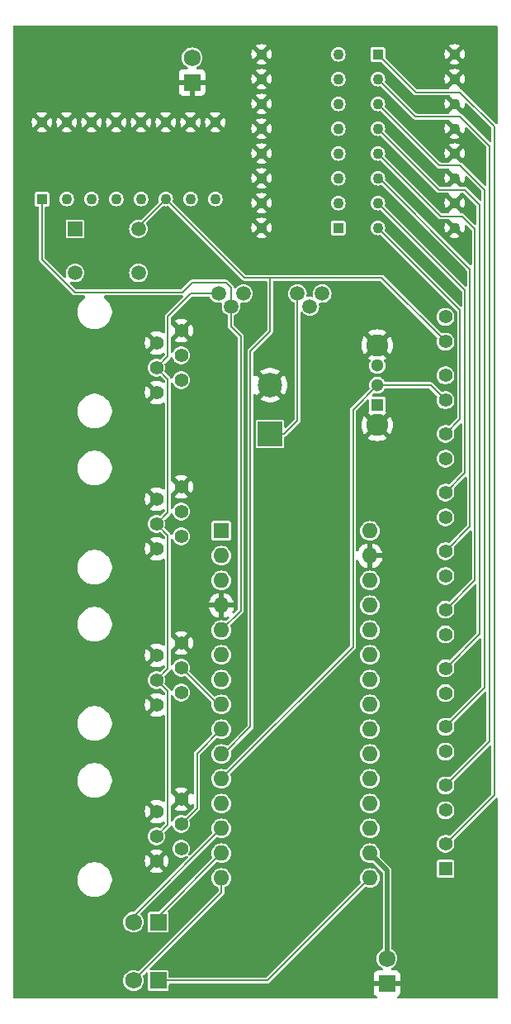
<source format=gbr>
%TF.GenerationSoftware,KiCad,Pcbnew,8.0.6*%
%TF.CreationDate,2025-03-26T20:42:53-04:00*%
%TF.ProjectId,buzzCatcher,62757a7a-4361-4746-9368-65722e6b6963,rev?*%
%TF.SameCoordinates,Original*%
%TF.FileFunction,Copper,L1,Top*%
%TF.FilePolarity,Positive*%
%FSLAX46Y46*%
G04 Gerber Fmt 4.6, Leading zero omitted, Abs format (unit mm)*
G04 Created by KiCad (PCBNEW 8.0.6) date 2025-03-26 20:42:53*
%MOMM*%
%LPD*%
G01*
G04 APERTURE LIST*
%TA.AperFunction,ComponentPad*%
%ADD10C,1.400000*%
%TD*%
%TA.AperFunction,ComponentPad*%
%ADD11C,1.500000*%
%TD*%
%TA.AperFunction,ComponentPad*%
%ADD12R,1.725000X1.725000*%
%TD*%
%TA.AperFunction,ComponentPad*%
%ADD13C,1.725000*%
%TD*%
%TA.AperFunction,ComponentPad*%
%ADD14R,1.600000X1.600000*%
%TD*%
%TA.AperFunction,ComponentPad*%
%ADD15O,1.600000X1.600000*%
%TD*%
%TA.AperFunction,ComponentPad*%
%ADD16R,1.088000X1.088000*%
%TD*%
%TA.AperFunction,ComponentPad*%
%ADD17C,1.088000*%
%TD*%
%TA.AperFunction,ComponentPad*%
%ADD18R,1.300000X1.300000*%
%TD*%
%TA.AperFunction,ComponentPad*%
%ADD19C,1.300000*%
%TD*%
%TA.AperFunction,ComponentPad*%
%ADD20C,2.250000*%
%TD*%
%TA.AperFunction,ComponentPad*%
%ADD21R,2.500000X2.500000*%
%TD*%
%TA.AperFunction,ComponentPad*%
%ADD22C,2.500000*%
%TD*%
%TA.AperFunction,ComponentPad*%
%ADD23R,1.416000X1.416000*%
%TD*%
%TA.AperFunction,ComponentPad*%
%ADD24C,1.416000*%
%TD*%
%TA.AperFunction,ComponentPad*%
%ADD25R,1.500000X1.500000*%
%TD*%
%TA.AperFunction,ViaPad*%
%ADD26C,0.800000*%
%TD*%
%TA.AperFunction,ViaPad*%
%ADD27C,6.000000*%
%TD*%
%TA.AperFunction,Conductor*%
%ADD28C,0.200000*%
%TD*%
%TA.AperFunction,Conductor*%
%ADD29C,0.500000*%
%TD*%
G04 APERTURE END LIST*
D10*
%TO.P,J1,1,1*%
%TO.N,GND*%
X70889999Y-79405000D03*
%TO.P,J1,2,2*%
X68349999Y-80675000D03*
%TO.P,J1,3,3*%
%TO.N,/Trigger 1*%
X70889999Y-81945000D03*
%TO.P,J1,4,4*%
%TO.N,Net-(Q1-SOURCE)*%
X68349999Y-83215000D03*
%TO.P,J1,5,5*%
%TO.N,/Vbus_5V*%
X70889999Y-84485000D03*
%TO.P,J1,6,6*%
%TO.N,GND*%
X68349999Y-85755000D03*
%TD*%
D11*
%TO.P,Q1,1,DRAIN*%
%TO.N,/Vbus_5V*%
X77270000Y-75615999D03*
%TO.P,Q1,2,GATE*%
%TO.N,/Ready*%
X76000000Y-76915999D03*
%TO.P,Q1,3,SOURCE*%
%TO.N,Net-(Q1-SOURCE)*%
X74730000Y-75615999D03*
%TD*%
%TO.P,Q2,1,DRAIN*%
%TO.N,/Vbus_5V*%
X85357667Y-75615999D03*
%TO.P,Q2,2,GATE*%
%TO.N,/Buzzer*%
X84087667Y-76915999D03*
%TO.P,Q2,3,SOURCE*%
%TO.N,Net-(LS1-+)*%
X82817667Y-75615999D03*
%TD*%
D12*
%TO.P,J19,1,1*%
%TO.N,GND*%
X91999998Y-146290004D03*
D13*
%TO.P,J19,2,2*%
%TO.N,/Vbus_3V3*%
X92000000Y-143750000D03*
%TD*%
D14*
%TO.P,A1,1,D1/TX*%
%TO.N,unconnected-(A1-D1{slash}TX-Pad1)*%
X75000000Y-99920000D03*
D15*
%TO.P,A1,2,D0/RX*%
%TO.N,unconnected-(A1-D0{slash}RX-Pad2)*%
X75000000Y-102460000D03*
%TO.P,A1,3,~{RESET}*%
%TO.N,unconnected-(A1-~{RESET}-Pad3)*%
X75000000Y-105000000D03*
%TO.P,A1,4,GND*%
%TO.N,GND*%
X75000000Y-107540000D03*
%TO.P,A1,5,D2*%
%TO.N,/Ready*%
X75000000Y-110080000D03*
%TO.P,A1,6,D3*%
%TO.N,/Trigger 1*%
X75000000Y-112620000D03*
%TO.P,A1,7,D4*%
%TO.N,/Trigger 2*%
X75000000Y-115160000D03*
%TO.P,A1,8,D5*%
%TO.N,/Trigger 3*%
X75000000Y-117700000D03*
%TO.P,A1,9,D6*%
%TO.N,/Trigger 4*%
X75000000Y-120240000D03*
%TO.P,A1,10,D7*%
%TO.N,/Button 1*%
X75000000Y-122780000D03*
%TO.P,A1,11,D8*%
%TO.N,/Switch 1*%
X75000000Y-125320000D03*
%TO.P,A1,12,D9*%
%TO.N,/Buzzer*%
X75000000Y-127860000D03*
%TO.P,A1,13,D10*%
%TO.N,Net-(A1-D10)*%
X75000000Y-130400000D03*
%TO.P,A1,14,D11*%
%TO.N,Net-(A1-D11)*%
X75000000Y-132940000D03*
%TO.P,A1,15,D12*%
%TO.N,Net-(A1-D12)*%
X75000000Y-135480000D03*
%TO.P,A1,16,D13*%
%TO.N,Net-(A1-D13)*%
X90240000Y-135480000D03*
%TO.P,A1,17,3V3*%
%TO.N,/Vbus_3V3*%
X90240000Y-132940000D03*
%TO.P,A1,18,AREF*%
%TO.N,unconnected-(A1-AREF-Pad18)*%
X90240000Y-130400000D03*
%TO.P,A1,19,A0*%
%TO.N,/LED 1*%
X90240000Y-127860000D03*
%TO.P,A1,20,A1*%
%TO.N,/LED 2*%
X90240000Y-125320000D03*
%TO.P,A1,21,A2*%
%TO.N,/LED 3*%
X90240000Y-122780000D03*
%TO.P,A1,22,A3*%
%TO.N,/LED 4*%
X90240000Y-120240000D03*
%TO.P,A1,23,A4*%
%TO.N,/LED 5*%
X90240000Y-117700000D03*
%TO.P,A1,24,A5*%
%TO.N,/LED 6*%
X90240000Y-115160000D03*
%TO.P,A1,25,A6*%
%TO.N,/LED 7*%
X90240000Y-112620000D03*
%TO.P,A1,26,A7*%
%TO.N,/LED 8*%
X90240000Y-110080000D03*
%TO.P,A1,27,+5V*%
%TO.N,/Vbus_5V*%
X90240000Y-107540000D03*
%TO.P,A1,28,~{RESET}*%
%TO.N,unconnected-(A1-~{RESET}-Pad28)*%
X90240000Y-105000000D03*
%TO.P,A1,29,GND*%
%TO.N,GND*%
X90240000Y-102460000D03*
%TO.P,A1,30,VIN*%
%TO.N,unconnected-(A1-VIN-Pad30)*%
X90240000Y-99920000D03*
%TD*%
D16*
%TO.P,R1,1,1*%
%TO.N,Net-(LED9-K_1)*%
X91065002Y-51109999D03*
D17*
%TO.P,R1,2,2*%
%TO.N,Net-(LED9-K_2)*%
X91065000Y-53650000D03*
%TO.P,R1,3,3*%
%TO.N,Net-(LED9-K_3)*%
X91064998Y-56190002D03*
%TO.P,R1,4,4*%
%TO.N,Net-(LED9-K_4)*%
X91065001Y-58730000D03*
%TO.P,R1,5,5*%
%TO.N,Net-(LED9-K_5)*%
X91065000Y-61270001D03*
%TO.P,R1,6,6*%
%TO.N,Net-(LED9-K_6)*%
X91065005Y-63810003D03*
%TO.P,R1,7,7*%
%TO.N,Net-(LED9-K_7)*%
X91065000Y-66350000D03*
%TO.P,R1,8,8*%
%TO.N,Net-(LED9-K_8)*%
X91065000Y-68890000D03*
%TO.P,R1,9,9*%
%TO.N,GND*%
X98934998Y-68890001D03*
%TO.P,R1,10,10*%
X98935000Y-66350000D03*
%TO.P,R1,11,11*%
X98935002Y-63809998D03*
%TO.P,R1,12,12*%
X98934999Y-61270000D03*
%TO.P,R1,13,13*%
X98935000Y-58729999D03*
%TO.P,R1,14,14*%
X98934995Y-56189997D03*
%TO.P,R1,15,15*%
X98935000Y-53650000D03*
%TO.P,R1,16,16*%
X98935000Y-51110000D03*
%TD*%
D16*
%TO.P,RN2,1,1*%
%TO.N,/Ready*%
X56610001Y-65934997D03*
D17*
%TO.P,RN2,2,2*%
%TO.N,/Trigger 1*%
X59150000Y-65935000D03*
%TO.P,RN2,3,3*%
%TO.N,/Trigger 2*%
X61690002Y-65935002D03*
%TO.P,RN2,4,4*%
%TO.N,/Trigger 3*%
X64229999Y-65935000D03*
%TO.P,RN2,5,5*%
%TO.N,/Trigger 4*%
X66770001Y-65935000D03*
%TO.P,RN2,6,6*%
%TO.N,/Button 1*%
X69310002Y-65935001D03*
%TO.P,RN2,7,7*%
%TO.N,/Buzzer*%
X71850000Y-65935000D03*
%TO.P,RN2,8,8*%
%TO.N,/Switch 1*%
X74390000Y-65935000D03*
%TO.P,RN2,9,9*%
%TO.N,GND*%
X74389999Y-58065003D03*
%TO.P,RN2,10,10*%
X71850000Y-58065000D03*
%TO.P,RN2,11,11*%
X69309998Y-58064998D03*
%TO.P,RN2,12,12*%
X66770001Y-58065000D03*
%TO.P,RN2,13,13*%
X64229999Y-58065000D03*
%TO.P,RN2,14,14*%
X61689998Y-58064999D03*
%TO.P,RN2,15,15*%
X59150000Y-58065000D03*
%TO.P,RN2,16,16*%
X56610000Y-58065000D03*
%TD*%
D10*
%TO.P,J2,1,1*%
%TO.N,GND*%
X70889999Y-95405000D03*
%TO.P,J2,2,2*%
X68349999Y-96675000D03*
%TO.P,J2,3,3*%
%TO.N,/Trigger 2*%
X70889999Y-97945000D03*
%TO.P,J2,4,4*%
%TO.N,Net-(Q1-SOURCE)*%
X68349999Y-99215000D03*
%TO.P,J2,5,5*%
%TO.N,/Vbus_5V*%
X70889999Y-100485000D03*
%TO.P,J2,6,6*%
%TO.N,GND*%
X68349999Y-101755000D03*
%TD*%
D12*
%TO.P,J18,1,1*%
%TO.N,Net-(A1-D13)*%
X68540001Y-146000001D03*
D13*
%TO.P,J18,2,2*%
%TO.N,Net-(A1-D12)*%
X66000000Y-146000000D03*
%TD*%
D10*
%TO.P,J3,1,1*%
%TO.N,GND*%
X70889999Y-111405000D03*
%TO.P,J3,2,2*%
X68349999Y-112675000D03*
%TO.P,J3,3,3*%
%TO.N,/Trigger 3*%
X70889999Y-113945000D03*
%TO.P,J3,4,4*%
%TO.N,Net-(Q1-SOURCE)*%
X68349999Y-115215000D03*
%TO.P,J3,5,5*%
%TO.N,/Vbus_5V*%
X70889999Y-116485000D03*
%TO.P,J3,6,6*%
%TO.N,GND*%
X68349999Y-117755000D03*
%TD*%
D18*
%TO.P,S1,1,NO*%
%TO.N,/Vbus_5V*%
X91000000Y-87000000D03*
D19*
%TO.P,S1,2,COM*%
%TO.N,/Switch 1*%
X91000000Y-85000000D03*
%TO.P,S1,3,NC*%
%TO.N,unconnected-(S1-NC-Pad3)*%
X91000000Y-83000000D03*
D20*
%TO.P,S1,4,MH1*%
%TO.N,GND*%
X91000000Y-89100000D03*
%TO.P,S1,5,MH2*%
X91000000Y-80900000D03*
%TD*%
D12*
%TO.P,J20,1,1*%
%TO.N,GND*%
X72000000Y-54000000D03*
D13*
%TO.P,J20,2,2*%
%TO.N,/Vbus_5V*%
X72000002Y-51459996D03*
%TD*%
D21*
%TO.P,LS1,1,+*%
%TO.N,Net-(LS1-+)*%
X80000000Y-90000000D03*
D22*
%TO.P,LS1,2,-*%
%TO.N,GND*%
X80000000Y-85000000D03*
%TD*%
D23*
%TO.P,LED9,1,A_1*%
%TO.N,/LED 1*%
X98000000Y-134540000D03*
D24*
%TO.P,LED9,2,K_1*%
%TO.N,Net-(LED9-K_1)*%
X98000000Y-132000000D03*
%TO.P,LED9,3,A_2*%
%TO.N,/LED 2*%
X98000000Y-128540000D03*
%TO.P,LED9,4,K_2*%
%TO.N,Net-(LED9-K_2)*%
X98000000Y-126000000D03*
%TO.P,LED9,5,A_3*%
%TO.N,/LED 3*%
X98000000Y-122540000D03*
%TO.P,LED9,6,K_3*%
%TO.N,Net-(LED9-K_3)*%
X98000000Y-120000000D03*
%TO.P,LED9,7,A_4*%
%TO.N,/LED 4*%
X98000000Y-116540000D03*
%TO.P,LED9,8,K_4*%
%TO.N,Net-(LED9-K_4)*%
X98000000Y-114000000D03*
%TO.P,LED9,9,A_5*%
%TO.N,/LED 5*%
X98000000Y-110540000D03*
%TO.P,LED9,10,K_5*%
%TO.N,Net-(LED9-K_5)*%
X98000000Y-108000000D03*
%TO.P,LED9,11,A_6*%
%TO.N,/LED 6*%
X98000000Y-104540000D03*
%TO.P,LED9,12,K_6*%
%TO.N,Net-(LED9-K_6)*%
X98000000Y-102000000D03*
%TO.P,LED9,13,A_7*%
%TO.N,/LED 7*%
X98000000Y-98540000D03*
%TO.P,LED9,14,K_7*%
%TO.N,Net-(LED9-K_7)*%
X98000000Y-96000000D03*
%TO.P,LED9,15,A_8*%
%TO.N,/LED 8*%
X98000000Y-92540000D03*
%TO.P,LED9,16,K_8*%
%TO.N,Net-(LED9-K_8)*%
X98000000Y-90000000D03*
%TO.P,LED9,17,A_9*%
%TO.N,/Switch 1*%
X98000000Y-86540000D03*
%TO.P,LED9,18,K_9*%
%TO.N,Net-(LED9-K_9)*%
X98000000Y-84000000D03*
%TO.P,LED9,19,A_10*%
%TO.N,/Button 1*%
X98000000Y-80540000D03*
%TO.P,LED9,20,K_10*%
%TO.N,Net-(LED9-K_10)*%
X98000000Y-78000000D03*
%TD*%
D16*
%TO.P,R2,1,1*%
%TO.N,Net-(LED9-K_9)*%
X87000000Y-68890000D03*
D17*
%TO.P,R2,2,2*%
%TO.N,Net-(LED9-K_10)*%
X87000000Y-66350000D03*
%TO.P,R2,3,3*%
%TO.N,unconnected-(R2-Pad3)*%
X87000001Y-63809998D03*
%TO.P,R2,4,4*%
%TO.N,unconnected-(R2-Pad4)*%
X87000000Y-61269999D03*
%TO.P,R2,5,5*%
%TO.N,unconnected-(R2-Pad5)*%
X87000000Y-58729999D03*
%TO.P,R2,6,6*%
%TO.N,unconnected-(R2-Pad6)*%
X86999999Y-56189999D03*
%TO.P,R2,7,7*%
%TO.N,unconnected-(R2-Pad7)*%
X87000000Y-53650000D03*
%TO.P,R2,8,8*%
%TO.N,unconnected-(R2-Pad8)*%
X87000000Y-51110000D03*
%TO.P,R2,9,9*%
%TO.N,GND*%
X79130000Y-51110000D03*
%TO.P,R2,10,10*%
X79130000Y-53650000D03*
%TO.P,R2,11,11*%
X79129999Y-56190002D03*
%TO.P,R2,12,12*%
X79130000Y-58730001D03*
%TO.P,R2,13,13*%
X79130000Y-61270001D03*
%TO.P,R2,14,14*%
X79130001Y-63810001D03*
%TO.P,R2,15,15*%
X79130000Y-66350000D03*
%TO.P,R2,16,16*%
X79130000Y-68890000D03*
%TD*%
D10*
%TO.P,J4,1,1*%
%TO.N,GND*%
X70890000Y-127405000D03*
%TO.P,J4,2,2*%
X68350000Y-128675000D03*
%TO.P,J4,3,3*%
%TO.N,/Trigger 4*%
X70890000Y-129945000D03*
%TO.P,J4,4,4*%
%TO.N,Net-(Q1-SOURCE)*%
X68350000Y-131215000D03*
%TO.P,J4,5,5*%
%TO.N,/Vbus_5V*%
X70890000Y-132485000D03*
%TO.P,J4,6,6*%
%TO.N,GND*%
X68350000Y-133755000D03*
%TD*%
D25*
%TO.P,IC1,1,NO_1*%
%TO.N,unconnected-(IC1-NO_1-Pad1)*%
X60000000Y-69000000D03*
D11*
%TO.P,IC1,2,NO_2*%
%TO.N,/Button 1*%
X66500000Y-69000000D03*
%TO.P,IC1,3,COM_1*%
%TO.N,unconnected-(IC1-COM_1-Pad3)*%
X60000000Y-73500000D03*
%TO.P,IC1,4,COM_2*%
%TO.N,/Vbus_5V*%
X66500000Y-73500000D03*
%TD*%
D12*
%TO.P,J17,1,1*%
%TO.N,Net-(A1-D11)*%
X68540001Y-140000001D03*
D13*
%TO.P,J17,2,2*%
%TO.N,Net-(A1-D10)*%
X66000000Y-140000000D03*
%TD*%
D26*
%TO.N,GND*%
X98000000Y-146499998D03*
D27*
X59000000Y-52500000D03*
D26*
X59000000Y-56000000D03*
X55500000Y-143000000D03*
X62500000Y-52500000D03*
D27*
X98000000Y-143000000D03*
D26*
X98000000Y-139500000D03*
D27*
X59000000Y-143000000D03*
D26*
X62500000Y-143000000D03*
X59000000Y-49000000D03*
X59000000Y-146499998D03*
X55500000Y-52500000D03*
X101500000Y-143000000D03*
X94500000Y-142750000D03*
X59000000Y-139500000D03*
%TD*%
D28*
%TO.N,GND*%
X101500000Y-143000000D02*
X98000000Y-143000000D01*
%TO.N,/Button 1*%
X91460000Y-74000000D02*
X80000000Y-74000000D01*
X78000000Y-120000000D02*
X78000000Y-81500000D01*
X66500000Y-69000000D02*
X66500000Y-68745003D01*
X75220000Y-122780000D02*
X78000000Y-120000000D01*
X98000000Y-80540000D02*
X91460000Y-74000000D01*
X78000000Y-81500000D02*
X80000000Y-79500000D01*
X80000000Y-79500000D02*
X80000000Y-74000000D01*
X80000000Y-74000000D02*
X77375001Y-74000000D01*
X66500000Y-68745003D02*
X69310002Y-65935001D01*
X77375001Y-74000000D02*
X69310002Y-65935001D01*
%TO.N,Net-(A1-D12)*%
X75000000Y-137000000D02*
X66000000Y-146000000D01*
X75000000Y-135480000D02*
X75000000Y-137000000D01*
%TO.N,/Trigger 4*%
X75000000Y-120240000D02*
X72500000Y-122740000D01*
X72500000Y-122740000D02*
X72500000Y-128335000D01*
X72500000Y-128335000D02*
X70890000Y-129945000D01*
%TO.N,Net-(A1-D11)*%
X75000000Y-132940000D02*
X68540001Y-139399999D01*
%TO.N,/Trigger 3*%
X74644999Y-117700000D02*
X70889999Y-113945000D01*
%TO.N,/Switch 1*%
X96460000Y-85000000D02*
X91000000Y-85000000D01*
X91000000Y-85000000D02*
X88500000Y-87500000D01*
X98000000Y-86540000D02*
X96460000Y-85000000D01*
X88500000Y-87500000D02*
X88500000Y-111820000D01*
X88500000Y-111820000D02*
X75000000Y-125320000D01*
%TO.N,/Ready*%
X77000000Y-80000001D02*
X77000000Y-108080000D01*
X76000000Y-77000000D02*
X76000000Y-75000000D01*
X75999999Y-77000000D02*
X75999999Y-79000000D01*
X72000000Y-74500000D02*
X71000000Y-75500000D01*
X60000000Y-75500000D02*
X56610001Y-72110001D01*
X77000000Y-108080000D02*
X75000000Y-110080000D01*
X71000000Y-75500000D02*
X60000000Y-75500000D01*
X56610001Y-72110001D02*
X56610001Y-65934997D01*
X75500000Y-74500000D02*
X72000000Y-74500000D01*
X75999999Y-79000000D02*
X77000000Y-80000001D01*
X76000000Y-75000000D02*
X75500000Y-74500000D01*
%TO.N,Net-(A1-D10)*%
X75000000Y-130400000D02*
X66000000Y-139400000D01*
D29*
%TO.N,/Vbus_3V3*%
X92000000Y-134700000D02*
X92000000Y-143750000D01*
X90240000Y-132940000D02*
X92000000Y-134700000D01*
D28*
%TO.N,Net-(A1-D13)*%
X79719999Y-146000001D02*
X68540001Y-146000001D01*
X90240000Y-135480000D02*
X79719999Y-146000001D01*
%TO.N,Net-(Q1-SOURCE)*%
X69499999Y-82065000D02*
X69499999Y-78000000D01*
X68349998Y-83215001D02*
X69499999Y-82065000D01*
X68349999Y-99215000D02*
X69499999Y-98065000D01*
X69499999Y-116365000D02*
X68349999Y-115215000D01*
X69499999Y-84365002D02*
X68349998Y-83215001D01*
X69499999Y-78000000D02*
X71884000Y-75615999D01*
X69499999Y-114065000D02*
X69499999Y-100365000D01*
X71884000Y-75615999D02*
X74730000Y-75615999D01*
X69499999Y-100365000D02*
X68349999Y-99215000D01*
X68350000Y-131215000D02*
X69499999Y-130065001D01*
X68349999Y-115215000D02*
X69499999Y-114065000D01*
X69499999Y-130065001D02*
X69499999Y-116365000D01*
X69499999Y-98065000D02*
X69499999Y-84365002D01*
%TO.N,Net-(LED9-K_4)*%
X97335001Y-65000000D02*
X91065001Y-58730000D01*
X100000000Y-65000000D02*
X97335001Y-65000000D01*
X100000000Y-65000000D02*
X101500000Y-66500000D01*
X98000000Y-114000000D02*
X101500000Y-110500000D01*
X101500000Y-110500000D02*
X101500000Y-66500000D01*
%TO.N,Net-(LED9-K_7)*%
X100000000Y-94000000D02*
X100000000Y-75285000D01*
X98000000Y-96000000D02*
X100000000Y-94000000D01*
X100000000Y-75285000D02*
X91065000Y-66350000D01*
%TO.N,Net-(LED9-K_6)*%
X100500000Y-73122499D02*
X91065005Y-63687504D01*
X98000000Y-102000000D02*
X100500000Y-99500000D01*
X100500000Y-99500000D02*
X100500000Y-73122499D01*
%TO.N,Net-(LED9-K_1)*%
X99500000Y-55000000D02*
X94955003Y-55000000D01*
X103000000Y-127000000D02*
X103000000Y-58500000D01*
X94955003Y-55000000D02*
X91065002Y-51109999D01*
X99500000Y-55000000D02*
X103000000Y-58500000D01*
X98000000Y-132000000D02*
X103000000Y-127000000D01*
%TO.N,Net-(LED9-K_3)*%
X99500000Y-62500000D02*
X97374996Y-62500000D01*
X98000000Y-120000000D02*
X102000000Y-116000000D01*
X102000000Y-116000000D02*
X102000000Y-65000000D01*
X99500000Y-62500000D02*
X102000000Y-65000000D01*
X97374996Y-62500000D02*
X91064998Y-56190002D01*
%TO.N,Net-(LED9-K_8)*%
X98000000Y-90000000D02*
X99500000Y-88500000D01*
X99500000Y-88500000D02*
X99500000Y-77325000D01*
X99500000Y-77325000D02*
X91065000Y-68890000D01*
%TO.N,Net-(LED9-K_2)*%
X99500000Y-57500000D02*
X102500000Y-60500000D01*
X102500000Y-121500000D02*
X102500000Y-60500000D01*
X94915000Y-57500000D02*
X91065000Y-53650000D01*
X98000000Y-126000000D02*
X102500000Y-121500000D01*
X99500000Y-57500000D02*
X94915000Y-57500000D01*
%TO.N,Net-(LED9-K_5)*%
X99705001Y-67705001D02*
X101000000Y-69000000D01*
X99705001Y-67705001D02*
X97500000Y-67705001D01*
X97500000Y-67705001D02*
X91065000Y-61270001D01*
X98000000Y-108000000D02*
X101000000Y-105000000D01*
X101000000Y-105000000D02*
X101000000Y-69000000D01*
%TO.N,Net-(LS1-+)*%
X81450000Y-90000000D02*
X82817664Y-88632336D01*
X80000000Y-90000000D02*
X81450000Y-90000000D01*
X82817664Y-88632336D02*
X82817664Y-75615998D01*
%TD*%
%TA.AperFunction,Conductor*%
%TO.N,GND*%
G36*
X71898861Y-128060308D02*
G01*
X71914631Y-128039425D01*
X71914636Y-128039418D01*
X71964500Y-127939278D01*
X72012003Y-127888040D01*
X72079665Y-127870619D01*
X72146006Y-127892544D01*
X72189961Y-127946856D01*
X72199500Y-127994549D01*
X72199500Y-128159166D01*
X72179815Y-128226205D01*
X72163181Y-128246847D01*
X71338261Y-129071766D01*
X71276938Y-129105251D01*
X71207246Y-129100267D01*
X71200146Y-129097365D01*
X71169806Y-129083857D01*
X71169801Y-129083855D01*
X71034624Y-129055123D01*
X70984646Y-129044500D01*
X70795354Y-129044500D01*
X70762897Y-129051398D01*
X70610197Y-129083855D01*
X70610192Y-129083857D01*
X70437270Y-129160848D01*
X70437265Y-129160851D01*
X70284129Y-129272111D01*
X70157466Y-129412785D01*
X70062821Y-129576715D01*
X70062818Y-129576722D01*
X70042430Y-129639472D01*
X70002993Y-129697148D01*
X69938634Y-129724346D01*
X69869788Y-129712431D01*
X69818312Y-129665187D01*
X69800499Y-129601154D01*
X69800499Y-128187616D01*
X69820184Y-128120577D01*
X69842343Y-128101376D01*
X69841207Y-128100240D01*
X70447861Y-127493585D01*
X70470667Y-127578694D01*
X70529910Y-127681306D01*
X70613694Y-127765090D01*
X70716306Y-127824333D01*
X70801414Y-127847137D01*
X70236672Y-128411879D01*
X70236672Y-128411880D01*
X70352821Y-128483797D01*
X70352822Y-128483798D01*
X70560195Y-128564134D01*
X70778807Y-128605000D01*
X71001193Y-128605000D01*
X71219809Y-128564133D01*
X71427168Y-128483801D01*
X71427181Y-128483795D01*
X71543326Y-128411879D01*
X70978585Y-127847137D01*
X71063694Y-127824333D01*
X71166306Y-127765090D01*
X71250090Y-127681306D01*
X71309333Y-127578694D01*
X71332138Y-127493585D01*
X71898861Y-128060308D01*
G37*
%TD.AperFunction*%
%TA.AperFunction,Conductor*%
G36*
X103290139Y-48172585D02*
G01*
X103335894Y-48225389D01*
X103347100Y-48276900D01*
X103347100Y-58122767D01*
X103327415Y-58189806D01*
X103274611Y-58235561D01*
X103205453Y-58245505D01*
X103141897Y-58216480D01*
X103135419Y-58210448D01*
X99684512Y-54759541D01*
X99684504Y-54759535D01*
X99615995Y-54719982D01*
X99615991Y-54719980D01*
X99615989Y-54719979D01*
X99615987Y-54719978D01*
X99615984Y-54719977D01*
X99563147Y-54705819D01*
X99503487Y-54669454D01*
X99472959Y-54606606D01*
X99472584Y-54567850D01*
X99476034Y-54544588D01*
X98935001Y-54003553D01*
X98935000Y-54003553D01*
X98393964Y-54544588D01*
X98395851Y-54557305D01*
X98386216Y-54626507D01*
X98340698Y-54679515D01*
X98273747Y-54699499D01*
X98273193Y-54699500D01*
X95130836Y-54699500D01*
X95063797Y-54679815D01*
X95043155Y-54663181D01*
X94029974Y-53650000D01*
X97885949Y-53650000D01*
X97906105Y-53854657D01*
X97965805Y-54051460D01*
X98040409Y-54191034D01*
X98040410Y-54191034D01*
X98581446Y-53650000D01*
X98536158Y-53604712D01*
X98591000Y-53604712D01*
X98591000Y-53695288D01*
X98614443Y-53782779D01*
X98659732Y-53861221D01*
X98723779Y-53925268D01*
X98802221Y-53970557D01*
X98889712Y-53994000D01*
X98980288Y-53994000D01*
X99067779Y-53970557D01*
X99146221Y-53925268D01*
X99210268Y-53861221D01*
X99255557Y-53782779D01*
X99279000Y-53695288D01*
X99279000Y-53650000D01*
X99288553Y-53650000D01*
X99829588Y-54191035D01*
X99904195Y-54051457D01*
X99963894Y-53854657D01*
X99984050Y-53650000D01*
X99963894Y-53445342D01*
X99904195Y-53248542D01*
X99829588Y-53108964D01*
X99288553Y-53650000D01*
X99279000Y-53650000D01*
X99279000Y-53604712D01*
X99255557Y-53517221D01*
X99210268Y-53438779D01*
X99146221Y-53374732D01*
X99067779Y-53329443D01*
X98980288Y-53306000D01*
X98889712Y-53306000D01*
X98802221Y-53329443D01*
X98723779Y-53374732D01*
X98659732Y-53438779D01*
X98614443Y-53517221D01*
X98591000Y-53604712D01*
X98536158Y-53604712D01*
X98040410Y-53108964D01*
X98040409Y-53108964D01*
X97965804Y-53248544D01*
X97906105Y-53445342D01*
X97885949Y-53650000D01*
X94029974Y-53650000D01*
X93135383Y-52755409D01*
X98393964Y-52755409D01*
X98393964Y-52755410D01*
X98935000Y-53296446D01*
X98935001Y-53296446D01*
X99476034Y-52755410D01*
X99476034Y-52755409D01*
X99336460Y-52680805D01*
X99139657Y-52621105D01*
X98935000Y-52600949D01*
X98730342Y-52621105D01*
X98533544Y-52680804D01*
X98393964Y-52755409D01*
X93135383Y-52755409D01*
X92384562Y-52004588D01*
X98393964Y-52004588D01*
X98533542Y-52079195D01*
X98730342Y-52138894D01*
X98935000Y-52159050D01*
X99139657Y-52138894D01*
X99336457Y-52079195D01*
X99476035Y-52004588D01*
X98935001Y-51463553D01*
X98935000Y-51463553D01*
X98393964Y-52004588D01*
X92384562Y-52004588D01*
X91845821Y-51465847D01*
X91812336Y-51404524D01*
X91809502Y-51378166D01*
X91809502Y-51110000D01*
X97885949Y-51110000D01*
X97906105Y-51314657D01*
X97965805Y-51511460D01*
X98040409Y-51651034D01*
X98040410Y-51651034D01*
X98581446Y-51110000D01*
X98536158Y-51064712D01*
X98591000Y-51064712D01*
X98591000Y-51155288D01*
X98614443Y-51242779D01*
X98659732Y-51321221D01*
X98723779Y-51385268D01*
X98802221Y-51430557D01*
X98889712Y-51454000D01*
X98980288Y-51454000D01*
X99067779Y-51430557D01*
X99146221Y-51385268D01*
X99210268Y-51321221D01*
X99255557Y-51242779D01*
X99279000Y-51155288D01*
X99279000Y-51110000D01*
X99288553Y-51110000D01*
X99829588Y-51651035D01*
X99904195Y-51511457D01*
X99963894Y-51314657D01*
X99984050Y-51110000D01*
X99963894Y-50905342D01*
X99904195Y-50708542D01*
X99829588Y-50568964D01*
X99288553Y-51110000D01*
X99279000Y-51110000D01*
X99279000Y-51064712D01*
X99255557Y-50977221D01*
X99210268Y-50898779D01*
X99146221Y-50834732D01*
X99067779Y-50789443D01*
X98980288Y-50766000D01*
X98889712Y-50766000D01*
X98802221Y-50789443D01*
X98723779Y-50834732D01*
X98659732Y-50898779D01*
X98614443Y-50977221D01*
X98591000Y-51064712D01*
X98536158Y-51064712D01*
X98040410Y-50568964D01*
X98040409Y-50568964D01*
X97965804Y-50708544D01*
X97906105Y-50905342D01*
X97885949Y-51110000D01*
X91809502Y-51110000D01*
X91809502Y-50546248D01*
X91809501Y-50546246D01*
X91797870Y-50487769D01*
X91797869Y-50487768D01*
X91753554Y-50421446D01*
X91687232Y-50377131D01*
X91687231Y-50377130D01*
X91628754Y-50365499D01*
X91628750Y-50365499D01*
X90501254Y-50365499D01*
X90501249Y-50365499D01*
X90442772Y-50377130D01*
X90442771Y-50377131D01*
X90376449Y-50421446D01*
X90332134Y-50487768D01*
X90332133Y-50487769D01*
X90320502Y-50546246D01*
X90320502Y-51673751D01*
X90332133Y-51732228D01*
X90332134Y-51732229D01*
X90376449Y-51798551D01*
X90442771Y-51842866D01*
X90442772Y-51842867D01*
X90501249Y-51854498D01*
X90501252Y-51854499D01*
X90501254Y-51854499D01*
X91333169Y-51854499D01*
X91400208Y-51874184D01*
X91420850Y-51890818D01*
X94714543Y-55184511D01*
X94770492Y-55240460D01*
X94770494Y-55240461D01*
X94770498Y-55240464D01*
X94839007Y-55280017D01*
X94839014Y-55280021D01*
X94915441Y-55300500D01*
X94994565Y-55300500D01*
X98347690Y-55300500D01*
X98414729Y-55320185D01*
X98435371Y-55336819D01*
X98934995Y-55836444D01*
X98944548Y-55845997D01*
X98889707Y-55845997D01*
X98802216Y-55869440D01*
X98723774Y-55914729D01*
X98659727Y-55978776D01*
X98614438Y-56057218D01*
X98590995Y-56144709D01*
X98590995Y-56235285D01*
X98614438Y-56322776D01*
X98659727Y-56401218D01*
X98723774Y-56465265D01*
X98802216Y-56510554D01*
X98889707Y-56533997D01*
X98980283Y-56533997D01*
X99067774Y-56510554D01*
X99146216Y-56465265D01*
X99210263Y-56401218D01*
X99255552Y-56322776D01*
X99278995Y-56235285D01*
X99278995Y-56180443D01*
X99829583Y-56731031D01*
X99904190Y-56591454D01*
X99963889Y-56394654D01*
X99983541Y-56195123D01*
X100009702Y-56130336D01*
X100066736Y-56089977D01*
X100136536Y-56086860D01*
X100194625Y-56119596D01*
X102663181Y-58588152D01*
X102696666Y-58649475D01*
X102699500Y-58675833D01*
X102699500Y-59975167D01*
X102679815Y-60042206D01*
X102627011Y-60087961D01*
X102557853Y-60097905D01*
X102494297Y-60068880D01*
X102487819Y-60062848D01*
X99684512Y-57259541D01*
X99684504Y-57259535D01*
X99615995Y-57219982D01*
X99615991Y-57219980D01*
X99615990Y-57219979D01*
X99615989Y-57219979D01*
X99568846Y-57207346D01*
X99509188Y-57170982D01*
X99478660Y-57108135D01*
X99478455Y-57087011D01*
X98934996Y-56543550D01*
X98934995Y-56543550D01*
X98384846Y-57093698D01*
X98380279Y-57126507D01*
X98334760Y-57179515D01*
X98267810Y-57199499D01*
X98267255Y-57199500D01*
X95090833Y-57199500D01*
X95023794Y-57179815D01*
X95003152Y-57163181D01*
X94029968Y-56189997D01*
X97885944Y-56189997D01*
X97906100Y-56394654D01*
X97965800Y-56591457D01*
X98040404Y-56731031D01*
X98040405Y-56731031D01*
X98581441Y-56189997D01*
X98040405Y-55648961D01*
X98040404Y-55648961D01*
X97965799Y-55788541D01*
X97906100Y-55985339D01*
X97885944Y-56189997D01*
X94029968Y-56189997D01*
X91814556Y-53974585D01*
X91781071Y-53913262D01*
X91785196Y-53845951D01*
X91795427Y-53816715D01*
X91802944Y-53750000D01*
X91814211Y-53650003D01*
X91814211Y-53649996D01*
X91795428Y-53483293D01*
X91795427Y-53483287D01*
X91795427Y-53483285D01*
X91740016Y-53324930D01*
X91650757Y-53182875D01*
X91532125Y-53064243D01*
X91477819Y-53030120D01*
X91390069Y-52974983D01*
X91231712Y-52919572D01*
X91231706Y-52919571D01*
X91065004Y-52900789D01*
X91064996Y-52900789D01*
X90898293Y-52919571D01*
X90898287Y-52919572D01*
X90739930Y-52974983D01*
X90597874Y-53064243D01*
X90479243Y-53182874D01*
X90389983Y-53324930D01*
X90334572Y-53483287D01*
X90334571Y-53483293D01*
X90315789Y-53649996D01*
X90315789Y-53650003D01*
X90334571Y-53816706D01*
X90334572Y-53816712D01*
X90389983Y-53975069D01*
X90389984Y-53975070D01*
X90479243Y-54117125D01*
X90597875Y-54235757D01*
X90739930Y-54325016D01*
X90898285Y-54380427D01*
X90898291Y-54380427D01*
X90898293Y-54380428D01*
X91064996Y-54399211D01*
X91065000Y-54399211D01*
X91065004Y-54399211D01*
X91231708Y-54380428D01*
X91231708Y-54380427D01*
X91231715Y-54380427D01*
X91260950Y-54370196D01*
X91330723Y-54366633D01*
X91389585Y-54399556D01*
X94674540Y-57684511D01*
X94730489Y-57740460D01*
X94730491Y-57740461D01*
X94730495Y-57740464D01*
X94765729Y-57760806D01*
X94799011Y-57780021D01*
X94875438Y-57800500D01*
X98307692Y-57800500D01*
X98374731Y-57820185D01*
X98395373Y-57836819D01*
X98935000Y-58376446D01*
X98944553Y-58385999D01*
X98889712Y-58385999D01*
X98802221Y-58409442D01*
X98723779Y-58454731D01*
X98659732Y-58518778D01*
X98614443Y-58597220D01*
X98591000Y-58684711D01*
X98591000Y-58775287D01*
X98614443Y-58862778D01*
X98659732Y-58941220D01*
X98723779Y-59005267D01*
X98802221Y-59050556D01*
X98889712Y-59073999D01*
X98980288Y-59073999D01*
X99067779Y-59050556D01*
X99146221Y-59005267D01*
X99210268Y-58941220D01*
X99255557Y-58862778D01*
X99279000Y-58775287D01*
X99279000Y-58720445D01*
X99829588Y-59271033D01*
X99904195Y-59131456D01*
X99963894Y-58934656D01*
X99984050Y-58729999D01*
X99982952Y-58718843D01*
X99995971Y-58650197D01*
X100044035Y-58599486D01*
X100111886Y-58582811D01*
X100177981Y-58605467D01*
X100194036Y-58619007D01*
X102163181Y-60588152D01*
X102196666Y-60649475D01*
X102199500Y-60675833D01*
X102199500Y-64475167D01*
X102179815Y-64542206D01*
X102127011Y-64587961D01*
X102057853Y-64597905D01*
X101994297Y-64568880D01*
X101987819Y-64562848D01*
X99684512Y-62259541D01*
X99684504Y-62259535D01*
X99615995Y-62219982D01*
X99615990Y-62219979D01*
X99583369Y-62211238D01*
X99539562Y-62199500D01*
X99539561Y-62199500D01*
X99532563Y-62197625D01*
X99476976Y-62165531D01*
X98935000Y-61623553D01*
X98934999Y-61623553D01*
X98395371Y-62163181D01*
X98334048Y-62196666D01*
X98307690Y-62199500D01*
X97550829Y-62199500D01*
X97483790Y-62179815D01*
X97463148Y-62163181D01*
X96569967Y-61270000D01*
X97885948Y-61270000D01*
X97906104Y-61474657D01*
X97965804Y-61671460D01*
X98040408Y-61811034D01*
X98040409Y-61811034D01*
X98581445Y-61270000D01*
X98536157Y-61224712D01*
X98590999Y-61224712D01*
X98590999Y-61315288D01*
X98614442Y-61402779D01*
X98659731Y-61481221D01*
X98723778Y-61545268D01*
X98802220Y-61590557D01*
X98889711Y-61614000D01*
X98980287Y-61614000D01*
X99067778Y-61590557D01*
X99146220Y-61545268D01*
X99210267Y-61481221D01*
X99255556Y-61402779D01*
X99278999Y-61315288D01*
X99278999Y-61270000D01*
X99288551Y-61270000D01*
X99829587Y-61811035D01*
X99904194Y-61671457D01*
X99963893Y-61474657D01*
X99984049Y-61270000D01*
X99963893Y-61065342D01*
X99904194Y-60868542D01*
X99829587Y-60728964D01*
X99288551Y-61270000D01*
X99278999Y-61270000D01*
X99278999Y-61224712D01*
X99255556Y-61137221D01*
X99210267Y-61058779D01*
X99146220Y-60994732D01*
X99067778Y-60949443D01*
X98980287Y-60926000D01*
X98889711Y-60926000D01*
X98802220Y-60949443D01*
X98723778Y-60994732D01*
X98659731Y-61058779D01*
X98614442Y-61137221D01*
X98590999Y-61224712D01*
X98536157Y-61224712D01*
X98040409Y-60728964D01*
X98040408Y-60728964D01*
X97965803Y-60868544D01*
X97906104Y-61065342D01*
X97885948Y-61270000D01*
X96569967Y-61270000D01*
X95675376Y-60375409D01*
X98393963Y-60375409D01*
X98393963Y-60375410D01*
X98934999Y-60916446D01*
X98935000Y-60916446D01*
X99476033Y-60375410D01*
X99476033Y-60375409D01*
X99336459Y-60300805D01*
X99139656Y-60241105D01*
X98934999Y-60220949D01*
X98730341Y-60241105D01*
X98533543Y-60300804D01*
X98393963Y-60375409D01*
X95675376Y-60375409D01*
X94924554Y-59624587D01*
X98393964Y-59624587D01*
X98533542Y-59699194D01*
X98730342Y-59758893D01*
X98935000Y-59779049D01*
X99139657Y-59758893D01*
X99336457Y-59699194D01*
X99476035Y-59624587D01*
X98935001Y-59083552D01*
X98935000Y-59083552D01*
X98393964Y-59624587D01*
X94924554Y-59624587D01*
X94029966Y-58729999D01*
X97885949Y-58729999D01*
X97906105Y-58934656D01*
X97965805Y-59131459D01*
X98040409Y-59271033D01*
X98040410Y-59271033D01*
X98581446Y-58729999D01*
X98040410Y-58188963D01*
X98040409Y-58188963D01*
X97965804Y-58328543D01*
X97906105Y-58525341D01*
X97885949Y-58729999D01*
X94029966Y-58729999D01*
X91814554Y-56514587D01*
X91781069Y-56453264D01*
X91785194Y-56385953D01*
X91795425Y-56356717D01*
X91795426Y-56356708D01*
X91814209Y-56190005D01*
X91814209Y-56189998D01*
X91795426Y-56023295D01*
X91795425Y-56023289D01*
X91795425Y-56023287D01*
X91740014Y-55864932D01*
X91650755Y-55722877D01*
X91532123Y-55604245D01*
X91532118Y-55604242D01*
X91390067Y-55514985D01*
X91231710Y-55459574D01*
X91231704Y-55459573D01*
X91065002Y-55440791D01*
X91064994Y-55440791D01*
X90898291Y-55459573D01*
X90898285Y-55459574D01*
X90739928Y-55514985D01*
X90597872Y-55604245D01*
X90479241Y-55722876D01*
X90389981Y-55864932D01*
X90334570Y-56023289D01*
X90334569Y-56023295D01*
X90315787Y-56189998D01*
X90315787Y-56190005D01*
X90334569Y-56356708D01*
X90334570Y-56356714D01*
X90389981Y-56515071D01*
X90389982Y-56515072D01*
X90479241Y-56657127D01*
X90597873Y-56775759D01*
X90739928Y-56865018D01*
X90898283Y-56920429D01*
X90898289Y-56920429D01*
X90898291Y-56920430D01*
X91064994Y-56939213D01*
X91064998Y-56939213D01*
X91065002Y-56939213D01*
X91231706Y-56920430D01*
X91231706Y-56920429D01*
X91231713Y-56920429D01*
X91260948Y-56910198D01*
X91330721Y-56906635D01*
X91389583Y-56939558D01*
X97190485Y-62740460D01*
X97259008Y-62780022D01*
X97335434Y-62800500D01*
X97414558Y-62800500D01*
X98267261Y-62800500D01*
X98334300Y-62820185D01*
X98380055Y-62872989D01*
X98384842Y-62906284D01*
X98935002Y-63456445D01*
X98944555Y-63465998D01*
X98889714Y-63465998D01*
X98802223Y-63489441D01*
X98723781Y-63534730D01*
X98659734Y-63598777D01*
X98614445Y-63677219D01*
X98591002Y-63764710D01*
X98591002Y-63855286D01*
X98614445Y-63942777D01*
X98659734Y-64021219D01*
X98723781Y-64085266D01*
X98802223Y-64130555D01*
X98889714Y-64153998D01*
X98980290Y-64153998D01*
X99067781Y-64130555D01*
X99146223Y-64085266D01*
X99210270Y-64021219D01*
X99255559Y-63942777D01*
X99279002Y-63855286D01*
X99279002Y-63800444D01*
X99829590Y-64351032D01*
X99904197Y-64211455D01*
X99963896Y-64014655D01*
X99984052Y-63809998D01*
X99974214Y-63710104D01*
X99987233Y-63641458D01*
X100035298Y-63590748D01*
X100103148Y-63574073D01*
X100169243Y-63596729D01*
X100185298Y-63610269D01*
X101663181Y-65088152D01*
X101696666Y-65149475D01*
X101699500Y-65175833D01*
X101699500Y-65975167D01*
X101679815Y-66042206D01*
X101627011Y-66087961D01*
X101557853Y-66097905D01*
X101494297Y-66068880D01*
X101487819Y-66062848D01*
X100184512Y-64759541D01*
X100184504Y-64759535D01*
X100115995Y-64719982D01*
X100115990Y-64719979D01*
X100090513Y-64713152D01*
X100039562Y-64699500D01*
X100039560Y-64699500D01*
X99522312Y-64699500D01*
X99455273Y-64679815D01*
X99434631Y-64663181D01*
X98935003Y-64163551D01*
X98935001Y-64163551D01*
X98435373Y-64663181D01*
X98374050Y-64696666D01*
X98347692Y-64699500D01*
X97510834Y-64699500D01*
X97443795Y-64679815D01*
X97423153Y-64663181D01*
X96569970Y-63809998D01*
X97885951Y-63809998D01*
X97906107Y-64014655D01*
X97965807Y-64211458D01*
X98040411Y-64351032D01*
X98040412Y-64351032D01*
X98581448Y-63809998D01*
X98040412Y-63268962D01*
X98040411Y-63268962D01*
X97965806Y-63408542D01*
X97906107Y-63605340D01*
X97885951Y-63809998D01*
X96569970Y-63809998D01*
X91814557Y-59054585D01*
X91781072Y-58993262D01*
X91785197Y-58925951D01*
X91795428Y-58896715D01*
X91799252Y-58862778D01*
X91814212Y-58730003D01*
X91814212Y-58729996D01*
X91795429Y-58563293D01*
X91795428Y-58563287D01*
X91795428Y-58563286D01*
X91795428Y-58563285D01*
X91740017Y-58404930D01*
X91650758Y-58262875D01*
X91532126Y-58144243D01*
X91478087Y-58110288D01*
X91390070Y-58054983D01*
X91231713Y-57999572D01*
X91231707Y-57999571D01*
X91065005Y-57980789D01*
X91064997Y-57980789D01*
X90898294Y-57999571D01*
X90898288Y-57999572D01*
X90739931Y-58054983D01*
X90597875Y-58144243D01*
X90479244Y-58262874D01*
X90389984Y-58404930D01*
X90334573Y-58563287D01*
X90334572Y-58563293D01*
X90315790Y-58729996D01*
X90315790Y-58730003D01*
X90334572Y-58896706D01*
X90334573Y-58896712D01*
X90389984Y-59055069D01*
X90479243Y-59197124D01*
X90479244Y-59197125D01*
X90597876Y-59315757D01*
X90739931Y-59405016D01*
X90898286Y-59460427D01*
X90898292Y-59460427D01*
X90898294Y-59460428D01*
X91064997Y-59479211D01*
X91065001Y-59479211D01*
X91065005Y-59479211D01*
X91231709Y-59460428D01*
X91231709Y-59460427D01*
X91231716Y-59460427D01*
X91260951Y-59450196D01*
X91330724Y-59446633D01*
X91389586Y-59479556D01*
X97094541Y-65184511D01*
X97150490Y-65240460D01*
X97150492Y-65240461D01*
X97150496Y-65240464D01*
X97184308Y-65259985D01*
X97219012Y-65280021D01*
X97295439Y-65300500D01*
X98273193Y-65300500D01*
X98340232Y-65320185D01*
X98385987Y-65372989D01*
X98395931Y-65442147D01*
X98395851Y-65442695D01*
X98393964Y-65455410D01*
X98935000Y-65996446D01*
X98935001Y-65996446D01*
X99476034Y-65455410D01*
X99474148Y-65442695D01*
X99483783Y-65373493D01*
X99529301Y-65320485D01*
X99596252Y-65300501D01*
X99596806Y-65300500D01*
X99824167Y-65300500D01*
X99891206Y-65320185D01*
X99911848Y-65336819D01*
X101163181Y-66588152D01*
X101196666Y-66649475D01*
X101199500Y-66675833D01*
X101199500Y-68475167D01*
X101179815Y-68542206D01*
X101127011Y-68587961D01*
X101057853Y-68597905D01*
X100994297Y-68568880D01*
X100987819Y-68562848D01*
X99889513Y-67464542D01*
X99889505Y-67464536D01*
X99820996Y-67424983D01*
X99820991Y-67424980D01*
X99795514Y-67418153D01*
X99744563Y-67404501D01*
X99744561Y-67404501D01*
X99596065Y-67404501D01*
X99529026Y-67384816D01*
X99483271Y-67332012D01*
X99473327Y-67262854D01*
X99473407Y-67262307D01*
X99476035Y-67244588D01*
X98935001Y-66703553D01*
X98935000Y-66703553D01*
X98393964Y-67244588D01*
X98396593Y-67262306D01*
X98386958Y-67331508D01*
X98341440Y-67384516D01*
X98274489Y-67404500D01*
X98273935Y-67404501D01*
X97675833Y-67404501D01*
X97608794Y-67384816D01*
X97588152Y-67368182D01*
X96569970Y-66350000D01*
X97885949Y-66350000D01*
X97906105Y-66554657D01*
X97965805Y-66751460D01*
X98040409Y-66891034D01*
X98040410Y-66891034D01*
X98581446Y-66350000D01*
X98536158Y-66304712D01*
X98591000Y-66304712D01*
X98591000Y-66395288D01*
X98614443Y-66482779D01*
X98659732Y-66561221D01*
X98723779Y-66625268D01*
X98802221Y-66670557D01*
X98889712Y-66694000D01*
X98980288Y-66694000D01*
X99067779Y-66670557D01*
X99146221Y-66625268D01*
X99210268Y-66561221D01*
X99255557Y-66482779D01*
X99279000Y-66395288D01*
X99279000Y-66350000D01*
X99288553Y-66350000D01*
X99829588Y-66891035D01*
X99904195Y-66751457D01*
X99963894Y-66554657D01*
X99984050Y-66350000D01*
X99963894Y-66145342D01*
X99904195Y-65948542D01*
X99829588Y-65808964D01*
X99288553Y-66350000D01*
X99279000Y-66350000D01*
X99279000Y-66304712D01*
X99255557Y-66217221D01*
X99210268Y-66138779D01*
X99146221Y-66074732D01*
X99067779Y-66029443D01*
X98980288Y-66006000D01*
X98889712Y-66006000D01*
X98802221Y-66029443D01*
X98723779Y-66074732D01*
X98659732Y-66138779D01*
X98614443Y-66217221D01*
X98591000Y-66304712D01*
X98536158Y-66304712D01*
X98040410Y-65808964D01*
X98040409Y-65808964D01*
X97965804Y-65948544D01*
X97906105Y-66145342D01*
X97885949Y-66350000D01*
X96569970Y-66350000D01*
X91814556Y-61594586D01*
X91781071Y-61533263D01*
X91785196Y-61465952D01*
X91795427Y-61436716D01*
X91799251Y-61402779D01*
X91814211Y-61270004D01*
X91814211Y-61269997D01*
X91795428Y-61103294D01*
X91795427Y-61103288D01*
X91795427Y-61103286D01*
X91740016Y-60944931D01*
X91650757Y-60802876D01*
X91532125Y-60684244D01*
X91518739Y-60675833D01*
X91390069Y-60594984D01*
X91231712Y-60539573D01*
X91231706Y-60539572D01*
X91065004Y-60520790D01*
X91064996Y-60520790D01*
X90898293Y-60539572D01*
X90898287Y-60539573D01*
X90739930Y-60594984D01*
X90597874Y-60684244D01*
X90479243Y-60802875D01*
X90389983Y-60944931D01*
X90334572Y-61103288D01*
X90334571Y-61103294D01*
X90315789Y-61269997D01*
X90315789Y-61270004D01*
X90334571Y-61436707D01*
X90334572Y-61436713D01*
X90389983Y-61595070D01*
X90389984Y-61595071D01*
X90479243Y-61737126D01*
X90597875Y-61855758D01*
X90739930Y-61945017D01*
X90898285Y-62000428D01*
X90898291Y-62000428D01*
X90898293Y-62000429D01*
X91064996Y-62019212D01*
X91065000Y-62019212D01*
X91065004Y-62019212D01*
X91231708Y-62000429D01*
X91231708Y-62000428D01*
X91231715Y-62000428D01*
X91260950Y-61990197D01*
X91330723Y-61986634D01*
X91389585Y-62019557D01*
X97259540Y-67889512D01*
X97315489Y-67945461D01*
X97315491Y-67945462D01*
X97315495Y-67945465D01*
X97384004Y-67985018D01*
X97384011Y-67985022D01*
X97460438Y-68005501D01*
X97539562Y-68005501D01*
X98352690Y-68005501D01*
X98419729Y-68025186D01*
X98440371Y-68041820D01*
X98934998Y-68536448D01*
X98944551Y-68546001D01*
X98889710Y-68546001D01*
X98802219Y-68569444D01*
X98723777Y-68614733D01*
X98659730Y-68678780D01*
X98614441Y-68757222D01*
X98590998Y-68844713D01*
X98590998Y-68935289D01*
X98614441Y-69022780D01*
X98659730Y-69101222D01*
X98723777Y-69165269D01*
X98802219Y-69210558D01*
X98889710Y-69234001D01*
X98980286Y-69234001D01*
X99067777Y-69210558D01*
X99146219Y-69165269D01*
X99210266Y-69101222D01*
X99255555Y-69022780D01*
X99278998Y-68935289D01*
X99278998Y-68880447D01*
X99829586Y-69431035D01*
X99904193Y-69291458D01*
X99963892Y-69094658D01*
X99984048Y-68890001D01*
X99965469Y-68701359D01*
X99978488Y-68632713D01*
X100026553Y-68582003D01*
X100094403Y-68565328D01*
X100160498Y-68587984D01*
X100176553Y-68601524D01*
X100663181Y-69088152D01*
X100696666Y-69149475D01*
X100699500Y-69175833D01*
X100699500Y-72597666D01*
X100679815Y-72664705D01*
X100627011Y-72710460D01*
X100557853Y-72720404D01*
X100494297Y-72691379D01*
X100487819Y-72685347D01*
X97587061Y-69784589D01*
X98393962Y-69784589D01*
X98533540Y-69859196D01*
X98730340Y-69918895D01*
X98934998Y-69939051D01*
X99139655Y-69918895D01*
X99336455Y-69859196D01*
X99476033Y-69784589D01*
X98934999Y-69243554D01*
X98934998Y-69243554D01*
X98393962Y-69784589D01*
X97587061Y-69784589D01*
X96692473Y-68890001D01*
X97885947Y-68890001D01*
X97906103Y-69094658D01*
X97965803Y-69291461D01*
X98040407Y-69431035D01*
X98040408Y-69431035D01*
X98581444Y-68890001D01*
X98040408Y-68348965D01*
X98040407Y-68348965D01*
X97965802Y-68488545D01*
X97906103Y-68685343D01*
X97885947Y-68890001D01*
X96692473Y-68890001D01*
X91836012Y-64033540D01*
X91802527Y-63972217D01*
X91800473Y-63931975D01*
X91814216Y-63810005D01*
X91814216Y-63809999D01*
X91795433Y-63643296D01*
X91795432Y-63643290D01*
X91795432Y-63643288D01*
X91740021Y-63484933D01*
X91650762Y-63342878D01*
X91532130Y-63224246D01*
X91532122Y-63224241D01*
X91390074Y-63134986D01*
X91231717Y-63079575D01*
X91231711Y-63079574D01*
X91065009Y-63060792D01*
X91065001Y-63060792D01*
X90898298Y-63079574D01*
X90898292Y-63079575D01*
X90739935Y-63134986D01*
X90597879Y-63224246D01*
X90479248Y-63342877D01*
X90389988Y-63484933D01*
X90334577Y-63643290D01*
X90334576Y-63643296D01*
X90315794Y-63809999D01*
X90315794Y-63810006D01*
X90334576Y-63976709D01*
X90334577Y-63976715D01*
X90389988Y-64135072D01*
X90437983Y-64211455D01*
X90479248Y-64277128D01*
X90597880Y-64395760D01*
X90739935Y-64485019D01*
X90898290Y-64540430D01*
X90898296Y-64540430D01*
X90898298Y-64540431D01*
X91065001Y-64559214D01*
X91065005Y-64559214D01*
X91065009Y-64559214D01*
X91231711Y-64540431D01*
X91231710Y-64540431D01*
X91231720Y-64540430D01*
X91351703Y-64498445D01*
X91421478Y-64494883D01*
X91480336Y-64527806D01*
X100163181Y-73210651D01*
X100196666Y-73271974D01*
X100199500Y-73298332D01*
X100199500Y-74760167D01*
X100179815Y-74827206D01*
X100127011Y-74872961D01*
X100057853Y-74882905D01*
X99994297Y-74853880D01*
X99987819Y-74847848D01*
X91814556Y-66674585D01*
X91781071Y-66613262D01*
X91785196Y-66545951D01*
X91795427Y-66516715D01*
X91797451Y-66498749D01*
X91814211Y-66350003D01*
X91814211Y-66349996D01*
X91795428Y-66183293D01*
X91795427Y-66183287D01*
X91795427Y-66183285D01*
X91740016Y-66024930D01*
X91650757Y-65882875D01*
X91532125Y-65764243D01*
X91390069Y-65674983D01*
X91231712Y-65619572D01*
X91231706Y-65619571D01*
X91065004Y-65600789D01*
X91064996Y-65600789D01*
X90898293Y-65619571D01*
X90898287Y-65619572D01*
X90739930Y-65674983D01*
X90597874Y-65764243D01*
X90479243Y-65882874D01*
X90389983Y-66024930D01*
X90334572Y-66183287D01*
X90334571Y-66183293D01*
X90315789Y-66349996D01*
X90315789Y-66350003D01*
X90334571Y-66516706D01*
X90334572Y-66516712D01*
X90389983Y-66675069D01*
X90437981Y-66751457D01*
X90479243Y-66817125D01*
X90597875Y-66935757D01*
X90739930Y-67025016D01*
X90898285Y-67080427D01*
X90898291Y-67080427D01*
X90898293Y-67080428D01*
X91064996Y-67099211D01*
X91065000Y-67099211D01*
X91065004Y-67099211D01*
X91231708Y-67080428D01*
X91231708Y-67080427D01*
X91231715Y-67080427D01*
X91260950Y-67070196D01*
X91330723Y-67066633D01*
X91389585Y-67099556D01*
X99663181Y-75373152D01*
X99696666Y-75434475D01*
X99699500Y-75460833D01*
X99699500Y-76800167D01*
X99679815Y-76867206D01*
X99627011Y-76912961D01*
X99557853Y-76922905D01*
X99494297Y-76893880D01*
X99487819Y-76887848D01*
X91814556Y-69214585D01*
X91781071Y-69153262D01*
X91785196Y-69085951D01*
X91795427Y-69056715D01*
X91801817Y-69000000D01*
X91814211Y-68890003D01*
X91814211Y-68889996D01*
X91795428Y-68723293D01*
X91795427Y-68723287D01*
X91795427Y-68723285D01*
X91740016Y-68564930D01*
X91650757Y-68422875D01*
X91532125Y-68304243D01*
X91414369Y-68230252D01*
X91390069Y-68214983D01*
X91231712Y-68159572D01*
X91231706Y-68159571D01*
X91065004Y-68140789D01*
X91064996Y-68140789D01*
X90898293Y-68159571D01*
X90898287Y-68159572D01*
X90739930Y-68214983D01*
X90597874Y-68304243D01*
X90479243Y-68422874D01*
X90389983Y-68564930D01*
X90334572Y-68723287D01*
X90334571Y-68723293D01*
X90315789Y-68889996D01*
X90315789Y-68890003D01*
X90334571Y-69056706D01*
X90334572Y-69056712D01*
X90389983Y-69215069D01*
X90479243Y-69357125D01*
X90597875Y-69475757D01*
X90739930Y-69565016D01*
X90898285Y-69620427D01*
X90898291Y-69620427D01*
X90898293Y-69620428D01*
X91064996Y-69639211D01*
X91065000Y-69639211D01*
X91065004Y-69639211D01*
X91231708Y-69620428D01*
X91231708Y-69620427D01*
X91231715Y-69620427D01*
X91260950Y-69610196D01*
X91330723Y-69606633D01*
X91389585Y-69639556D01*
X99163181Y-77413152D01*
X99196666Y-77474475D01*
X99199500Y-77500833D01*
X99199500Y-88324166D01*
X99179815Y-88391205D01*
X99163181Y-88411847D01*
X98454320Y-89120707D01*
X98392997Y-89154192D01*
X98323305Y-89149208D01*
X98316205Y-89146306D01*
X98282289Y-89131206D01*
X98282286Y-89131205D01*
X98095487Y-89091500D01*
X97904513Y-89091500D01*
X97717714Y-89131205D01*
X97543246Y-89208883D01*
X97388745Y-89321135D01*
X97260959Y-89463057D01*
X97165473Y-89628443D01*
X97165470Y-89628450D01*
X97106459Y-89810068D01*
X97106458Y-89810072D01*
X97086496Y-90000000D01*
X97106458Y-90189928D01*
X97106459Y-90189931D01*
X97165470Y-90371549D01*
X97165473Y-90371556D01*
X97260960Y-90536944D01*
X97388747Y-90678866D01*
X97543248Y-90791118D01*
X97717712Y-90868794D01*
X97904513Y-90908500D01*
X98095487Y-90908500D01*
X98282288Y-90868794D01*
X98456752Y-90791118D01*
X98611253Y-90678866D01*
X98739040Y-90536944D01*
X98834527Y-90371556D01*
X98893542Y-90189928D01*
X98913504Y-90000000D01*
X98893542Y-89810072D01*
X98860782Y-89709250D01*
X98848689Y-89672029D01*
X98846694Y-89602188D01*
X98878937Y-89546032D01*
X99487820Y-88937150D01*
X99549142Y-88903666D01*
X99618834Y-88908650D01*
X99674767Y-88950522D01*
X99699184Y-89015986D01*
X99699500Y-89024832D01*
X99699500Y-93824166D01*
X99679815Y-93891205D01*
X99663181Y-93911847D01*
X98454320Y-95120707D01*
X98392997Y-95154192D01*
X98323305Y-95149208D01*
X98316205Y-95146306D01*
X98282289Y-95131206D01*
X98282286Y-95131205D01*
X98095487Y-95091500D01*
X97904513Y-95091500D01*
X97717714Y-95131205D01*
X97717712Y-95131206D01*
X97600123Y-95183560D01*
X97543246Y-95208883D01*
X97388745Y-95321135D01*
X97260959Y-95463057D01*
X97165473Y-95628443D01*
X97165470Y-95628450D01*
X97106459Y-95810068D01*
X97106458Y-95810072D01*
X97086496Y-96000000D01*
X97106458Y-96189928D01*
X97106459Y-96189931D01*
X97165470Y-96371549D01*
X97165473Y-96371556D01*
X97260960Y-96536944D01*
X97388747Y-96678866D01*
X97543248Y-96791118D01*
X97717712Y-96868794D01*
X97904513Y-96908500D01*
X98095487Y-96908500D01*
X98282288Y-96868794D01*
X98456752Y-96791118D01*
X98611253Y-96678866D01*
X98739040Y-96536944D01*
X98834527Y-96371556D01*
X98893542Y-96189928D01*
X98913504Y-96000000D01*
X98893542Y-95810072D01*
X98848689Y-95672029D01*
X98846694Y-95602188D01*
X98878937Y-95546032D01*
X99987820Y-94437149D01*
X100049142Y-94403666D01*
X100118834Y-94408650D01*
X100174767Y-94450522D01*
X100199184Y-94515986D01*
X100199500Y-94524832D01*
X100199500Y-99324166D01*
X100179815Y-99391205D01*
X100163181Y-99411847D01*
X98454320Y-101120707D01*
X98392997Y-101154192D01*
X98323305Y-101149208D01*
X98316205Y-101146306D01*
X98282289Y-101131206D01*
X98282286Y-101131205D01*
X98095487Y-101091500D01*
X97904513Y-101091500D01*
X97717714Y-101131205D01*
X97543246Y-101208883D01*
X97388745Y-101321135D01*
X97260959Y-101463057D01*
X97165473Y-101628443D01*
X97165470Y-101628450D01*
X97124352Y-101754999D01*
X97106458Y-101810072D01*
X97086496Y-102000000D01*
X97106458Y-102189928D01*
X97106459Y-102189931D01*
X97165470Y-102371549D01*
X97165473Y-102371556D01*
X97260960Y-102536944D01*
X97363290Y-102650594D01*
X97368274Y-102656129D01*
X97388747Y-102678866D01*
X97543248Y-102791118D01*
X97717712Y-102868794D01*
X97904513Y-102908500D01*
X98095487Y-102908500D01*
X98282288Y-102868794D01*
X98456752Y-102791118D01*
X98611253Y-102678866D01*
X98739040Y-102536944D01*
X98834527Y-102371556D01*
X98893542Y-102189928D01*
X98913504Y-102000000D01*
X98893542Y-101810072D01*
X98848689Y-101672029D01*
X98846694Y-101602188D01*
X98878937Y-101546032D01*
X100487820Y-99937149D01*
X100549142Y-99903666D01*
X100618834Y-99908650D01*
X100674767Y-99950522D01*
X100699184Y-100015986D01*
X100699500Y-100024832D01*
X100699500Y-104824166D01*
X100679815Y-104891205D01*
X100663181Y-104911847D01*
X98454320Y-107120707D01*
X98392997Y-107154192D01*
X98323305Y-107149208D01*
X98316205Y-107146306D01*
X98282289Y-107131206D01*
X98282286Y-107131205D01*
X98095487Y-107091500D01*
X97904513Y-107091500D01*
X97717714Y-107131205D01*
X97543246Y-107208883D01*
X97388745Y-107321135D01*
X97260959Y-107463057D01*
X97165473Y-107628443D01*
X97165470Y-107628450D01*
X97106459Y-107810068D01*
X97106458Y-107810072D01*
X97086496Y-108000000D01*
X97106458Y-108189928D01*
X97106459Y-108189931D01*
X97165470Y-108371549D01*
X97165473Y-108371556D01*
X97260960Y-108536944D01*
X97388747Y-108678866D01*
X97543248Y-108791118D01*
X97717712Y-108868794D01*
X97904513Y-108908500D01*
X98095487Y-108908500D01*
X98282288Y-108868794D01*
X98456752Y-108791118D01*
X98611253Y-108678866D01*
X98739040Y-108536944D01*
X98834527Y-108371556D01*
X98893542Y-108189928D01*
X98913504Y-108000000D01*
X98893542Y-107810072D01*
X98848689Y-107672029D01*
X98846694Y-107602188D01*
X98878937Y-107546032D01*
X100987821Y-105437149D01*
X101049142Y-105403666D01*
X101118834Y-105408650D01*
X101174767Y-105450522D01*
X101199184Y-105515986D01*
X101199500Y-105524832D01*
X101199500Y-110324166D01*
X101179815Y-110391205D01*
X101163181Y-110411847D01*
X98454320Y-113120707D01*
X98392997Y-113154192D01*
X98323305Y-113149208D01*
X98316205Y-113146306D01*
X98282289Y-113131206D01*
X98282286Y-113131205D01*
X98095487Y-113091500D01*
X97904513Y-113091500D01*
X97717714Y-113131205D01*
X97543246Y-113208883D01*
X97388745Y-113321135D01*
X97260959Y-113463057D01*
X97165473Y-113628443D01*
X97165470Y-113628450D01*
X97106459Y-113810068D01*
X97106458Y-113810072D01*
X97086496Y-114000000D01*
X97106458Y-114189928D01*
X97106459Y-114189931D01*
X97165470Y-114371549D01*
X97165473Y-114371556D01*
X97260960Y-114536944D01*
X97388747Y-114678866D01*
X97543248Y-114791118D01*
X97717712Y-114868794D01*
X97904513Y-114908500D01*
X98095487Y-114908500D01*
X98282288Y-114868794D01*
X98456752Y-114791118D01*
X98611253Y-114678866D01*
X98739040Y-114536944D01*
X98834527Y-114371556D01*
X98893542Y-114189928D01*
X98913504Y-114000000D01*
X98893542Y-113810072D01*
X98848689Y-113672029D01*
X98846694Y-113602188D01*
X98878937Y-113546032D01*
X101487821Y-110937149D01*
X101549142Y-110903666D01*
X101618834Y-110908650D01*
X101674767Y-110950522D01*
X101699184Y-111015986D01*
X101699500Y-111024832D01*
X101699500Y-115824166D01*
X101679815Y-115891205D01*
X101663181Y-115911847D01*
X98454320Y-119120707D01*
X98392997Y-119154192D01*
X98323305Y-119149208D01*
X98316205Y-119146306D01*
X98282289Y-119131206D01*
X98282286Y-119131205D01*
X98095487Y-119091500D01*
X97904513Y-119091500D01*
X97717714Y-119131205D01*
X97543246Y-119208883D01*
X97388745Y-119321135D01*
X97260959Y-119463057D01*
X97165473Y-119628443D01*
X97165470Y-119628450D01*
X97117353Y-119776540D01*
X97106458Y-119810072D01*
X97086496Y-120000000D01*
X97106458Y-120189928D01*
X97106459Y-120189931D01*
X97165470Y-120371549D01*
X97165473Y-120371556D01*
X97260960Y-120536944D01*
X97388747Y-120678866D01*
X97543248Y-120791118D01*
X97717712Y-120868794D01*
X97904513Y-120908500D01*
X98095487Y-120908500D01*
X98282288Y-120868794D01*
X98456752Y-120791118D01*
X98611253Y-120678866D01*
X98739040Y-120536944D01*
X98834527Y-120371556D01*
X98893542Y-120189928D01*
X98913504Y-120000000D01*
X98893542Y-119810072D01*
X98860782Y-119709250D01*
X98848689Y-119672029D01*
X98846694Y-119602188D01*
X98878937Y-119546032D01*
X101987821Y-116437149D01*
X102049142Y-116403666D01*
X102118834Y-116408650D01*
X102174767Y-116450522D01*
X102199184Y-116515986D01*
X102199500Y-116524832D01*
X102199500Y-121324166D01*
X102179815Y-121391205D01*
X102163181Y-121411847D01*
X98454320Y-125120707D01*
X98392997Y-125154192D01*
X98323305Y-125149208D01*
X98316205Y-125146306D01*
X98282289Y-125131206D01*
X98282286Y-125131205D01*
X98095487Y-125091500D01*
X97904513Y-125091500D01*
X97717714Y-125131205D01*
X97543246Y-125208883D01*
X97388745Y-125321135D01*
X97260959Y-125463057D01*
X97165473Y-125628443D01*
X97165470Y-125628450D01*
X97106459Y-125810068D01*
X97106458Y-125810072D01*
X97086496Y-126000000D01*
X97106458Y-126189928D01*
X97106459Y-126189931D01*
X97165470Y-126371549D01*
X97165473Y-126371556D01*
X97260960Y-126536944D01*
X97388747Y-126678866D01*
X97543248Y-126791118D01*
X97717712Y-126868794D01*
X97904513Y-126908500D01*
X98095487Y-126908500D01*
X98282288Y-126868794D01*
X98456752Y-126791118D01*
X98611253Y-126678866D01*
X98739040Y-126536944D01*
X98834527Y-126371556D01*
X98893542Y-126189928D01*
X98913504Y-126000000D01*
X98893542Y-125810072D01*
X98848689Y-125672029D01*
X98846694Y-125602188D01*
X98878937Y-125546032D01*
X102487821Y-121937149D01*
X102549142Y-121903666D01*
X102618834Y-121908650D01*
X102674767Y-121950522D01*
X102699184Y-122015986D01*
X102699500Y-122024832D01*
X102699500Y-126824166D01*
X102679815Y-126891205D01*
X102663181Y-126911847D01*
X98454320Y-131120707D01*
X98392997Y-131154192D01*
X98323305Y-131149208D01*
X98316205Y-131146306D01*
X98282289Y-131131206D01*
X98282286Y-131131205D01*
X98095487Y-131091500D01*
X97904513Y-131091500D01*
X97717714Y-131131205D01*
X97543246Y-131208883D01*
X97388745Y-131321135D01*
X97260959Y-131463057D01*
X97165473Y-131628443D01*
X97165470Y-131628450D01*
X97126881Y-131747216D01*
X97106458Y-131810072D01*
X97086496Y-132000000D01*
X97106458Y-132189928D01*
X97106459Y-132189931D01*
X97165470Y-132371549D01*
X97165473Y-132371556D01*
X97260960Y-132536944D01*
X97314013Y-132595865D01*
X97386346Y-132676200D01*
X97388747Y-132678866D01*
X97543248Y-132791118D01*
X97717712Y-132868794D01*
X97904513Y-132908500D01*
X98095487Y-132908500D01*
X98282288Y-132868794D01*
X98456752Y-132791118D01*
X98611253Y-132678866D01*
X98739040Y-132536944D01*
X98834527Y-132371556D01*
X98893542Y-132189928D01*
X98913504Y-132000000D01*
X98893542Y-131810072D01*
X98848689Y-131672029D01*
X98846694Y-131602188D01*
X98878937Y-131546032D01*
X103135421Y-127289549D01*
X103196742Y-127256066D01*
X103266434Y-127261050D01*
X103322367Y-127302922D01*
X103346784Y-127368386D01*
X103347100Y-127377232D01*
X103347100Y-147723100D01*
X103327415Y-147790139D01*
X103274611Y-147835894D01*
X103223100Y-147847100D01*
X93118265Y-147847100D01*
X93051226Y-147827415D01*
X93005471Y-147774611D01*
X92995527Y-147705453D01*
X93024552Y-147641897D01*
X93074932Y-147606918D01*
X93104584Y-147595858D01*
X93104591Y-147595854D01*
X93219685Y-147509694D01*
X93219688Y-147509691D01*
X93305848Y-147394597D01*
X93305852Y-147394590D01*
X93356094Y-147259883D01*
X93356096Y-147259876D01*
X93362497Y-147200348D01*
X93362498Y-147200331D01*
X93362498Y-146540004D01*
X92519614Y-146540004D01*
X92535813Y-146511946D01*
X92574998Y-146365704D01*
X92574998Y-146214304D01*
X92535813Y-146068062D01*
X92519614Y-146040004D01*
X93362498Y-146040004D01*
X93362498Y-145379676D01*
X93362497Y-145379659D01*
X93356096Y-145320131D01*
X93356094Y-145320124D01*
X93305852Y-145185417D01*
X93305848Y-145185410D01*
X93219688Y-145070316D01*
X93219685Y-145070313D01*
X93104591Y-144984153D01*
X93104584Y-144984149D01*
X92969877Y-144933907D01*
X92969870Y-144933905D01*
X92910342Y-144927504D01*
X92547081Y-144927504D01*
X92480042Y-144907819D01*
X92434287Y-144855015D01*
X92424343Y-144785857D01*
X92453368Y-144722301D01*
X92488628Y-144694146D01*
X92593422Y-144638132D01*
X92593424Y-144638129D01*
X92593428Y-144638128D01*
X92755291Y-144505291D01*
X92888128Y-144343428D01*
X92888129Y-144343424D01*
X92888132Y-144343422D01*
X92986832Y-144158766D01*
X92986835Y-144158761D01*
X93047619Y-143958384D01*
X93068143Y-143750000D01*
X93047619Y-143541616D01*
X92986835Y-143341239D01*
X92986832Y-143341233D01*
X92888132Y-143156577D01*
X92888126Y-143156570D01*
X92755291Y-142994708D01*
X92593429Y-142861873D01*
X92593422Y-142861867D01*
X92516047Y-142820510D01*
X92466202Y-142771548D01*
X92450500Y-142711152D01*
X92450500Y-134640693D01*
X92450500Y-134640691D01*
X92419799Y-134526114D01*
X92419799Y-134526113D01*
X92360489Y-134423386D01*
X91749350Y-133812247D01*
X97091500Y-133812247D01*
X97091500Y-135267752D01*
X97103131Y-135326229D01*
X97103132Y-135326230D01*
X97147447Y-135392552D01*
X97213769Y-135436867D01*
X97213770Y-135436868D01*
X97272247Y-135448499D01*
X97272250Y-135448500D01*
X97272252Y-135448500D01*
X98727750Y-135448500D01*
X98727751Y-135448499D01*
X98742568Y-135445552D01*
X98786229Y-135436868D01*
X98786229Y-135436867D01*
X98786231Y-135436867D01*
X98852552Y-135392552D01*
X98896867Y-135326231D01*
X98896867Y-135326229D01*
X98896868Y-135326229D01*
X98908499Y-135267752D01*
X98908500Y-135267750D01*
X98908500Y-133812249D01*
X98908499Y-133812247D01*
X98896868Y-133753770D01*
X98896867Y-133753769D01*
X98852552Y-133687447D01*
X98786230Y-133643132D01*
X98786229Y-133643131D01*
X98727752Y-133631500D01*
X98727748Y-133631500D01*
X97272252Y-133631500D01*
X97272247Y-133631500D01*
X97213770Y-133643131D01*
X97213769Y-133643132D01*
X97147447Y-133687447D01*
X97103132Y-133753769D01*
X97103131Y-133753770D01*
X97091500Y-133812247D01*
X91749350Y-133812247D01*
X91243017Y-133305914D01*
X91209532Y-133244591D01*
X91212038Y-133182236D01*
X91226024Y-133136132D01*
X91227556Y-133120574D01*
X91245341Y-132940000D01*
X91226024Y-132743868D01*
X91168814Y-132555273D01*
X91168811Y-132555269D01*
X91168811Y-132555266D01*
X91075913Y-132381467D01*
X91075909Y-132381460D01*
X90950883Y-132229116D01*
X90798539Y-132104090D01*
X90798532Y-132104086D01*
X90624733Y-132011188D01*
X90624727Y-132011186D01*
X90436132Y-131953976D01*
X90436129Y-131953975D01*
X90240000Y-131934659D01*
X90043870Y-131953975D01*
X89855266Y-132011188D01*
X89681467Y-132104086D01*
X89681460Y-132104090D01*
X89529116Y-132229116D01*
X89404090Y-132381460D01*
X89404086Y-132381467D01*
X89311188Y-132555266D01*
X89253975Y-132743870D01*
X89234659Y-132940000D01*
X89253975Y-133136129D01*
X89311188Y-133324733D01*
X89404086Y-133498532D01*
X89404090Y-133498539D01*
X89529116Y-133650883D01*
X89681460Y-133775909D01*
X89681467Y-133775913D01*
X89855266Y-133868811D01*
X89855269Y-133868811D01*
X89855273Y-133868814D01*
X90043868Y-133926024D01*
X90240000Y-133945341D01*
X90436132Y-133926024D01*
X90482237Y-133912037D01*
X90552103Y-133911413D01*
X90605914Y-133943017D01*
X91513181Y-134850284D01*
X91546666Y-134911607D01*
X91549500Y-134937965D01*
X91549500Y-142711152D01*
X91529815Y-142778191D01*
X91483953Y-142820510D01*
X91406577Y-142861867D01*
X91406570Y-142861873D01*
X91244708Y-142994708D01*
X91111873Y-143156570D01*
X91111867Y-143156577D01*
X91013167Y-143341233D01*
X90952380Y-143541619D01*
X90931857Y-143750000D01*
X90952380Y-143958380D01*
X91013167Y-144158766D01*
X91111867Y-144343422D01*
X91111873Y-144343429D01*
X91244708Y-144505291D01*
X91406570Y-144638126D01*
X91406577Y-144638132D01*
X91511372Y-144694146D01*
X91561217Y-144743108D01*
X91576677Y-144811246D01*
X91552845Y-144876926D01*
X91497287Y-144919294D01*
X91452919Y-144927504D01*
X91089653Y-144927504D01*
X91030125Y-144933905D01*
X91030118Y-144933907D01*
X90895411Y-144984149D01*
X90895404Y-144984153D01*
X90780310Y-145070313D01*
X90780307Y-145070316D01*
X90694147Y-145185410D01*
X90694143Y-145185417D01*
X90643901Y-145320124D01*
X90643899Y-145320131D01*
X90637498Y-145379659D01*
X90637498Y-146040004D01*
X91480382Y-146040004D01*
X91464183Y-146068062D01*
X91424998Y-146214304D01*
X91424998Y-146365704D01*
X91464183Y-146511946D01*
X91480382Y-146540004D01*
X90637498Y-146540004D01*
X90637498Y-147200348D01*
X90643899Y-147259876D01*
X90643901Y-147259883D01*
X90694143Y-147394590D01*
X90694147Y-147394597D01*
X90780307Y-147509691D01*
X90780310Y-147509694D01*
X90895404Y-147595854D01*
X90895411Y-147595858D01*
X90925064Y-147606918D01*
X90980998Y-147648789D01*
X91005415Y-147714253D01*
X90990563Y-147782526D01*
X90941158Y-147831932D01*
X90881731Y-147847100D01*
X53776900Y-147847100D01*
X53709861Y-147827415D01*
X53664106Y-147774611D01*
X53652900Y-147723100D01*
X53652900Y-146000000D01*
X64931857Y-146000000D01*
X64952380Y-146208380D01*
X64952380Y-146208382D01*
X64952381Y-146208384D01*
X64974112Y-146280022D01*
X65013167Y-146408766D01*
X65111867Y-146593422D01*
X65111873Y-146593429D01*
X65244708Y-146755291D01*
X65330648Y-146825819D01*
X65399413Y-146882253D01*
X65406570Y-146888126D01*
X65406577Y-146888132D01*
X65591233Y-146986832D01*
X65591239Y-146986835D01*
X65791616Y-147047619D01*
X66000000Y-147068143D01*
X66208384Y-147047619D01*
X66408761Y-146986835D01*
X66462733Y-146957986D01*
X66593422Y-146888132D01*
X66593424Y-146888129D01*
X66593428Y-146888128D01*
X66755291Y-146755291D01*
X66888128Y-146593428D01*
X66888129Y-146593424D01*
X66888132Y-146593422D01*
X66986832Y-146408766D01*
X66986835Y-146408761D01*
X67047619Y-146208384D01*
X67068143Y-146000000D01*
X67047619Y-145791616D01*
X66986835Y-145591239D01*
X66976855Y-145572569D01*
X66962614Y-145504169D01*
X66987613Y-145438925D01*
X66998525Y-145426444D01*
X67265320Y-145159649D01*
X67326643Y-145126165D01*
X67396335Y-145131149D01*
X67452268Y-145173021D01*
X67476685Y-145238485D01*
X67477001Y-145247331D01*
X67477001Y-146882253D01*
X67488632Y-146940730D01*
X67488633Y-146940731D01*
X67532948Y-147007053D01*
X67599270Y-147051368D01*
X67599271Y-147051369D01*
X67657748Y-147063000D01*
X67657751Y-147063001D01*
X67657753Y-147063001D01*
X69422251Y-147063001D01*
X69422252Y-147063000D01*
X69437069Y-147060053D01*
X69480730Y-147051369D01*
X69480730Y-147051368D01*
X69480732Y-147051368D01*
X69547053Y-147007053D01*
X69591368Y-146940732D01*
X69591368Y-146940730D01*
X69591369Y-146940730D01*
X69601831Y-146888132D01*
X69603001Y-146882249D01*
X69603001Y-146424501D01*
X69622686Y-146357462D01*
X69675490Y-146311707D01*
X69727001Y-146300501D01*
X79759559Y-146300501D01*
X79759561Y-146300501D01*
X79835988Y-146280022D01*
X79904510Y-146240461D01*
X79960459Y-146184512D01*
X79960460Y-146184511D01*
X89712620Y-136432349D01*
X89773941Y-136398866D01*
X89843633Y-136403850D01*
X89849613Y-136406549D01*
X89849641Y-136406482D01*
X89855260Y-136408809D01*
X89855268Y-136408811D01*
X89855273Y-136408814D01*
X90043868Y-136466024D01*
X90240000Y-136485341D01*
X90436132Y-136466024D01*
X90624727Y-136408814D01*
X90624737Y-136408809D01*
X90798532Y-136315913D01*
X90798538Y-136315910D01*
X90950883Y-136190883D01*
X91075910Y-136038538D01*
X91168814Y-135864727D01*
X91226024Y-135676132D01*
X91245341Y-135480000D01*
X91226024Y-135283868D01*
X91168814Y-135095273D01*
X91168811Y-135095269D01*
X91168811Y-135095266D01*
X91075913Y-134921467D01*
X91075909Y-134921460D01*
X90950883Y-134769116D01*
X90798539Y-134644090D01*
X90798532Y-134644086D01*
X90624733Y-134551188D01*
X90624727Y-134551186D01*
X90436132Y-134493976D01*
X90436129Y-134493975D01*
X90240000Y-134474659D01*
X90043870Y-134493975D01*
X89855266Y-134551188D01*
X89681467Y-134644086D01*
X89681460Y-134644090D01*
X89529116Y-134769116D01*
X89404090Y-134921460D01*
X89404086Y-134921467D01*
X89311188Y-135095266D01*
X89253975Y-135283870D01*
X89234659Y-135480000D01*
X89253975Y-135676129D01*
X89253976Y-135676132D01*
X89284429Y-135776523D01*
X89311190Y-135864739D01*
X89313518Y-135870359D01*
X89311411Y-135871231D01*
X89323563Y-135929687D01*
X89298542Y-135994923D01*
X89287647Y-136007380D01*
X79631847Y-145663182D01*
X79570524Y-145696667D01*
X79544166Y-145699501D01*
X69727001Y-145699501D01*
X69659962Y-145679816D01*
X69614207Y-145627012D01*
X69603001Y-145575501D01*
X69603001Y-145117750D01*
X69603000Y-145117748D01*
X69591369Y-145059271D01*
X69591368Y-145059270D01*
X69547053Y-144992948D01*
X69480731Y-144948633D01*
X69480730Y-144948632D01*
X69422253Y-144937001D01*
X69422249Y-144937001D01*
X67787331Y-144937001D01*
X67720292Y-144917316D01*
X67674537Y-144864512D01*
X67664593Y-144795354D01*
X67693618Y-144731798D01*
X67699650Y-144725320D01*
X69713818Y-142711152D01*
X75240460Y-137184511D01*
X75280021Y-137115989D01*
X75300500Y-137039562D01*
X75300500Y-136526328D01*
X75320185Y-136459289D01*
X75372989Y-136413534D01*
X75379131Y-136411212D01*
X75379103Y-136411144D01*
X75384723Y-136408815D01*
X75384727Y-136408814D01*
X75558538Y-136315910D01*
X75710883Y-136190883D01*
X75835910Y-136038538D01*
X75928814Y-135864727D01*
X75986024Y-135676132D01*
X76005341Y-135480000D01*
X75986024Y-135283868D01*
X75928814Y-135095273D01*
X75928811Y-135095269D01*
X75928811Y-135095266D01*
X75835913Y-134921467D01*
X75835909Y-134921460D01*
X75710883Y-134769116D01*
X75558539Y-134644090D01*
X75558532Y-134644086D01*
X75384733Y-134551188D01*
X75384727Y-134551186D01*
X75196132Y-134493976D01*
X75196129Y-134493975D01*
X75000000Y-134474659D01*
X74803870Y-134493975D01*
X74615266Y-134551188D01*
X74441467Y-134644086D01*
X74441460Y-134644090D01*
X74289116Y-134769116D01*
X74164090Y-134921460D01*
X74164086Y-134921467D01*
X74071188Y-135095266D01*
X74013975Y-135283870D01*
X73994659Y-135480000D01*
X74013975Y-135676129D01*
X74013976Y-135676132D01*
X74044429Y-135776523D01*
X74071188Y-135864733D01*
X74164086Y-136038532D01*
X74164090Y-136038539D01*
X74289116Y-136190883D01*
X74441460Y-136315909D01*
X74441467Y-136315913D01*
X74615273Y-136408814D01*
X74620897Y-136411144D01*
X74620020Y-136413260D01*
X74669917Y-136445945D01*
X74698387Y-136509751D01*
X74699500Y-136526328D01*
X74699500Y-136824166D01*
X74679815Y-136891205D01*
X74663181Y-136911847D01*
X66573562Y-145001465D01*
X66512239Y-145034950D01*
X66442547Y-145029966D01*
X66427428Y-145023142D01*
X66408767Y-145013167D01*
X66408761Y-145013165D01*
X66208384Y-144952381D01*
X66208382Y-144952380D01*
X66208380Y-144952380D01*
X66000000Y-144931857D01*
X65791619Y-144952380D01*
X65791616Y-144952381D01*
X65591239Y-145013165D01*
X65591238Y-145013165D01*
X65591233Y-145013167D01*
X65406577Y-145111867D01*
X65406570Y-145111873D01*
X65244708Y-145244708D01*
X65111873Y-145406570D01*
X65111867Y-145406577D01*
X65013167Y-145591233D01*
X64952380Y-145791619D01*
X64931857Y-146000000D01*
X53652900Y-146000000D01*
X53652900Y-140000000D01*
X64931857Y-140000000D01*
X64952380Y-140208380D01*
X65013167Y-140408766D01*
X65111867Y-140593422D01*
X65111873Y-140593429D01*
X65244708Y-140755291D01*
X65357345Y-140847729D01*
X65399413Y-140882253D01*
X65406570Y-140888126D01*
X65406577Y-140888132D01*
X65591233Y-140986832D01*
X65591239Y-140986835D01*
X65791616Y-141047619D01*
X66000000Y-141068143D01*
X66208384Y-141047619D01*
X66408761Y-140986835D01*
X66462733Y-140957986D01*
X66593422Y-140888132D01*
X66593424Y-140888129D01*
X66593428Y-140888128D01*
X66755291Y-140755291D01*
X66888128Y-140593428D01*
X66888129Y-140593424D01*
X66888132Y-140593422D01*
X66986832Y-140408766D01*
X66986835Y-140408761D01*
X67047619Y-140208384D01*
X67068143Y-140000000D01*
X67047619Y-139791616D01*
X66986835Y-139591239D01*
X66986832Y-139591233D01*
X66888132Y-139406577D01*
X66888126Y-139406570D01*
X66751427Y-139240000D01*
X66752372Y-139239224D01*
X66721972Y-139183551D01*
X66726678Y-139117748D01*
X67477001Y-139117748D01*
X67477001Y-140882253D01*
X67488632Y-140940730D01*
X67488633Y-140940731D01*
X67532948Y-141007053D01*
X67599270Y-141051368D01*
X67599271Y-141051369D01*
X67657748Y-141063000D01*
X67657751Y-141063001D01*
X67657753Y-141063001D01*
X69422251Y-141063001D01*
X69422252Y-141063000D01*
X69437069Y-141060053D01*
X69480730Y-141051369D01*
X69480730Y-141051368D01*
X69480732Y-141051368D01*
X69547053Y-141007053D01*
X69591368Y-140940732D01*
X69591368Y-140940730D01*
X69591369Y-140940730D01*
X69601831Y-140888132D01*
X69603001Y-140882249D01*
X69603001Y-139117753D01*
X69603001Y-139117750D01*
X69603000Y-139117748D01*
X69591369Y-139059271D01*
X69591368Y-139059270D01*
X69540268Y-138982794D01*
X69541231Y-138982150D01*
X69513733Y-138931790D01*
X69518717Y-138862098D01*
X69547216Y-138817753D01*
X74472620Y-133892349D01*
X74533941Y-133858866D01*
X74603633Y-133863850D01*
X74609613Y-133866549D01*
X74609641Y-133866482D01*
X74615260Y-133868809D01*
X74615268Y-133868811D01*
X74615273Y-133868814D01*
X74803868Y-133926024D01*
X75000000Y-133945341D01*
X75196132Y-133926024D01*
X75384727Y-133868814D01*
X75384737Y-133868809D01*
X75490547Y-133812252D01*
X75558538Y-133775910D01*
X75710883Y-133650883D01*
X75835910Y-133498538D01*
X75896330Y-133385500D01*
X75928811Y-133324733D01*
X75928811Y-133324732D01*
X75928814Y-133324727D01*
X75986024Y-133136132D01*
X76005341Y-132940000D01*
X75986024Y-132743868D01*
X75928814Y-132555273D01*
X75928811Y-132555269D01*
X75928811Y-132555266D01*
X75835913Y-132381467D01*
X75835909Y-132381460D01*
X75710883Y-132229116D01*
X75558539Y-132104090D01*
X75558532Y-132104086D01*
X75384733Y-132011188D01*
X75384727Y-132011186D01*
X75196132Y-131953976D01*
X75196129Y-131953975D01*
X75000000Y-131934659D01*
X74803870Y-131953975D01*
X74615266Y-132011188D01*
X74441467Y-132104086D01*
X74441460Y-132104090D01*
X74289116Y-132229116D01*
X74164090Y-132381460D01*
X74164086Y-132381467D01*
X74071188Y-132555266D01*
X74013975Y-132743870D01*
X73994659Y-132940000D01*
X74013975Y-133136129D01*
X74013976Y-133136132D01*
X74042575Y-133230411D01*
X74071190Y-133324739D01*
X74073518Y-133330359D01*
X74071411Y-133331231D01*
X74083563Y-133389687D01*
X74058542Y-133454923D01*
X74047647Y-133467380D01*
X68614347Y-138900682D01*
X68553024Y-138934167D01*
X68526666Y-138937001D01*
X67657748Y-138937001D01*
X67599271Y-138948632D01*
X67599270Y-138948633D01*
X67532948Y-138992948D01*
X67488633Y-139059270D01*
X67488632Y-139059271D01*
X67477001Y-139117748D01*
X66726678Y-139117748D01*
X66726956Y-139113859D01*
X66755455Y-139069514D01*
X74472620Y-131352349D01*
X74533941Y-131318866D01*
X74603633Y-131323850D01*
X74609613Y-131326549D01*
X74609641Y-131326482D01*
X74615260Y-131328809D01*
X74615268Y-131328811D01*
X74615273Y-131328814D01*
X74803868Y-131386024D01*
X75000000Y-131405341D01*
X75196132Y-131386024D01*
X75384727Y-131328814D01*
X75384737Y-131328809D01*
X75558532Y-131235913D01*
X75558538Y-131235910D01*
X75710883Y-131110883D01*
X75835910Y-130958538D01*
X75908069Y-130823538D01*
X75928811Y-130784733D01*
X75928811Y-130784732D01*
X75928814Y-130784727D01*
X75986024Y-130596132D01*
X76005341Y-130400000D01*
X89234659Y-130400000D01*
X89253975Y-130596129D01*
X89311188Y-130784733D01*
X89404086Y-130958532D01*
X89404090Y-130958539D01*
X89529116Y-131110883D01*
X89681460Y-131235909D01*
X89681467Y-131235913D01*
X89855266Y-131328811D01*
X89855269Y-131328811D01*
X89855273Y-131328814D01*
X90043868Y-131386024D01*
X90240000Y-131405341D01*
X90436132Y-131386024D01*
X90624727Y-131328814D01*
X90624737Y-131328809D01*
X90798532Y-131235913D01*
X90798538Y-131235910D01*
X90950883Y-131110883D01*
X91075910Y-130958538D01*
X91148069Y-130823538D01*
X91168811Y-130784733D01*
X91168811Y-130784732D01*
X91168814Y-130784727D01*
X91226024Y-130596132D01*
X91245341Y-130400000D01*
X91226024Y-130203868D01*
X91168814Y-130015273D01*
X91168811Y-130015269D01*
X91168811Y-130015266D01*
X91075913Y-129841467D01*
X91075909Y-129841460D01*
X90950883Y-129689116D01*
X90798539Y-129564090D01*
X90798532Y-129564086D01*
X90624733Y-129471188D01*
X90624727Y-129471186D01*
X90436132Y-129413976D01*
X90436129Y-129413975D01*
X90240000Y-129394659D01*
X90043870Y-129413975D01*
X89855266Y-129471188D01*
X89681467Y-129564086D01*
X89681460Y-129564090D01*
X89529116Y-129689116D01*
X89404090Y-129841460D01*
X89404086Y-129841467D01*
X89311188Y-130015266D01*
X89253975Y-130203870D01*
X89234659Y-130400000D01*
X76005341Y-130400000D01*
X75986024Y-130203868D01*
X75928814Y-130015273D01*
X75928811Y-130015269D01*
X75928811Y-130015266D01*
X75835913Y-129841467D01*
X75835909Y-129841460D01*
X75710883Y-129689116D01*
X75558539Y-129564090D01*
X75558532Y-129564086D01*
X75384733Y-129471188D01*
X75384727Y-129471186D01*
X75196132Y-129413976D01*
X75196129Y-129413975D01*
X75000000Y-129394659D01*
X74803870Y-129413975D01*
X74615266Y-129471188D01*
X74441467Y-129564086D01*
X74441460Y-129564090D01*
X74289116Y-129689116D01*
X74164090Y-129841460D01*
X74164086Y-129841467D01*
X74071188Y-130015266D01*
X74013975Y-130203870D01*
X73994659Y-130400000D01*
X74013975Y-130596129D01*
X74071190Y-130784739D01*
X74073518Y-130790359D01*
X74071411Y-130791231D01*
X74083563Y-130849687D01*
X74058542Y-130914923D01*
X74047647Y-130927380D01*
X71830537Y-133144490D01*
X71769214Y-133177975D01*
X71699522Y-133172991D01*
X71643589Y-133131119D01*
X71619172Y-133065655D01*
X71634024Y-132997382D01*
X71635445Y-132994851D01*
X71717179Y-132853284D01*
X71775674Y-132673256D01*
X71795460Y-132485000D01*
X71775674Y-132296744D01*
X71717179Y-132116716D01*
X71622533Y-131952784D01*
X71495871Y-131812112D01*
X71495870Y-131812111D01*
X71342734Y-131700851D01*
X71342729Y-131700848D01*
X71169807Y-131623857D01*
X71169802Y-131623855D01*
X71024001Y-131592865D01*
X70984646Y-131584500D01*
X70795354Y-131584500D01*
X70762897Y-131591398D01*
X70610197Y-131623855D01*
X70610192Y-131623857D01*
X70437270Y-131700848D01*
X70437265Y-131700851D01*
X70284129Y-131812111D01*
X70157466Y-131952785D01*
X70062821Y-132116715D01*
X70062818Y-132116722D01*
X70026299Y-132229117D01*
X70004326Y-132296744D01*
X69984540Y-132485000D01*
X70004326Y-132673256D01*
X70004327Y-132673259D01*
X70062818Y-132853277D01*
X70062821Y-132853284D01*
X70157467Y-133017216D01*
X70250531Y-133120574D01*
X70284129Y-133157888D01*
X70437265Y-133269148D01*
X70437270Y-133269151D01*
X70610192Y-133346142D01*
X70610197Y-133346144D01*
X70795354Y-133385500D01*
X70795355Y-133385500D01*
X70984644Y-133385500D01*
X70984646Y-133385500D01*
X71169803Y-133346144D01*
X71342730Y-133269151D01*
X71396051Y-133230410D01*
X71461857Y-133206930D01*
X71529911Y-133222755D01*
X71578606Y-133272860D01*
X71592482Y-133341338D01*
X71567134Y-133406447D01*
X71556618Y-133418409D01*
X66079260Y-138895767D01*
X66017937Y-138929252D01*
X66003733Y-138931489D01*
X65791619Y-138952380D01*
X65791616Y-138952381D01*
X65591239Y-139013165D01*
X65591238Y-139013165D01*
X65591233Y-139013167D01*
X65406577Y-139111867D01*
X65406570Y-139111873D01*
X65244708Y-139244708D01*
X65111873Y-139406570D01*
X65111867Y-139406577D01*
X65013167Y-139591233D01*
X64952380Y-139791619D01*
X64931857Y-140000000D01*
X53652900Y-140000000D01*
X53652900Y-135543476D01*
X60222100Y-135543476D01*
X60222100Y-135776523D01*
X60222101Y-135776540D01*
X60252518Y-136007584D01*
X60252519Y-136007589D01*
X60252520Y-136007595D01*
X60301632Y-136190883D01*
X60312840Y-136232714D01*
X60402023Y-136448022D01*
X60402031Y-136448039D01*
X60518553Y-136649860D01*
X60518565Y-136649878D01*
X60660436Y-136834766D01*
X60660444Y-136834775D01*
X60825225Y-136999556D01*
X60825233Y-136999563D01*
X61010121Y-137141434D01*
X61010125Y-137141436D01*
X61010132Y-137141442D01*
X61010139Y-137141446D01*
X61211960Y-137257968D01*
X61211965Y-137257970D01*
X61211968Y-137257972D01*
X61211972Y-137257973D01*
X61211977Y-137257976D01*
X61280261Y-137286260D01*
X61427286Y-137347160D01*
X61652405Y-137407480D01*
X61883470Y-137437900D01*
X61883477Y-137437900D01*
X62116523Y-137437900D01*
X62116530Y-137437900D01*
X62347595Y-137407480D01*
X62572714Y-137347160D01*
X62788032Y-137257972D01*
X62989868Y-137141442D01*
X63174766Y-136999564D01*
X63174770Y-136999559D01*
X63174775Y-136999556D01*
X63339556Y-136834775D01*
X63339559Y-136834770D01*
X63339564Y-136834766D01*
X63481442Y-136649868D01*
X63597972Y-136448032D01*
X63687160Y-136232714D01*
X63747480Y-136007595D01*
X63777900Y-135776530D01*
X63777900Y-135543470D01*
X63747480Y-135312405D01*
X63687160Y-135087286D01*
X63597972Y-134871968D01*
X63597970Y-134871965D01*
X63597968Y-134871960D01*
X63481446Y-134670139D01*
X63481442Y-134670132D01*
X63461459Y-134644090D01*
X63339563Y-134485233D01*
X63339556Y-134485225D01*
X63174775Y-134320444D01*
X63174766Y-134320436D01*
X62989878Y-134178565D01*
X62989860Y-134178553D01*
X62788039Y-134062031D01*
X62788022Y-134062023D01*
X62572714Y-133972840D01*
X62347595Y-133912520D01*
X62347589Y-133912519D01*
X62347584Y-133912518D01*
X62116540Y-133882101D01*
X62116535Y-133882100D01*
X62116530Y-133882100D01*
X61883470Y-133882100D01*
X61883464Y-133882100D01*
X61883459Y-133882101D01*
X61652415Y-133912518D01*
X61652408Y-133912519D01*
X61652405Y-133912520D01*
X61557254Y-133938015D01*
X61427285Y-133972840D01*
X61211977Y-134062023D01*
X61211960Y-134062031D01*
X61010139Y-134178553D01*
X61010121Y-134178565D01*
X60825233Y-134320436D01*
X60660436Y-134485233D01*
X60518565Y-134670121D01*
X60518553Y-134670139D01*
X60402031Y-134871960D01*
X60402023Y-134871977D01*
X60312840Y-135087285D01*
X60312840Y-135087286D01*
X60260167Y-135283868D01*
X60252521Y-135312402D01*
X60252518Y-135312415D01*
X60222101Y-135543459D01*
X60222100Y-135543476D01*
X53652900Y-135543476D01*
X53652900Y-133754999D01*
X67144859Y-133754999D01*
X67144859Y-133755000D01*
X67165378Y-133976439D01*
X67226240Y-134190350D01*
X67325369Y-134389428D01*
X67341137Y-134410308D01*
X67341138Y-134410308D01*
X67907861Y-133843584D01*
X67930667Y-133928694D01*
X67989910Y-134031306D01*
X68073694Y-134115090D01*
X68176306Y-134174333D01*
X68261414Y-134197137D01*
X67696672Y-134761879D01*
X67696672Y-134761880D01*
X67812821Y-134833797D01*
X67812822Y-134833798D01*
X68020195Y-134914134D01*
X68238807Y-134955000D01*
X68461193Y-134955000D01*
X68679809Y-134914133D01*
X68887168Y-134833801D01*
X68887181Y-134833795D01*
X69003326Y-134761879D01*
X68438585Y-134197137D01*
X68523694Y-134174333D01*
X68626306Y-134115090D01*
X68710090Y-134031306D01*
X68769333Y-133928694D01*
X68792138Y-133843585D01*
X69358861Y-134410308D01*
X69374631Y-134389425D01*
X69374633Y-134389422D01*
X69473759Y-134190350D01*
X69534621Y-133976439D01*
X69555141Y-133755000D01*
X69555141Y-133754999D01*
X69534621Y-133533560D01*
X69473759Y-133319649D01*
X69374635Y-133120580D01*
X69374630Y-133120572D01*
X69358860Y-133099690D01*
X68792137Y-133666413D01*
X68769333Y-133581306D01*
X68710090Y-133478694D01*
X68626306Y-133394910D01*
X68523694Y-133335667D01*
X68438585Y-133312862D01*
X69003327Y-132748119D01*
X68887178Y-132676202D01*
X68887177Y-132676201D01*
X68679804Y-132595865D01*
X68461193Y-132555000D01*
X68238807Y-132555000D01*
X68020195Y-132595865D01*
X67812824Y-132676200D01*
X67812823Y-132676201D01*
X67696671Y-132748119D01*
X68261414Y-133312861D01*
X68176306Y-133335667D01*
X68073694Y-133394910D01*
X67989910Y-133478694D01*
X67930667Y-133581306D01*
X67907861Y-133666414D01*
X67341138Y-133099691D01*
X67341137Y-133099691D01*
X67325368Y-133120574D01*
X67226240Y-133319649D01*
X67165378Y-133533560D01*
X67144859Y-133754999D01*
X53652900Y-133754999D01*
X53652900Y-125383476D01*
X60222100Y-125383476D01*
X60222100Y-125616523D01*
X60222101Y-125616540D01*
X60252518Y-125847584D01*
X60252519Y-125847589D01*
X60252520Y-125847595D01*
X60301632Y-126030883D01*
X60312840Y-126072714D01*
X60402023Y-126288022D01*
X60402031Y-126288039D01*
X60518553Y-126489860D01*
X60518565Y-126489878D01*
X60660436Y-126674766D01*
X60660444Y-126674775D01*
X60825225Y-126839556D01*
X60825233Y-126839563D01*
X61010121Y-126981434D01*
X61010125Y-126981436D01*
X61010132Y-126981442D01*
X61010139Y-126981446D01*
X61211960Y-127097968D01*
X61211965Y-127097970D01*
X61211968Y-127097972D01*
X61211972Y-127097973D01*
X61211977Y-127097976D01*
X61280261Y-127126260D01*
X61427286Y-127187160D01*
X61652405Y-127247480D01*
X61883470Y-127277900D01*
X61883477Y-127277900D01*
X62116523Y-127277900D01*
X62116530Y-127277900D01*
X62347595Y-127247480D01*
X62572714Y-127187160D01*
X62788032Y-127097972D01*
X62989868Y-126981442D01*
X63174766Y-126839564D01*
X63174770Y-126839559D01*
X63174775Y-126839556D01*
X63339556Y-126674775D01*
X63339559Y-126674770D01*
X63339564Y-126674766D01*
X63481442Y-126489868D01*
X63597972Y-126288032D01*
X63687160Y-126072714D01*
X63747480Y-125847595D01*
X63777900Y-125616530D01*
X63777900Y-125383470D01*
X63747480Y-125152405D01*
X63687160Y-124927286D01*
X63597972Y-124711968D01*
X63597970Y-124711965D01*
X63597968Y-124711960D01*
X63481446Y-124510139D01*
X63481442Y-124510132D01*
X63461459Y-124484090D01*
X63339563Y-124325233D01*
X63339556Y-124325225D01*
X63174775Y-124160444D01*
X63174766Y-124160436D01*
X62989878Y-124018565D01*
X62989860Y-124018553D01*
X62788039Y-123902031D01*
X62788022Y-123902023D01*
X62572714Y-123812840D01*
X62347595Y-123752520D01*
X62347589Y-123752519D01*
X62347584Y-123752518D01*
X62116540Y-123722101D01*
X62116535Y-123722100D01*
X62116530Y-123722100D01*
X61883470Y-123722100D01*
X61883464Y-123722100D01*
X61883459Y-123722101D01*
X61652415Y-123752518D01*
X61652408Y-123752519D01*
X61652405Y-123752520D01*
X61602007Y-123766024D01*
X61427285Y-123812840D01*
X61211977Y-123902023D01*
X61211960Y-123902031D01*
X61010139Y-124018553D01*
X61010121Y-124018565D01*
X60825233Y-124160436D01*
X60660436Y-124325233D01*
X60518565Y-124510121D01*
X60518553Y-124510139D01*
X60402031Y-124711960D01*
X60402023Y-124711977D01*
X60312840Y-124927285D01*
X60312209Y-124929641D01*
X60258201Y-125131205D01*
X60252521Y-125152402D01*
X60252518Y-125152415D01*
X60222101Y-125383459D01*
X60222100Y-125383476D01*
X53652900Y-125383476D01*
X53652900Y-119543476D01*
X60222099Y-119543476D01*
X60222099Y-119776523D01*
X60222100Y-119776540D01*
X60252517Y-120007584D01*
X60252518Y-120007589D01*
X60252519Y-120007595D01*
X60312839Y-120232714D01*
X60402022Y-120448022D01*
X60402030Y-120448039D01*
X60518552Y-120649860D01*
X60518564Y-120649878D01*
X60660435Y-120834766D01*
X60660443Y-120834775D01*
X60825224Y-120999556D01*
X60825232Y-120999563D01*
X61010120Y-121141434D01*
X61010124Y-121141436D01*
X61010131Y-121141442D01*
X61010138Y-121141446D01*
X61211959Y-121257968D01*
X61211964Y-121257970D01*
X61211967Y-121257972D01*
X61211971Y-121257973D01*
X61211976Y-121257976D01*
X61280260Y-121286260D01*
X61427285Y-121347160D01*
X61652404Y-121407480D01*
X61883469Y-121437900D01*
X61883476Y-121437900D01*
X62116522Y-121437900D01*
X62116529Y-121437900D01*
X62347594Y-121407480D01*
X62572713Y-121347160D01*
X62788031Y-121257972D01*
X62989867Y-121141442D01*
X63174765Y-120999564D01*
X63174769Y-120999559D01*
X63174774Y-120999556D01*
X63339555Y-120834775D01*
X63339558Y-120834770D01*
X63339563Y-120834766D01*
X63481441Y-120649868D01*
X63597971Y-120448032D01*
X63687159Y-120232714D01*
X63747479Y-120007595D01*
X63777899Y-119776530D01*
X63777899Y-119543470D01*
X63747479Y-119312405D01*
X63687159Y-119087286D01*
X63597971Y-118871968D01*
X63597969Y-118871965D01*
X63597967Y-118871960D01*
X63481445Y-118670139D01*
X63481441Y-118670132D01*
X63449736Y-118628814D01*
X63378448Y-118535910D01*
X63339563Y-118485234D01*
X63339562Y-118485233D01*
X63339555Y-118485225D01*
X63174774Y-118320444D01*
X63174765Y-118320436D01*
X62989877Y-118178565D01*
X62989859Y-118178553D01*
X62788038Y-118062031D01*
X62788021Y-118062023D01*
X62572713Y-117972840D01*
X62347594Y-117912520D01*
X62347588Y-117912519D01*
X62347583Y-117912518D01*
X62116539Y-117882101D01*
X62116534Y-117882100D01*
X62116529Y-117882100D01*
X61883469Y-117882100D01*
X61883463Y-117882100D01*
X61883458Y-117882101D01*
X61652414Y-117912518D01*
X61652407Y-117912519D01*
X61652404Y-117912520D01*
X61557253Y-117938015D01*
X61427284Y-117972840D01*
X61211976Y-118062023D01*
X61211959Y-118062031D01*
X61010138Y-118178553D01*
X61010120Y-118178565D01*
X60825232Y-118320436D01*
X60660435Y-118485233D01*
X60518564Y-118670121D01*
X60518552Y-118670139D01*
X60402030Y-118871960D01*
X60402022Y-118871977D01*
X60312839Y-119087285D01*
X60252520Y-119312402D01*
X60252517Y-119312415D01*
X60222100Y-119543459D01*
X60222099Y-119543476D01*
X53652900Y-119543476D01*
X53652900Y-109383476D01*
X60222099Y-109383476D01*
X60222099Y-109616523D01*
X60222100Y-109616540D01*
X60252517Y-109847584D01*
X60252518Y-109847589D01*
X60252519Y-109847595D01*
X60262239Y-109883870D01*
X60312839Y-110072714D01*
X60402022Y-110288022D01*
X60402030Y-110288039D01*
X60518552Y-110489860D01*
X60518564Y-110489878D01*
X60660435Y-110674766D01*
X60660443Y-110674775D01*
X60825224Y-110839556D01*
X60825232Y-110839563D01*
X61010120Y-110981434D01*
X61010124Y-110981436D01*
X61010131Y-110981442D01*
X61010138Y-110981446D01*
X61211959Y-111097968D01*
X61211964Y-111097970D01*
X61211967Y-111097972D01*
X61211971Y-111097973D01*
X61211976Y-111097976D01*
X61280260Y-111126260D01*
X61427285Y-111187160D01*
X61652404Y-111247480D01*
X61883469Y-111277900D01*
X61883476Y-111277900D01*
X62116522Y-111277900D01*
X62116529Y-111277900D01*
X62347594Y-111247480D01*
X62572713Y-111187160D01*
X62788031Y-111097972D01*
X62989867Y-110981442D01*
X63174765Y-110839564D01*
X63174769Y-110839559D01*
X63174774Y-110839556D01*
X63339555Y-110674775D01*
X63339558Y-110674770D01*
X63339563Y-110674766D01*
X63481441Y-110489868D01*
X63597971Y-110288032D01*
X63687159Y-110072714D01*
X63747479Y-109847595D01*
X63777899Y-109616530D01*
X63777899Y-109383470D01*
X63747479Y-109152405D01*
X63687159Y-108927286D01*
X63597971Y-108711968D01*
X63597969Y-108711965D01*
X63597967Y-108711960D01*
X63481445Y-108510139D01*
X63481441Y-108510132D01*
X63449736Y-108468814D01*
X63378448Y-108375910D01*
X63339563Y-108325234D01*
X63339562Y-108325233D01*
X63339555Y-108325225D01*
X63174774Y-108160444D01*
X63174765Y-108160436D01*
X62989877Y-108018565D01*
X62989859Y-108018553D01*
X62788038Y-107902031D01*
X62788021Y-107902023D01*
X62572713Y-107812840D01*
X62487472Y-107790000D01*
X62347594Y-107752520D01*
X62347588Y-107752519D01*
X62347583Y-107752518D01*
X62116539Y-107722101D01*
X62116534Y-107722100D01*
X62116529Y-107722100D01*
X61883469Y-107722100D01*
X61883463Y-107722100D01*
X61883458Y-107722101D01*
X61652414Y-107752518D01*
X61652407Y-107752519D01*
X61652404Y-107752520D01*
X61557253Y-107778015D01*
X61427284Y-107812840D01*
X61211976Y-107902023D01*
X61211959Y-107902031D01*
X61010138Y-108018553D01*
X61010120Y-108018565D01*
X60825232Y-108160436D01*
X60660435Y-108325233D01*
X60518564Y-108510121D01*
X60518552Y-108510139D01*
X60402030Y-108711960D01*
X60402022Y-108711977D01*
X60312839Y-108927285D01*
X60252520Y-109152402D01*
X60252517Y-109152415D01*
X60222100Y-109383459D01*
X60222099Y-109383476D01*
X53652900Y-109383476D01*
X53652900Y-103543476D01*
X60222099Y-103543476D01*
X60222099Y-103776523D01*
X60222100Y-103776540D01*
X60252517Y-104007584D01*
X60252518Y-104007589D01*
X60252519Y-104007595D01*
X60295618Y-104168443D01*
X60312839Y-104232714D01*
X60402022Y-104448022D01*
X60402030Y-104448039D01*
X60518552Y-104649860D01*
X60518564Y-104649878D01*
X60660435Y-104834766D01*
X60660443Y-104834775D01*
X60825224Y-104999556D01*
X60825232Y-104999563D01*
X60825233Y-104999564D01*
X60889121Y-105048587D01*
X61010120Y-105141434D01*
X61010124Y-105141436D01*
X61010131Y-105141442D01*
X61010138Y-105141446D01*
X61211959Y-105257968D01*
X61211964Y-105257970D01*
X61211967Y-105257972D01*
X61211971Y-105257973D01*
X61211976Y-105257976D01*
X61280260Y-105286260D01*
X61427285Y-105347160D01*
X61652404Y-105407480D01*
X61883469Y-105437900D01*
X61883476Y-105437900D01*
X62116522Y-105437900D01*
X62116529Y-105437900D01*
X62347594Y-105407480D01*
X62572713Y-105347160D01*
X62788031Y-105257972D01*
X62989867Y-105141442D01*
X63174765Y-104999564D01*
X63174769Y-104999559D01*
X63174774Y-104999556D01*
X63339555Y-104834775D01*
X63339558Y-104834770D01*
X63339563Y-104834766D01*
X63481441Y-104649868D01*
X63597971Y-104448032D01*
X63687159Y-104232714D01*
X63747479Y-104007595D01*
X63777899Y-103776530D01*
X63777899Y-103543470D01*
X63747479Y-103312405D01*
X63687159Y-103087286D01*
X63597971Y-102871968D01*
X63597969Y-102871965D01*
X63597967Y-102871960D01*
X63481445Y-102670139D01*
X63481441Y-102670132D01*
X63470698Y-102656132D01*
X63379240Y-102536942D01*
X63339563Y-102485234D01*
X63339562Y-102485233D01*
X63339555Y-102485225D01*
X63174774Y-102320444D01*
X63174765Y-102320436D01*
X62989877Y-102178565D01*
X62989859Y-102178553D01*
X62788038Y-102062031D01*
X62788021Y-102062023D01*
X62572713Y-101972840D01*
X62524793Y-101960000D01*
X62347594Y-101912520D01*
X62347588Y-101912519D01*
X62347583Y-101912518D01*
X62116539Y-101882101D01*
X62116534Y-101882100D01*
X62116529Y-101882100D01*
X61883469Y-101882100D01*
X61883463Y-101882100D01*
X61883458Y-101882101D01*
X61652414Y-101912518D01*
X61652407Y-101912519D01*
X61652404Y-101912520D01*
X61557253Y-101938015D01*
X61427284Y-101972840D01*
X61211976Y-102062023D01*
X61211959Y-102062031D01*
X61010138Y-102178553D01*
X61010120Y-102178565D01*
X60825232Y-102320436D01*
X60660435Y-102485233D01*
X60518564Y-102670121D01*
X60518552Y-102670139D01*
X60402030Y-102871960D01*
X60402022Y-102871977D01*
X60312839Y-103087285D01*
X60252520Y-103312402D01*
X60252517Y-103312415D01*
X60222100Y-103543459D01*
X60222099Y-103543476D01*
X53652900Y-103543476D01*
X53652900Y-93383476D01*
X60222099Y-93383476D01*
X60222099Y-93616523D01*
X60222100Y-93616540D01*
X60252517Y-93847584D01*
X60252518Y-93847589D01*
X60252519Y-93847595D01*
X60269735Y-93911847D01*
X60312839Y-94072714D01*
X60402022Y-94288022D01*
X60402030Y-94288039D01*
X60518552Y-94489860D01*
X60518564Y-94489878D01*
X60660435Y-94674766D01*
X60660443Y-94674775D01*
X60825224Y-94839556D01*
X60825232Y-94839563D01*
X61010120Y-94981434D01*
X61010124Y-94981436D01*
X61010131Y-94981442D01*
X61010138Y-94981446D01*
X61211959Y-95097968D01*
X61211964Y-95097970D01*
X61211967Y-95097972D01*
X61211971Y-95097973D01*
X61211976Y-95097976D01*
X61266854Y-95120707D01*
X61427285Y-95187160D01*
X61652404Y-95247480D01*
X61883469Y-95277900D01*
X61883476Y-95277900D01*
X62116522Y-95277900D01*
X62116529Y-95277900D01*
X62347594Y-95247480D01*
X62572713Y-95187160D01*
X62788031Y-95097972D01*
X62989867Y-94981442D01*
X63174765Y-94839564D01*
X63174769Y-94839559D01*
X63174774Y-94839556D01*
X63339555Y-94674775D01*
X63339558Y-94674770D01*
X63339563Y-94674766D01*
X63481441Y-94489868D01*
X63597971Y-94288032D01*
X63687159Y-94072714D01*
X63747479Y-93847595D01*
X63777899Y-93616530D01*
X63777899Y-93383470D01*
X63747479Y-93152405D01*
X63687159Y-92927286D01*
X63605412Y-92729931D01*
X63597975Y-92711977D01*
X63597967Y-92711960D01*
X63481445Y-92510139D01*
X63481441Y-92510132D01*
X63339563Y-92325234D01*
X63339562Y-92325233D01*
X63339555Y-92325225D01*
X63174774Y-92160444D01*
X63174765Y-92160436D01*
X62989877Y-92018565D01*
X62989859Y-92018553D01*
X62788038Y-91902031D01*
X62788021Y-91902023D01*
X62572713Y-91812840D01*
X62347594Y-91752520D01*
X62347588Y-91752519D01*
X62347583Y-91752518D01*
X62116539Y-91722101D01*
X62116534Y-91722100D01*
X62116529Y-91722100D01*
X61883469Y-91722100D01*
X61883463Y-91722100D01*
X61883458Y-91722101D01*
X61652414Y-91752518D01*
X61652407Y-91752519D01*
X61652404Y-91752520D01*
X61557253Y-91778015D01*
X61427284Y-91812840D01*
X61211976Y-91902023D01*
X61211959Y-91902031D01*
X61010138Y-92018553D01*
X61010120Y-92018565D01*
X60825232Y-92160436D01*
X60660435Y-92325233D01*
X60518564Y-92510121D01*
X60518552Y-92510139D01*
X60402030Y-92711960D01*
X60402022Y-92711977D01*
X60312839Y-92927285D01*
X60252520Y-93152402D01*
X60252517Y-93152415D01*
X60222100Y-93383459D01*
X60222099Y-93383476D01*
X53652900Y-93383476D01*
X53652900Y-87543476D01*
X60222099Y-87543476D01*
X60222099Y-87776523D01*
X60222100Y-87776540D01*
X60252517Y-88007584D01*
X60252518Y-88007589D01*
X60252519Y-88007595D01*
X60252520Y-88007597D01*
X60312839Y-88232714D01*
X60402022Y-88448022D01*
X60402030Y-88448039D01*
X60518552Y-88649860D01*
X60518564Y-88649878D01*
X60660435Y-88834766D01*
X60660443Y-88834775D01*
X60825224Y-88999556D01*
X60825232Y-88999563D01*
X60825233Y-88999564D01*
X60858163Y-89024832D01*
X61010120Y-89141434D01*
X61010124Y-89141436D01*
X61010131Y-89141442D01*
X61010138Y-89141446D01*
X61211959Y-89257968D01*
X61211964Y-89257970D01*
X61211967Y-89257972D01*
X61211971Y-89257973D01*
X61211976Y-89257976D01*
X61253479Y-89275167D01*
X61427285Y-89347160D01*
X61652404Y-89407480D01*
X61883469Y-89437900D01*
X61883476Y-89437900D01*
X62116522Y-89437900D01*
X62116529Y-89437900D01*
X62347594Y-89407480D01*
X62572713Y-89347160D01*
X62788031Y-89257972D01*
X62989867Y-89141442D01*
X63174765Y-88999564D01*
X63174769Y-88999559D01*
X63174774Y-88999556D01*
X63339555Y-88834775D01*
X63339558Y-88834770D01*
X63339563Y-88834766D01*
X63481441Y-88649868D01*
X63597971Y-88448032D01*
X63687159Y-88232714D01*
X63747479Y-88007595D01*
X63777899Y-87776530D01*
X63777899Y-87543470D01*
X63747479Y-87312405D01*
X63687159Y-87087286D01*
X63597971Y-86871968D01*
X63597969Y-86871965D01*
X63597967Y-86871960D01*
X63481445Y-86670139D01*
X63481441Y-86670132D01*
X63453404Y-86633594D01*
X63339562Y-86485233D01*
X63339555Y-86485225D01*
X63174774Y-86320444D01*
X63174765Y-86320436D01*
X62989877Y-86178565D01*
X62989859Y-86178553D01*
X62788038Y-86062031D01*
X62788021Y-86062023D01*
X62572713Y-85972840D01*
X62347594Y-85912520D01*
X62347588Y-85912519D01*
X62347583Y-85912518D01*
X62116539Y-85882101D01*
X62116534Y-85882100D01*
X62116529Y-85882100D01*
X61883469Y-85882100D01*
X61883463Y-85882100D01*
X61883458Y-85882101D01*
X61652414Y-85912518D01*
X61652407Y-85912519D01*
X61652404Y-85912520D01*
X61557986Y-85937819D01*
X61427284Y-85972840D01*
X61211976Y-86062023D01*
X61211959Y-86062031D01*
X61010138Y-86178553D01*
X61010120Y-86178565D01*
X60825232Y-86320436D01*
X60660435Y-86485233D01*
X60518564Y-86670121D01*
X60518552Y-86670139D01*
X60402030Y-86871960D01*
X60402022Y-86871977D01*
X60312839Y-87087285D01*
X60252520Y-87312402D01*
X60252517Y-87312415D01*
X60222100Y-87543459D01*
X60222099Y-87543476D01*
X53652900Y-87543476D01*
X53652900Y-65371244D01*
X55865501Y-65371244D01*
X55865501Y-66498749D01*
X55877132Y-66557226D01*
X55877133Y-66557227D01*
X55921448Y-66623549D01*
X55987770Y-66667864D01*
X55987771Y-66667865D01*
X56046248Y-66679496D01*
X56046251Y-66679497D01*
X56046253Y-66679497D01*
X56185501Y-66679497D01*
X56252540Y-66699182D01*
X56298295Y-66751986D01*
X56309501Y-66803497D01*
X56309501Y-72149563D01*
X56323153Y-72200514D01*
X56329980Y-72225991D01*
X56329983Y-72225996D01*
X56369536Y-72294505D01*
X56369540Y-72294510D01*
X56369541Y-72294512D01*
X59815489Y-75740460D01*
X59884012Y-75780022D01*
X59960438Y-75800500D01*
X60929017Y-75800500D01*
X60996056Y-75820185D01*
X61041811Y-75872989D01*
X61051755Y-75942147D01*
X61022730Y-76005703D01*
X61004504Y-76022875D01*
X60825232Y-76160436D01*
X60660435Y-76325233D01*
X60518564Y-76510121D01*
X60518552Y-76510139D01*
X60402030Y-76711960D01*
X60402022Y-76711977D01*
X60312839Y-76927285D01*
X60312839Y-76927286D01*
X60258200Y-77131205D01*
X60252520Y-77152402D01*
X60252517Y-77152415D01*
X60222100Y-77383459D01*
X60222099Y-77383476D01*
X60222099Y-77616523D01*
X60222100Y-77616540D01*
X60252517Y-77847584D01*
X60252518Y-77847589D01*
X60252519Y-77847595D01*
X60312839Y-78072714D01*
X60402022Y-78288022D01*
X60402030Y-78288039D01*
X60518552Y-78489860D01*
X60518564Y-78489878D01*
X60660435Y-78674766D01*
X60660443Y-78674775D01*
X60825224Y-78839556D01*
X60825232Y-78839563D01*
X61010120Y-78981434D01*
X61010124Y-78981436D01*
X61010131Y-78981442D01*
X61010138Y-78981446D01*
X61211959Y-79097968D01*
X61211964Y-79097970D01*
X61211967Y-79097972D01*
X61211971Y-79097973D01*
X61211976Y-79097976D01*
X61255466Y-79115990D01*
X61427285Y-79187160D01*
X61652404Y-79247480D01*
X61883469Y-79277900D01*
X61883476Y-79277900D01*
X62116522Y-79277900D01*
X62116529Y-79277900D01*
X62347594Y-79247480D01*
X62572713Y-79187160D01*
X62788031Y-79097972D01*
X62989867Y-78981442D01*
X63174765Y-78839564D01*
X63174769Y-78839559D01*
X63174774Y-78839556D01*
X63339555Y-78674775D01*
X63339558Y-78674770D01*
X63339563Y-78674766D01*
X63481441Y-78489868D01*
X63597971Y-78288032D01*
X63687159Y-78072714D01*
X63747479Y-77847595D01*
X63777899Y-77616530D01*
X63777899Y-77383470D01*
X63747479Y-77152405D01*
X63687159Y-76927286D01*
X63597971Y-76711968D01*
X63597969Y-76711965D01*
X63597967Y-76711960D01*
X63481445Y-76510139D01*
X63481441Y-76510132D01*
X63339563Y-76325234D01*
X63339562Y-76325233D01*
X63339555Y-76325225D01*
X63174774Y-76160444D01*
X63174765Y-76160436D01*
X62995494Y-76022875D01*
X62954292Y-75966447D01*
X62950137Y-75896701D01*
X62984350Y-75835781D01*
X63046067Y-75803029D01*
X63070981Y-75800500D01*
X70975166Y-75800500D01*
X71042205Y-75820185D01*
X71087960Y-75872989D01*
X71097904Y-75942147D01*
X71068879Y-76005703D01*
X71062847Y-76012181D01*
X69259540Y-77815487D01*
X69259534Y-77815495D01*
X69219981Y-77884004D01*
X69219978Y-77884009D01*
X69199499Y-77960439D01*
X69199499Y-79566960D01*
X69179814Y-79633999D01*
X69127010Y-79679754D01*
X69057852Y-79689698D01*
X69010222Y-79672387D01*
X68887183Y-79596205D01*
X68887176Y-79596201D01*
X68679803Y-79515865D01*
X68461192Y-79475000D01*
X68238806Y-79475000D01*
X68020194Y-79515865D01*
X67812823Y-79596200D01*
X67812822Y-79596201D01*
X67696670Y-79668119D01*
X68261413Y-80232861D01*
X68176305Y-80255667D01*
X68073693Y-80314910D01*
X67989909Y-80398694D01*
X67930666Y-80501306D01*
X67907860Y-80586414D01*
X67341137Y-80019691D01*
X67341136Y-80019691D01*
X67325367Y-80040574D01*
X67226239Y-80239649D01*
X67165377Y-80453560D01*
X67144858Y-80674999D01*
X67144858Y-80675000D01*
X67165377Y-80896439D01*
X67226239Y-81110350D01*
X67325368Y-81309428D01*
X67341136Y-81330308D01*
X67341137Y-81330308D01*
X67907860Y-80763584D01*
X67930666Y-80848694D01*
X67989909Y-80951306D01*
X68073693Y-81035090D01*
X68176305Y-81094333D01*
X68261412Y-81117137D01*
X67696671Y-81681879D01*
X67696671Y-81681880D01*
X67812820Y-81753797D01*
X67812821Y-81753798D01*
X68020194Y-81834134D01*
X68238806Y-81875000D01*
X68461192Y-81875000D01*
X68679803Y-81834134D01*
X68887176Y-81753798D01*
X68887178Y-81753797D01*
X69010221Y-81677612D01*
X69077582Y-81659056D01*
X69144281Y-81679864D01*
X69189143Y-81733429D01*
X69199499Y-81783039D01*
X69199499Y-81889166D01*
X69179814Y-81956205D01*
X69163180Y-81976847D01*
X68798260Y-82341766D01*
X68736937Y-82375251D01*
X68667245Y-82370267D01*
X68660145Y-82367365D01*
X68629805Y-82353857D01*
X68629800Y-82353855D01*
X68494623Y-82325123D01*
X68444645Y-82314500D01*
X68255353Y-82314500D01*
X68222896Y-82321398D01*
X68070196Y-82353855D01*
X68070191Y-82353857D01*
X67897269Y-82430848D01*
X67897264Y-82430851D01*
X67744128Y-82542111D01*
X67617465Y-82682785D01*
X67522820Y-82846715D01*
X67522817Y-82846722D01*
X67464326Y-83026740D01*
X67464325Y-83026744D01*
X67444539Y-83215000D01*
X67464325Y-83403256D01*
X67464326Y-83403259D01*
X67522817Y-83583277D01*
X67522820Y-83583284D01*
X67617466Y-83747216D01*
X67674062Y-83810072D01*
X67744128Y-83887888D01*
X67897264Y-83999148D01*
X67897269Y-83999151D01*
X68070191Y-84076142D01*
X68070196Y-84076144D01*
X68255353Y-84115500D01*
X68255354Y-84115500D01*
X68444643Y-84115500D01*
X68444645Y-84115500D01*
X68629802Y-84076144D01*
X68660143Y-84062634D01*
X68729390Y-84053349D01*
X68792667Y-84082977D01*
X68798259Y-84088233D01*
X69163180Y-84453154D01*
X69196665Y-84514477D01*
X69199499Y-84540835D01*
X69199499Y-84646960D01*
X69179814Y-84713999D01*
X69127010Y-84759754D01*
X69057852Y-84769698D01*
X69010222Y-84752387D01*
X68887183Y-84676205D01*
X68887176Y-84676201D01*
X68679803Y-84595865D01*
X68461192Y-84555000D01*
X68238806Y-84555000D01*
X68020194Y-84595865D01*
X67812823Y-84676200D01*
X67812822Y-84676201D01*
X67696670Y-84748119D01*
X68261413Y-85312861D01*
X68176305Y-85335667D01*
X68073693Y-85394910D01*
X67989909Y-85478694D01*
X67930666Y-85581306D01*
X67907860Y-85666414D01*
X67341137Y-85099691D01*
X67341136Y-85099691D01*
X67325367Y-85120574D01*
X67226239Y-85319649D01*
X67165377Y-85533560D01*
X67144858Y-85754999D01*
X67144858Y-85755000D01*
X67165377Y-85976439D01*
X67226239Y-86190350D01*
X67325368Y-86389428D01*
X67341136Y-86410308D01*
X67341137Y-86410308D01*
X67907860Y-85843584D01*
X67930666Y-85928694D01*
X67989909Y-86031306D01*
X68073693Y-86115090D01*
X68176305Y-86174333D01*
X68261412Y-86197137D01*
X67696671Y-86761879D01*
X67696671Y-86761880D01*
X67812820Y-86833797D01*
X67812821Y-86833798D01*
X68020194Y-86914134D01*
X68238806Y-86955000D01*
X68461192Y-86955000D01*
X68679803Y-86914134D01*
X68887176Y-86833798D01*
X68887178Y-86833797D01*
X69010221Y-86757612D01*
X69077582Y-86739056D01*
X69144281Y-86759864D01*
X69189143Y-86813429D01*
X69199499Y-86863039D01*
X69199499Y-95566960D01*
X69179814Y-95633999D01*
X69127010Y-95679754D01*
X69057852Y-95689698D01*
X69010222Y-95672387D01*
X68887183Y-95596205D01*
X68887176Y-95596201D01*
X68679803Y-95515865D01*
X68461192Y-95475000D01*
X68238806Y-95475000D01*
X68020194Y-95515865D01*
X67812823Y-95596200D01*
X67812822Y-95596201D01*
X67696670Y-95668119D01*
X68261413Y-96232861D01*
X68176305Y-96255667D01*
X68073693Y-96314910D01*
X67989909Y-96398694D01*
X67930666Y-96501306D01*
X67907860Y-96586414D01*
X67341137Y-96019691D01*
X67341136Y-96019691D01*
X67325367Y-96040574D01*
X67226239Y-96239649D01*
X67165377Y-96453560D01*
X67144858Y-96674999D01*
X67144858Y-96675000D01*
X67165377Y-96896439D01*
X67226239Y-97110350D01*
X67325368Y-97309428D01*
X67341136Y-97330308D01*
X67341137Y-97330308D01*
X67907860Y-96763584D01*
X67930666Y-96848694D01*
X67989909Y-96951306D01*
X68073693Y-97035090D01*
X68176305Y-97094333D01*
X68261412Y-97117137D01*
X67696671Y-97681879D01*
X67696671Y-97681880D01*
X67812820Y-97753797D01*
X67812821Y-97753798D01*
X68020194Y-97834134D01*
X68238806Y-97875000D01*
X68461192Y-97875000D01*
X68679803Y-97834134D01*
X68887176Y-97753798D01*
X68887178Y-97753797D01*
X69010221Y-97677612D01*
X69077582Y-97659056D01*
X69144281Y-97679864D01*
X69189143Y-97733429D01*
X69199499Y-97783039D01*
X69199499Y-97889166D01*
X69179814Y-97956205D01*
X69163180Y-97976847D01*
X68798260Y-98341766D01*
X68736937Y-98375251D01*
X68667245Y-98370267D01*
X68660145Y-98367365D01*
X68629805Y-98353857D01*
X68629800Y-98353855D01*
X68494623Y-98325123D01*
X68444645Y-98314500D01*
X68255353Y-98314500D01*
X68222896Y-98321398D01*
X68070196Y-98353855D01*
X68070191Y-98353857D01*
X67897269Y-98430848D01*
X67897264Y-98430851D01*
X67744128Y-98542111D01*
X67617465Y-98682785D01*
X67522820Y-98846715D01*
X67522817Y-98846722D01*
X67464326Y-99026740D01*
X67464325Y-99026744D01*
X67444539Y-99215000D01*
X67464325Y-99403256D01*
X67464326Y-99403259D01*
X67522817Y-99583277D01*
X67522820Y-99583284D01*
X67617466Y-99747216D01*
X67675898Y-99812111D01*
X67744128Y-99887888D01*
X67897264Y-99999148D01*
X67897269Y-99999151D01*
X68070191Y-100076142D01*
X68070196Y-100076144D01*
X68255353Y-100115500D01*
X68255354Y-100115500D01*
X68444643Y-100115500D01*
X68444645Y-100115500D01*
X68629802Y-100076144D01*
X68660143Y-100062634D01*
X68729393Y-100053349D01*
X68792670Y-100082977D01*
X68798261Y-100088233D01*
X69163180Y-100453152D01*
X69196665Y-100514475D01*
X69199499Y-100540833D01*
X69199499Y-100646960D01*
X69179814Y-100713999D01*
X69127010Y-100759754D01*
X69057852Y-100769698D01*
X69010222Y-100752387D01*
X68887183Y-100676205D01*
X68887176Y-100676201D01*
X68679803Y-100595865D01*
X68461192Y-100555000D01*
X68238806Y-100555000D01*
X68020194Y-100595865D01*
X67812823Y-100676200D01*
X67812822Y-100676201D01*
X67696670Y-100748119D01*
X68261413Y-101312861D01*
X68176305Y-101335667D01*
X68073693Y-101394910D01*
X67989909Y-101478694D01*
X67930666Y-101581306D01*
X67907860Y-101666414D01*
X67341137Y-101099691D01*
X67341136Y-101099691D01*
X67325367Y-101120574D01*
X67226239Y-101319649D01*
X67165377Y-101533560D01*
X67144858Y-101754999D01*
X67144858Y-101755000D01*
X67165377Y-101976439D01*
X67226239Y-102190350D01*
X67325368Y-102389428D01*
X67341136Y-102410308D01*
X67341137Y-102410308D01*
X67907860Y-101843584D01*
X67930666Y-101928694D01*
X67989909Y-102031306D01*
X68073693Y-102115090D01*
X68176305Y-102174333D01*
X68261412Y-102197137D01*
X67696671Y-102761879D01*
X67696671Y-102761880D01*
X67812820Y-102833797D01*
X67812821Y-102833798D01*
X68020194Y-102914134D01*
X68238806Y-102955000D01*
X68461192Y-102955000D01*
X68679803Y-102914134D01*
X68887176Y-102833798D01*
X68887178Y-102833797D01*
X69010221Y-102757612D01*
X69077582Y-102739056D01*
X69144281Y-102759864D01*
X69189143Y-102813429D01*
X69199499Y-102863039D01*
X69199499Y-111566960D01*
X69179814Y-111633999D01*
X69127010Y-111679754D01*
X69057852Y-111689698D01*
X69010222Y-111672387D01*
X68887183Y-111596205D01*
X68887176Y-111596201D01*
X68679803Y-111515865D01*
X68461192Y-111475000D01*
X68238806Y-111475000D01*
X68020194Y-111515865D01*
X67812823Y-111596200D01*
X67812822Y-111596201D01*
X67696670Y-111668119D01*
X68261413Y-112232861D01*
X68176305Y-112255667D01*
X68073693Y-112314910D01*
X67989909Y-112398694D01*
X67930666Y-112501306D01*
X67907860Y-112586414D01*
X67341137Y-112019691D01*
X67341136Y-112019691D01*
X67325367Y-112040574D01*
X67226239Y-112239649D01*
X67165377Y-112453560D01*
X67144858Y-112674999D01*
X67144858Y-112675000D01*
X67165377Y-112896439D01*
X67226239Y-113110350D01*
X67325368Y-113309428D01*
X67341136Y-113330308D01*
X67341137Y-113330308D01*
X67907860Y-112763584D01*
X67930666Y-112848694D01*
X67989909Y-112951306D01*
X68073693Y-113035090D01*
X68176305Y-113094333D01*
X68261412Y-113117137D01*
X67696671Y-113681879D01*
X67696671Y-113681880D01*
X67812820Y-113753797D01*
X67812821Y-113753798D01*
X68020194Y-113834134D01*
X68238806Y-113875000D01*
X68461192Y-113875000D01*
X68679803Y-113834134D01*
X68887176Y-113753798D01*
X68887178Y-113753797D01*
X69010221Y-113677612D01*
X69077582Y-113659056D01*
X69144281Y-113679864D01*
X69189143Y-113733429D01*
X69199499Y-113783039D01*
X69199499Y-113889166D01*
X69179814Y-113956205D01*
X69163180Y-113976847D01*
X68798260Y-114341766D01*
X68736937Y-114375251D01*
X68667245Y-114370267D01*
X68660145Y-114367365D01*
X68629805Y-114353857D01*
X68629800Y-114353855D01*
X68489744Y-114324086D01*
X68444645Y-114314500D01*
X68255353Y-114314500D01*
X68222896Y-114321398D01*
X68070196Y-114353855D01*
X68070191Y-114353857D01*
X67897269Y-114430848D01*
X67897264Y-114430851D01*
X67744128Y-114542111D01*
X67617465Y-114682785D01*
X67522820Y-114846715D01*
X67522817Y-114846722D01*
X67484754Y-114963870D01*
X67464325Y-115026744D01*
X67444539Y-115215000D01*
X67464325Y-115403256D01*
X67464326Y-115403259D01*
X67522817Y-115583277D01*
X67522820Y-115583284D01*
X67617466Y-115747216D01*
X67728817Y-115870883D01*
X67744128Y-115887888D01*
X67897264Y-115999148D01*
X67897269Y-115999151D01*
X68070191Y-116076142D01*
X68070196Y-116076144D01*
X68255353Y-116115500D01*
X68255354Y-116115500D01*
X68444643Y-116115500D01*
X68444645Y-116115500D01*
X68629802Y-116076144D01*
X68660143Y-116062634D01*
X68729393Y-116053349D01*
X68792670Y-116082977D01*
X68798261Y-116088233D01*
X69163180Y-116453152D01*
X69196665Y-116514475D01*
X69199499Y-116540833D01*
X69199499Y-116646960D01*
X69179814Y-116713999D01*
X69127010Y-116759754D01*
X69057852Y-116769698D01*
X69010222Y-116752387D01*
X68887183Y-116676205D01*
X68887176Y-116676201D01*
X68679803Y-116595865D01*
X68461192Y-116555000D01*
X68238806Y-116555000D01*
X68020194Y-116595865D01*
X67812823Y-116676200D01*
X67812822Y-116676201D01*
X67696670Y-116748119D01*
X68261413Y-117312861D01*
X68176305Y-117335667D01*
X68073693Y-117394910D01*
X67989909Y-117478694D01*
X67930666Y-117581306D01*
X67907860Y-117666414D01*
X67341137Y-117099691D01*
X67341136Y-117099691D01*
X67325367Y-117120574D01*
X67226239Y-117319649D01*
X67165377Y-117533560D01*
X67144858Y-117754999D01*
X67144858Y-117755000D01*
X67165377Y-117976439D01*
X67226239Y-118190350D01*
X67325368Y-118389428D01*
X67341136Y-118410308D01*
X67341137Y-118410308D01*
X67907860Y-117843584D01*
X67930666Y-117928694D01*
X67989909Y-118031306D01*
X68073693Y-118115090D01*
X68176305Y-118174333D01*
X68261412Y-118197137D01*
X67696671Y-118761879D01*
X67696671Y-118761880D01*
X67812820Y-118833797D01*
X67812821Y-118833798D01*
X68020194Y-118914134D01*
X68238806Y-118955000D01*
X68461192Y-118955000D01*
X68679803Y-118914134D01*
X68887176Y-118833798D01*
X68887178Y-118833797D01*
X69010221Y-118757612D01*
X69077582Y-118739056D01*
X69144281Y-118759864D01*
X69189143Y-118813429D01*
X69199499Y-118863039D01*
X69199499Y-127566960D01*
X69179814Y-127633999D01*
X69127010Y-127679754D01*
X69057852Y-127689698D01*
X69010221Y-127672387D01*
X68887179Y-127596202D01*
X68887177Y-127596201D01*
X68679804Y-127515865D01*
X68461193Y-127475000D01*
X68238807Y-127475000D01*
X68020195Y-127515865D01*
X67812824Y-127596200D01*
X67812823Y-127596201D01*
X67696671Y-127668119D01*
X68261414Y-128232861D01*
X68176306Y-128255667D01*
X68073694Y-128314910D01*
X67989910Y-128398694D01*
X67930667Y-128501306D01*
X67907861Y-128586414D01*
X67341138Y-128019691D01*
X67341137Y-128019691D01*
X67325368Y-128040574D01*
X67226240Y-128239649D01*
X67165378Y-128453560D01*
X67144859Y-128674999D01*
X67144859Y-128675000D01*
X67165378Y-128896439D01*
X67226240Y-129110350D01*
X67325369Y-129309428D01*
X67341137Y-129330308D01*
X67341138Y-129330308D01*
X67907861Y-128763584D01*
X67930667Y-128848694D01*
X67989910Y-128951306D01*
X68073694Y-129035090D01*
X68176306Y-129094333D01*
X68261413Y-129117137D01*
X67696672Y-129681879D01*
X67696672Y-129681880D01*
X67812821Y-129753797D01*
X67812822Y-129753798D01*
X68020195Y-129834134D01*
X68238807Y-129875000D01*
X68461193Y-129875000D01*
X68679804Y-129834134D01*
X68887177Y-129753798D01*
X68887178Y-129753797D01*
X69010221Y-129677612D01*
X69077581Y-129659056D01*
X69144281Y-129679864D01*
X69189142Y-129733429D01*
X69199499Y-129783039D01*
X69199499Y-129889167D01*
X69179814Y-129956206D01*
X69163180Y-129976848D01*
X68798261Y-130341766D01*
X68736938Y-130375251D01*
X68667246Y-130370267D01*
X68660146Y-130367365D01*
X68629806Y-130353857D01*
X68629801Y-130353855D01*
X68494624Y-130325123D01*
X68444646Y-130314500D01*
X68255354Y-130314500D01*
X68222897Y-130321398D01*
X68070197Y-130353855D01*
X68070192Y-130353857D01*
X67897270Y-130430848D01*
X67897265Y-130430851D01*
X67744129Y-130542111D01*
X67617466Y-130682785D01*
X67522821Y-130846715D01*
X67522818Y-130846722D01*
X67486487Y-130958539D01*
X67464326Y-131026744D01*
X67444540Y-131215000D01*
X67464326Y-131403256D01*
X67464327Y-131403259D01*
X67522818Y-131583277D01*
X67522821Y-131583284D01*
X67617467Y-131747216D01*
X67674063Y-131810072D01*
X67744129Y-131887888D01*
X67897265Y-131999148D01*
X67897270Y-131999151D01*
X68070192Y-132076142D01*
X68070197Y-132076144D01*
X68255354Y-132115500D01*
X68255355Y-132115500D01*
X68444644Y-132115500D01*
X68444646Y-132115500D01*
X68629803Y-132076144D01*
X68802730Y-131999151D01*
X68955871Y-131887888D01*
X69082533Y-131747216D01*
X69177179Y-131583284D01*
X69235674Y-131403256D01*
X69255460Y-131215000D01*
X69235674Y-131026744D01*
X69192339Y-130893376D01*
X69190345Y-130823538D01*
X69222588Y-130767381D01*
X69740459Y-130249512D01*
X69777439Y-130185460D01*
X69780020Y-130180990D01*
X69780057Y-130180850D01*
X69780119Y-130180747D01*
X69783132Y-130173477D01*
X69784264Y-130173946D01*
X69816418Y-130121188D01*
X69879263Y-130090654D01*
X69948639Y-130098944D01*
X70002520Y-130143426D01*
X70017765Y-130174618D01*
X70062818Y-130313277D01*
X70062821Y-130313284D01*
X70157467Y-130477216D01*
X70215899Y-130542111D01*
X70284129Y-130617888D01*
X70437265Y-130729148D01*
X70437270Y-130729151D01*
X70610192Y-130806142D01*
X70610197Y-130806144D01*
X70795354Y-130845500D01*
X70795355Y-130845500D01*
X70984644Y-130845500D01*
X70984646Y-130845500D01*
X71169803Y-130806144D01*
X71342730Y-130729151D01*
X71495871Y-130617888D01*
X71622533Y-130477216D01*
X71717179Y-130313284D01*
X71775674Y-130133256D01*
X71795460Y-129945000D01*
X71775674Y-129756744D01*
X71732339Y-129623376D01*
X71730345Y-129553538D01*
X71762588Y-129497381D01*
X72740460Y-128519511D01*
X72762824Y-128480775D01*
X72780021Y-128450989D01*
X72800500Y-128374562D01*
X72800500Y-127860000D01*
X73994659Y-127860000D01*
X74013975Y-128056129D01*
X74013976Y-128056132D01*
X74065567Y-128226205D01*
X74071188Y-128244733D01*
X74164086Y-128418532D01*
X74164090Y-128418539D01*
X74289116Y-128570883D01*
X74441460Y-128695909D01*
X74441467Y-128695913D01*
X74615266Y-128788811D01*
X74615269Y-128788811D01*
X74615273Y-128788814D01*
X74803868Y-128846024D01*
X75000000Y-128865341D01*
X75196132Y-128846024D01*
X75384727Y-128788814D01*
X75558538Y-128695910D01*
X75710883Y-128570883D01*
X75835910Y-128418538D01*
X75891300Y-128314910D01*
X75928811Y-128244733D01*
X75928811Y-128244732D01*
X75928814Y-128244727D01*
X75986024Y-128056132D01*
X76005341Y-127860000D01*
X89234659Y-127860000D01*
X89253975Y-128056129D01*
X89253976Y-128056132D01*
X89305567Y-128226205D01*
X89311188Y-128244733D01*
X89404086Y-128418532D01*
X89404090Y-128418539D01*
X89529116Y-128570883D01*
X89681460Y-128695909D01*
X89681467Y-128695913D01*
X89855266Y-128788811D01*
X89855269Y-128788811D01*
X89855273Y-128788814D01*
X90043868Y-128846024D01*
X90240000Y-128865341D01*
X90436132Y-128846024D01*
X90624727Y-128788814D01*
X90798538Y-128695910D01*
X90950883Y-128570883D01*
X90976228Y-128540000D01*
X97086496Y-128540000D01*
X97106458Y-128729928D01*
X97106459Y-128729931D01*
X97165470Y-128911549D01*
X97165473Y-128911556D01*
X97260960Y-129076944D01*
X97388747Y-129218866D01*
X97543248Y-129331118D01*
X97717712Y-129408794D01*
X97904513Y-129448500D01*
X98095487Y-129448500D01*
X98282288Y-129408794D01*
X98456752Y-129331118D01*
X98611253Y-129218866D01*
X98739040Y-129076944D01*
X98834527Y-128911556D01*
X98893542Y-128729928D01*
X98913504Y-128540000D01*
X98893542Y-128350072D01*
X98834527Y-128168444D01*
X98739040Y-128003056D01*
X98611253Y-127861134D01*
X98456752Y-127748882D01*
X98282288Y-127671206D01*
X98282286Y-127671205D01*
X98095487Y-127631500D01*
X97904513Y-127631500D01*
X97717714Y-127671205D01*
X97543246Y-127748883D01*
X97388745Y-127861135D01*
X97260959Y-128003057D01*
X97165473Y-128168443D01*
X97165470Y-128168450D01*
X97106459Y-128350068D01*
X97106458Y-128350072D01*
X97086496Y-128540000D01*
X90976228Y-128540000D01*
X91075910Y-128418538D01*
X91131300Y-128314910D01*
X91168811Y-128244733D01*
X91168811Y-128244732D01*
X91168814Y-128244727D01*
X91226024Y-128056132D01*
X91245341Y-127860000D01*
X91226024Y-127663868D01*
X91168814Y-127475273D01*
X91168811Y-127475269D01*
X91168811Y-127475266D01*
X91075913Y-127301467D01*
X91075909Y-127301460D01*
X90950883Y-127149116D01*
X90798539Y-127024090D01*
X90798532Y-127024086D01*
X90624733Y-126931188D01*
X90624727Y-126931186D01*
X90492928Y-126891205D01*
X90436129Y-126873975D01*
X90240000Y-126854659D01*
X90043870Y-126873975D01*
X89855266Y-126931188D01*
X89681467Y-127024086D01*
X89681460Y-127024090D01*
X89529116Y-127149116D01*
X89404090Y-127301460D01*
X89404086Y-127301467D01*
X89311188Y-127475266D01*
X89253975Y-127663870D01*
X89234659Y-127860000D01*
X76005341Y-127860000D01*
X75986024Y-127663868D01*
X75928814Y-127475273D01*
X75928811Y-127475269D01*
X75928811Y-127475266D01*
X75835913Y-127301467D01*
X75835909Y-127301460D01*
X75710883Y-127149116D01*
X75558539Y-127024090D01*
X75558532Y-127024086D01*
X75384733Y-126931188D01*
X75384727Y-126931186D01*
X75252928Y-126891205D01*
X75196129Y-126873975D01*
X75000000Y-126854659D01*
X74803870Y-126873975D01*
X74615266Y-126931188D01*
X74441467Y-127024086D01*
X74441460Y-127024090D01*
X74289116Y-127149116D01*
X74164090Y-127301460D01*
X74164086Y-127301467D01*
X74071188Y-127475266D01*
X74013975Y-127663870D01*
X73994659Y-127860000D01*
X72800500Y-127860000D01*
X72800500Y-125320000D01*
X73994659Y-125320000D01*
X74013975Y-125516129D01*
X74033046Y-125578997D01*
X74048047Y-125628450D01*
X74071188Y-125704733D01*
X74164086Y-125878532D01*
X74164090Y-125878539D01*
X74289116Y-126030883D01*
X74441460Y-126155909D01*
X74441467Y-126155913D01*
X74615266Y-126248811D01*
X74615269Y-126248811D01*
X74615273Y-126248814D01*
X74803868Y-126306024D01*
X75000000Y-126325341D01*
X75196132Y-126306024D01*
X75384727Y-126248814D01*
X75390245Y-126245865D01*
X75558532Y-126155913D01*
X75558538Y-126155910D01*
X75710883Y-126030883D01*
X75835910Y-125878538D01*
X75928814Y-125704727D01*
X75986024Y-125516132D01*
X76005341Y-125320000D01*
X89234659Y-125320000D01*
X89253975Y-125516129D01*
X89273046Y-125578997D01*
X89288047Y-125628450D01*
X89311188Y-125704733D01*
X89404086Y-125878532D01*
X89404090Y-125878539D01*
X89529116Y-126030883D01*
X89681460Y-126155909D01*
X89681467Y-126155913D01*
X89855266Y-126248811D01*
X89855269Y-126248811D01*
X89855273Y-126248814D01*
X90043868Y-126306024D01*
X90240000Y-126325341D01*
X90436132Y-126306024D01*
X90624727Y-126248814D01*
X90630245Y-126245865D01*
X90798532Y-126155913D01*
X90798538Y-126155910D01*
X90950883Y-126030883D01*
X91075910Y-125878538D01*
X91168814Y-125704727D01*
X91226024Y-125516132D01*
X91245341Y-125320000D01*
X91226024Y-125123868D01*
X91168814Y-124935273D01*
X91168811Y-124935269D01*
X91168811Y-124935266D01*
X91075913Y-124761467D01*
X91075909Y-124761460D01*
X90950883Y-124609116D01*
X90798539Y-124484090D01*
X90798532Y-124484086D01*
X90624733Y-124391188D01*
X90624727Y-124391186D01*
X90436132Y-124333976D01*
X90436129Y-124333975D01*
X90240000Y-124314659D01*
X90043870Y-124333975D01*
X89855266Y-124391188D01*
X89681467Y-124484086D01*
X89681460Y-124484090D01*
X89529116Y-124609116D01*
X89404090Y-124761460D01*
X89404086Y-124761467D01*
X89311188Y-124935266D01*
X89253975Y-125123870D01*
X89234659Y-125320000D01*
X76005341Y-125320000D01*
X75986024Y-125123868D01*
X75928814Y-124935273D01*
X75928811Y-124935268D01*
X75928809Y-124935260D01*
X75926482Y-124929641D01*
X75928596Y-124928765D01*
X75916431Y-124870358D01*
X75941427Y-124805112D01*
X75952344Y-124792625D01*
X77964969Y-122780000D01*
X89234659Y-122780000D01*
X89253975Y-122976129D01*
X89311188Y-123164733D01*
X89404086Y-123338532D01*
X89404090Y-123338539D01*
X89529116Y-123490883D01*
X89681460Y-123615909D01*
X89681467Y-123615913D01*
X89855266Y-123708811D01*
X89855269Y-123708811D01*
X89855273Y-123708814D01*
X90043868Y-123766024D01*
X90240000Y-123785341D01*
X90436132Y-123766024D01*
X90624727Y-123708814D01*
X90798538Y-123615910D01*
X90950883Y-123490883D01*
X91075910Y-123338538D01*
X91168814Y-123164727D01*
X91226024Y-122976132D01*
X91245341Y-122780000D01*
X91226024Y-122583868D01*
X91212717Y-122540000D01*
X97086496Y-122540000D01*
X97106458Y-122729928D01*
X97106459Y-122729931D01*
X97165470Y-122911549D01*
X97165473Y-122911556D01*
X97260960Y-123076944D01*
X97388747Y-123218866D01*
X97543248Y-123331118D01*
X97717712Y-123408794D01*
X97904513Y-123448500D01*
X98095487Y-123448500D01*
X98282288Y-123408794D01*
X98456752Y-123331118D01*
X98611253Y-123218866D01*
X98739040Y-123076944D01*
X98834527Y-122911556D01*
X98893542Y-122729928D01*
X98913504Y-122540000D01*
X98893542Y-122350072D01*
X98834527Y-122168444D01*
X98739040Y-122003056D01*
X98611253Y-121861134D01*
X98456752Y-121748882D01*
X98282288Y-121671206D01*
X98282286Y-121671205D01*
X98095487Y-121631500D01*
X97904513Y-121631500D01*
X97717714Y-121671205D01*
X97543246Y-121748883D01*
X97388745Y-121861135D01*
X97260959Y-122003057D01*
X97165473Y-122168443D01*
X97165470Y-122168450D01*
X97106459Y-122350068D01*
X97106458Y-122350072D01*
X97086496Y-122540000D01*
X91212717Y-122540000D01*
X91168814Y-122395273D01*
X91168811Y-122395269D01*
X91168811Y-122395266D01*
X91075913Y-122221467D01*
X91075909Y-122221460D01*
X90950883Y-122069116D01*
X90798539Y-121944090D01*
X90798532Y-121944086D01*
X90624733Y-121851188D01*
X90624727Y-121851186D01*
X90436132Y-121793976D01*
X90436129Y-121793975D01*
X90240000Y-121774659D01*
X90043870Y-121793975D01*
X89855266Y-121851188D01*
X89681467Y-121944086D01*
X89681460Y-121944090D01*
X89529116Y-122069116D01*
X89404090Y-122221460D01*
X89404086Y-122221467D01*
X89311188Y-122395266D01*
X89253975Y-122583870D01*
X89234659Y-122780000D01*
X77964969Y-122780000D01*
X80504970Y-120240000D01*
X89234659Y-120240000D01*
X89253975Y-120436129D01*
X89311188Y-120624733D01*
X89404086Y-120798532D01*
X89404090Y-120798539D01*
X89529116Y-120950883D01*
X89681460Y-121075909D01*
X89681467Y-121075913D01*
X89855266Y-121168811D01*
X89855269Y-121168811D01*
X89855273Y-121168814D01*
X90043868Y-121226024D01*
X90240000Y-121245341D01*
X90436132Y-121226024D01*
X90624727Y-121168814D01*
X90624737Y-121168809D01*
X90798532Y-121075913D01*
X90798538Y-121075910D01*
X90950883Y-120950883D01*
X91075910Y-120798538D01*
X91139877Y-120678864D01*
X91168811Y-120624733D01*
X91168811Y-120624732D01*
X91168814Y-120624727D01*
X91226024Y-120436132D01*
X91245341Y-120240000D01*
X91226024Y-120043868D01*
X91168814Y-119855273D01*
X91168811Y-119855269D01*
X91168811Y-119855266D01*
X91075913Y-119681467D01*
X91075909Y-119681460D01*
X90950883Y-119529116D01*
X90798539Y-119404090D01*
X90798532Y-119404086D01*
X90624733Y-119311188D01*
X90624727Y-119311186D01*
X90436132Y-119253976D01*
X90436129Y-119253975D01*
X90240000Y-119234659D01*
X90043870Y-119253975D01*
X89855266Y-119311188D01*
X89681467Y-119404086D01*
X89681460Y-119404090D01*
X89529116Y-119529116D01*
X89404090Y-119681460D01*
X89404086Y-119681467D01*
X89311188Y-119855266D01*
X89253975Y-120043870D01*
X89234659Y-120240000D01*
X80504970Y-120240000D01*
X83044970Y-117700000D01*
X89234659Y-117700000D01*
X89253975Y-117896129D01*
X89311188Y-118084733D01*
X89404086Y-118258532D01*
X89404090Y-118258539D01*
X89529116Y-118410883D01*
X89681460Y-118535909D01*
X89681467Y-118535913D01*
X89855266Y-118628811D01*
X89855269Y-118628811D01*
X89855273Y-118628814D01*
X90043868Y-118686024D01*
X90240000Y-118705341D01*
X90436132Y-118686024D01*
X90624727Y-118628814D01*
X90798538Y-118535910D01*
X90950883Y-118410883D01*
X91075910Y-118258538D01*
X91168814Y-118084727D01*
X91226024Y-117896132D01*
X91245341Y-117700000D01*
X91226024Y-117503868D01*
X91168814Y-117315273D01*
X91168811Y-117315269D01*
X91168811Y-117315266D01*
X91075913Y-117141467D01*
X91075909Y-117141460D01*
X90950883Y-116989116D01*
X90798539Y-116864090D01*
X90798532Y-116864086D01*
X90624733Y-116771188D01*
X90624727Y-116771186D01*
X90436132Y-116713976D01*
X90436129Y-116713975D01*
X90240000Y-116694659D01*
X90043870Y-116713975D01*
X89855266Y-116771188D01*
X89681467Y-116864086D01*
X89681460Y-116864090D01*
X89529116Y-116989116D01*
X89404090Y-117141460D01*
X89404086Y-117141467D01*
X89311188Y-117315266D01*
X89253975Y-117503870D01*
X89234659Y-117700000D01*
X83044970Y-117700000D01*
X84204970Y-116540000D01*
X97086496Y-116540000D01*
X97106458Y-116729928D01*
X97106459Y-116729931D01*
X97165470Y-116911549D01*
X97165473Y-116911556D01*
X97260960Y-117076944D01*
X97388747Y-117218866D01*
X97543248Y-117331118D01*
X97717712Y-117408794D01*
X97904513Y-117448500D01*
X98095487Y-117448500D01*
X98282288Y-117408794D01*
X98456752Y-117331118D01*
X98611253Y-117218866D01*
X98739040Y-117076944D01*
X98834527Y-116911556D01*
X98893542Y-116729928D01*
X98913504Y-116540000D01*
X98893542Y-116350072D01*
X98834527Y-116168444D01*
X98739040Y-116003056D01*
X98611253Y-115861134D01*
X98456752Y-115748882D01*
X98282288Y-115671206D01*
X98282286Y-115671205D01*
X98095487Y-115631500D01*
X97904513Y-115631500D01*
X97717714Y-115671205D01*
X97717712Y-115671206D01*
X97546995Y-115747214D01*
X97543246Y-115748883D01*
X97388745Y-115861135D01*
X97260959Y-116003057D01*
X97165473Y-116168443D01*
X97165470Y-116168450D01*
X97109648Y-116340253D01*
X97106458Y-116350072D01*
X97086496Y-116540000D01*
X84204970Y-116540000D01*
X85584971Y-115160000D01*
X89234659Y-115160000D01*
X89253975Y-115356129D01*
X89253976Y-115356132D01*
X89308726Y-115536619D01*
X89311188Y-115544733D01*
X89404086Y-115718532D01*
X89404090Y-115718539D01*
X89529116Y-115870883D01*
X89681460Y-115995909D01*
X89681467Y-115995913D01*
X89855266Y-116088811D01*
X89855269Y-116088811D01*
X89855273Y-116088814D01*
X90043868Y-116146024D01*
X90240000Y-116165341D01*
X90436132Y-116146024D01*
X90624727Y-116088814D01*
X90635648Y-116082977D01*
X90785167Y-116003057D01*
X90798538Y-115995910D01*
X90950883Y-115870883D01*
X91075910Y-115718538D01*
X91168814Y-115544727D01*
X91226024Y-115356132D01*
X91245341Y-115160000D01*
X91226024Y-114963868D01*
X91168814Y-114775273D01*
X91168811Y-114775269D01*
X91168811Y-114775266D01*
X91075913Y-114601467D01*
X91075909Y-114601460D01*
X90950883Y-114449116D01*
X90798539Y-114324090D01*
X90798532Y-114324086D01*
X90624733Y-114231188D01*
X90624727Y-114231186D01*
X90459257Y-114180991D01*
X90436129Y-114173975D01*
X90240000Y-114154659D01*
X90043870Y-114173975D01*
X89855266Y-114231188D01*
X89681467Y-114324086D01*
X89681460Y-114324090D01*
X89529116Y-114449116D01*
X89404090Y-114601460D01*
X89404086Y-114601467D01*
X89311188Y-114775266D01*
X89253975Y-114963870D01*
X89234659Y-115160000D01*
X85584971Y-115160000D01*
X88124971Y-112620000D01*
X89234659Y-112620000D01*
X89253975Y-112816129D01*
X89311188Y-113004733D01*
X89404086Y-113178532D01*
X89404090Y-113178539D01*
X89529116Y-113330883D01*
X89681460Y-113455909D01*
X89681467Y-113455913D01*
X89855266Y-113548811D01*
X89855269Y-113548811D01*
X89855273Y-113548814D01*
X90043868Y-113606024D01*
X90240000Y-113625341D01*
X90436132Y-113606024D01*
X90624727Y-113548814D01*
X90629936Y-113546030D01*
X90785167Y-113463057D01*
X90798538Y-113455910D01*
X90950883Y-113330883D01*
X91075910Y-113178538D01*
X91168814Y-113004727D01*
X91226024Y-112816132D01*
X91245341Y-112620000D01*
X91226024Y-112423868D01*
X91168814Y-112235273D01*
X91168811Y-112235269D01*
X91168811Y-112235266D01*
X91075913Y-112061467D01*
X91075909Y-112061460D01*
X90950883Y-111909116D01*
X90798539Y-111784090D01*
X90798532Y-111784086D01*
X90624733Y-111691188D01*
X90624727Y-111691186D01*
X90436132Y-111633976D01*
X90436129Y-111633975D01*
X90240000Y-111614659D01*
X90043870Y-111633975D01*
X89855266Y-111691188D01*
X89681467Y-111784086D01*
X89681460Y-111784090D01*
X89529116Y-111909116D01*
X89404090Y-112061460D01*
X89404086Y-112061467D01*
X89311188Y-112235266D01*
X89253975Y-112423870D01*
X89234659Y-112620000D01*
X88124971Y-112620000D01*
X88740460Y-112004511D01*
X88743512Y-111999225D01*
X88780021Y-111935989D01*
X88800500Y-111859562D01*
X88800500Y-110080000D01*
X89234659Y-110080000D01*
X89253975Y-110276129D01*
X89311188Y-110464733D01*
X89404086Y-110638532D01*
X89404090Y-110638539D01*
X89529116Y-110790883D01*
X89681460Y-110915909D01*
X89681467Y-110915913D01*
X89855266Y-111008811D01*
X89855269Y-111008811D01*
X89855273Y-111008814D01*
X90043868Y-111066024D01*
X90240000Y-111085341D01*
X90436132Y-111066024D01*
X90624727Y-111008814D01*
X90675937Y-110981442D01*
X90725406Y-110955000D01*
X90798538Y-110915910D01*
X90950883Y-110790883D01*
X91075910Y-110638538D01*
X91128580Y-110540000D01*
X97086496Y-110540000D01*
X97106458Y-110729928D01*
X97106459Y-110729931D01*
X97165470Y-110911549D01*
X97165473Y-110911556D01*
X97260960Y-111076944D01*
X97388747Y-111218866D01*
X97543248Y-111331118D01*
X97717712Y-111408794D01*
X97904513Y-111448500D01*
X98095487Y-111448500D01*
X98282288Y-111408794D01*
X98456752Y-111331118D01*
X98611253Y-111218866D01*
X98739040Y-111076944D01*
X98834527Y-110911556D01*
X98893542Y-110729928D01*
X98913504Y-110540000D01*
X98893542Y-110350072D01*
X98834527Y-110168444D01*
X98739040Y-110003056D01*
X98611253Y-109861134D01*
X98456752Y-109748882D01*
X98282288Y-109671206D01*
X98282286Y-109671205D01*
X98095487Y-109631500D01*
X97904513Y-109631500D01*
X97717714Y-109671205D01*
X97543246Y-109748883D01*
X97388745Y-109861135D01*
X97260959Y-110003057D01*
X97165473Y-110168443D01*
X97165470Y-110168450D01*
X97106459Y-110350068D01*
X97106458Y-110350072D01*
X97086496Y-110540000D01*
X91128580Y-110540000D01*
X91168811Y-110464733D01*
X91168811Y-110464732D01*
X91168814Y-110464727D01*
X91226024Y-110276132D01*
X91245341Y-110080000D01*
X91226024Y-109883868D01*
X91168814Y-109695273D01*
X91168811Y-109695269D01*
X91168811Y-109695266D01*
X91075913Y-109521467D01*
X91075909Y-109521460D01*
X90950883Y-109369116D01*
X90798539Y-109244090D01*
X90798532Y-109244086D01*
X90624733Y-109151188D01*
X90624727Y-109151186D01*
X90436132Y-109093976D01*
X90436129Y-109093975D01*
X90240000Y-109074659D01*
X90043870Y-109093975D01*
X89855266Y-109151188D01*
X89681467Y-109244086D01*
X89681460Y-109244090D01*
X89529116Y-109369116D01*
X89404090Y-109521460D01*
X89404086Y-109521467D01*
X89311188Y-109695266D01*
X89253975Y-109883870D01*
X89234659Y-110080000D01*
X88800500Y-110080000D01*
X88800500Y-107540000D01*
X89234659Y-107540000D01*
X89253975Y-107736129D01*
X89311188Y-107924733D01*
X89404086Y-108098532D01*
X89404090Y-108098539D01*
X89529116Y-108250883D01*
X89681460Y-108375909D01*
X89681467Y-108375913D01*
X89855266Y-108468811D01*
X89855269Y-108468811D01*
X89855273Y-108468814D01*
X90043868Y-108526024D01*
X90240000Y-108545341D01*
X90436132Y-108526024D01*
X90624727Y-108468814D01*
X90798538Y-108375910D01*
X90950883Y-108250883D01*
X91075910Y-108098538D01*
X91152350Y-107955529D01*
X91168811Y-107924733D01*
X91168811Y-107924732D01*
X91168814Y-107924727D01*
X91226024Y-107736132D01*
X91245341Y-107540000D01*
X91226024Y-107343868D01*
X91168814Y-107155273D01*
X91168811Y-107155269D01*
X91168811Y-107155266D01*
X91075913Y-106981467D01*
X91075909Y-106981460D01*
X90950883Y-106829116D01*
X90798539Y-106704090D01*
X90798532Y-106704086D01*
X90624733Y-106611188D01*
X90624727Y-106611186D01*
X90436132Y-106553976D01*
X90436129Y-106553975D01*
X90240000Y-106534659D01*
X90043870Y-106553975D01*
X89855266Y-106611188D01*
X89681467Y-106704086D01*
X89681460Y-106704090D01*
X89529116Y-106829116D01*
X89404090Y-106981460D01*
X89404086Y-106981467D01*
X89311188Y-107155266D01*
X89253975Y-107343870D01*
X89234659Y-107540000D01*
X88800500Y-107540000D01*
X88800500Y-105000000D01*
X89234659Y-105000000D01*
X89253975Y-105196129D01*
X89311188Y-105384733D01*
X89404086Y-105558532D01*
X89404090Y-105558539D01*
X89529116Y-105710883D01*
X89681460Y-105835909D01*
X89681467Y-105835913D01*
X89855266Y-105928811D01*
X89855269Y-105928811D01*
X89855273Y-105928814D01*
X90043868Y-105986024D01*
X90240000Y-106005341D01*
X90436132Y-105986024D01*
X90624727Y-105928814D01*
X90798538Y-105835910D01*
X90950883Y-105710883D01*
X91075910Y-105558538D01*
X91140392Y-105437900D01*
X91168811Y-105384733D01*
X91168811Y-105384732D01*
X91168814Y-105384727D01*
X91226024Y-105196132D01*
X91245341Y-105000000D01*
X91226024Y-104803868D01*
X91168814Y-104615273D01*
X91168811Y-104615269D01*
X91168811Y-104615266D01*
X91128580Y-104540000D01*
X97086496Y-104540000D01*
X97106458Y-104729928D01*
X97106459Y-104729931D01*
X97165470Y-104911549D01*
X97165473Y-104911556D01*
X97260960Y-105076944D01*
X97319038Y-105141446D01*
X97368274Y-105196129D01*
X97388747Y-105218866D01*
X97543248Y-105331118D01*
X97717712Y-105408794D01*
X97904513Y-105448500D01*
X98095487Y-105448500D01*
X98282288Y-105408794D01*
X98456752Y-105331118D01*
X98611253Y-105218866D01*
X98739040Y-105076944D01*
X98834527Y-104911556D01*
X98893542Y-104729928D01*
X98913504Y-104540000D01*
X98893542Y-104350072D01*
X98834527Y-104168444D01*
X98739040Y-104003056D01*
X98611253Y-103861134D01*
X98456752Y-103748882D01*
X98282288Y-103671206D01*
X98282286Y-103671205D01*
X98095487Y-103631500D01*
X97904513Y-103631500D01*
X97717714Y-103671205D01*
X97543246Y-103748883D01*
X97388745Y-103861135D01*
X97260959Y-104003057D01*
X97165473Y-104168443D01*
X97165470Y-104168450D01*
X97106459Y-104350068D01*
X97106458Y-104350072D01*
X97086496Y-104540000D01*
X91128580Y-104540000D01*
X91075913Y-104441467D01*
X91075909Y-104441460D01*
X90950883Y-104289116D01*
X90798539Y-104164090D01*
X90798532Y-104164086D01*
X90624733Y-104071188D01*
X90624727Y-104071186D01*
X90436132Y-104013976D01*
X90436129Y-104013975D01*
X90240000Y-103994659D01*
X90043870Y-104013975D01*
X89855266Y-104071188D01*
X89681467Y-104164086D01*
X89681460Y-104164090D01*
X89529116Y-104289116D01*
X89404090Y-104441460D01*
X89404086Y-104441467D01*
X89311188Y-104615266D01*
X89253975Y-104803870D01*
X89234659Y-105000000D01*
X88800500Y-105000000D01*
X88800500Y-103008372D01*
X88820185Y-102941333D01*
X88872989Y-102895578D01*
X88942147Y-102885634D01*
X89005703Y-102914659D01*
X89036882Y-102955968D01*
X89109864Y-103112479D01*
X89109865Y-103112481D01*
X89240342Y-103298820D01*
X89401179Y-103459657D01*
X89587517Y-103590134D01*
X89793673Y-103686265D01*
X89793682Y-103686269D01*
X89989999Y-103738872D01*
X89990000Y-103738871D01*
X89990000Y-102893012D01*
X90047007Y-102925925D01*
X90174174Y-102960000D01*
X90305826Y-102960000D01*
X90432993Y-102925925D01*
X90490000Y-102893012D01*
X90490000Y-103738872D01*
X90686317Y-103686269D01*
X90686326Y-103686265D01*
X90892482Y-103590134D01*
X91078820Y-103459657D01*
X91239657Y-103298820D01*
X91370134Y-103112482D01*
X91466265Y-102906326D01*
X91466269Y-102906317D01*
X91518872Y-102710000D01*
X90673012Y-102710000D01*
X90705925Y-102652993D01*
X90740000Y-102525826D01*
X90740000Y-102394174D01*
X90705925Y-102267007D01*
X90673012Y-102210000D01*
X91518872Y-102210000D01*
X91518872Y-102209999D01*
X91466269Y-102013682D01*
X91466265Y-102013673D01*
X91370134Y-101807517D01*
X91239657Y-101621179D01*
X91078820Y-101460342D01*
X90892482Y-101329865D01*
X90686328Y-101233734D01*
X90490000Y-101181127D01*
X90490000Y-102026988D01*
X90432993Y-101994075D01*
X90305826Y-101960000D01*
X90174174Y-101960000D01*
X90047007Y-101994075D01*
X89990000Y-102026988D01*
X89990000Y-101181127D01*
X89793671Y-101233734D01*
X89587517Y-101329865D01*
X89401179Y-101460342D01*
X89240342Y-101621179D01*
X89109865Y-101807517D01*
X89036882Y-101964032D01*
X88990710Y-102016471D01*
X88923516Y-102035623D01*
X88856635Y-102015407D01*
X88811300Y-101962242D01*
X88800500Y-101911627D01*
X88800500Y-99920000D01*
X89234659Y-99920000D01*
X89253975Y-100116129D01*
X89253976Y-100116132D01*
X89308764Y-100296744D01*
X89311188Y-100304733D01*
X89404086Y-100478532D01*
X89404089Y-100478537D01*
X89529116Y-100630883D01*
X89681460Y-100755909D01*
X89681467Y-100755913D01*
X89855266Y-100848811D01*
X89855269Y-100848811D01*
X89855273Y-100848814D01*
X90043868Y-100906024D01*
X90240000Y-100925341D01*
X90436132Y-100906024D01*
X90624727Y-100848814D01*
X90798538Y-100755910D01*
X90950883Y-100630883D01*
X91046417Y-100514475D01*
X91075911Y-100478537D01*
X91075913Y-100478532D01*
X91168811Y-100304733D01*
X91168811Y-100304732D01*
X91168814Y-100304727D01*
X91226024Y-100116132D01*
X91245341Y-99920000D01*
X91226024Y-99723868D01*
X91168814Y-99535273D01*
X91168811Y-99535269D01*
X91168811Y-99535266D01*
X91075913Y-99361467D01*
X91075909Y-99361460D01*
X90950883Y-99209116D01*
X90798539Y-99084090D01*
X90798532Y-99084086D01*
X90624733Y-98991188D01*
X90624727Y-98991186D01*
X90436132Y-98933976D01*
X90436129Y-98933975D01*
X90240000Y-98914659D01*
X90043870Y-98933975D01*
X89855266Y-98991188D01*
X89681467Y-99084086D01*
X89681460Y-99084090D01*
X89529116Y-99209116D01*
X89404090Y-99361460D01*
X89404086Y-99361467D01*
X89311188Y-99535266D01*
X89253975Y-99723870D01*
X89234659Y-99920000D01*
X88800500Y-99920000D01*
X88800500Y-98540000D01*
X97086496Y-98540000D01*
X97106458Y-98729928D01*
X97106459Y-98729931D01*
X97165470Y-98911549D01*
X97165473Y-98911556D01*
X97260960Y-99076944D01*
X97388747Y-99218866D01*
X97543248Y-99331118D01*
X97717712Y-99408794D01*
X97904513Y-99448500D01*
X98095487Y-99448500D01*
X98282288Y-99408794D01*
X98456752Y-99331118D01*
X98611253Y-99218866D01*
X98739040Y-99076944D01*
X98834527Y-98911556D01*
X98893542Y-98729928D01*
X98913504Y-98540000D01*
X98893542Y-98350072D01*
X98834527Y-98168444D01*
X98739040Y-98003056D01*
X98611253Y-97861134D01*
X98456752Y-97748882D01*
X98282288Y-97671206D01*
X98282286Y-97671205D01*
X98095487Y-97631500D01*
X97904513Y-97631500D01*
X97717714Y-97671205D01*
X97543246Y-97748883D01*
X97388745Y-97861135D01*
X97260959Y-98003057D01*
X97165473Y-98168443D01*
X97165470Y-98168450D01*
X97106459Y-98350068D01*
X97106458Y-98350072D01*
X97086496Y-98540000D01*
X88800500Y-98540000D01*
X88800500Y-92540000D01*
X97086496Y-92540000D01*
X97106458Y-92729928D01*
X97106459Y-92729931D01*
X97165470Y-92911549D01*
X97165473Y-92911556D01*
X97260960Y-93076944D01*
X97388747Y-93218866D01*
X97543248Y-93331118D01*
X97717712Y-93408794D01*
X97904513Y-93448500D01*
X98095487Y-93448500D01*
X98282288Y-93408794D01*
X98456752Y-93331118D01*
X98611253Y-93218866D01*
X98739040Y-93076944D01*
X98834527Y-92911556D01*
X98893542Y-92729928D01*
X98913504Y-92540000D01*
X98893542Y-92350072D01*
X98834527Y-92168444D01*
X98739040Y-92003056D01*
X98611253Y-91861134D01*
X98456752Y-91748882D01*
X98282288Y-91671206D01*
X98282286Y-91671205D01*
X98095487Y-91631500D01*
X97904513Y-91631500D01*
X97717714Y-91671205D01*
X97543246Y-91748883D01*
X97388745Y-91861135D01*
X97260959Y-92003057D01*
X97165473Y-92168443D01*
X97165470Y-92168450D01*
X97114528Y-92325234D01*
X97106458Y-92350072D01*
X97086496Y-92540000D01*
X88800500Y-92540000D01*
X88800500Y-87675832D01*
X88820185Y-87608793D01*
X88836814Y-87588156D01*
X89937819Y-86487150D01*
X89999142Y-86453666D01*
X90068834Y-86458650D01*
X90124767Y-86500522D01*
X90149184Y-86565986D01*
X90149500Y-86574832D01*
X90149500Y-87645897D01*
X90129815Y-87712936D01*
X90090291Y-87751623D01*
X90041902Y-87781276D01*
X90041894Y-87781282D01*
X90038086Y-87784532D01*
X90675975Y-88422421D01*
X90644742Y-88435359D01*
X90521903Y-88517437D01*
X90417437Y-88621903D01*
X90335359Y-88744742D01*
X90322421Y-88775975D01*
X89684532Y-88138086D01*
X89681282Y-88141893D01*
X89547636Y-88359984D01*
X89547634Y-88359987D01*
X89449752Y-88596297D01*
X89390042Y-88845010D01*
X89369975Y-89100000D01*
X89390042Y-89354989D01*
X89449752Y-89603702D01*
X89547634Y-89840012D01*
X89547636Y-89840015D01*
X89681277Y-90058098D01*
X89681284Y-90058107D01*
X89684533Y-90061912D01*
X90322421Y-89424024D01*
X90335359Y-89455258D01*
X90417437Y-89578097D01*
X90521903Y-89682563D01*
X90644742Y-89764641D01*
X90675974Y-89777578D01*
X90038087Y-90415465D01*
X90041897Y-90418719D01*
X90259984Y-90552363D01*
X90259987Y-90552365D01*
X90496297Y-90650247D01*
X90745011Y-90709957D01*
X90745010Y-90709957D01*
X91000000Y-90730024D01*
X91254989Y-90709957D01*
X91503702Y-90650247D01*
X91740012Y-90552365D01*
X91740015Y-90552363D01*
X91958095Y-90418724D01*
X91958110Y-90418713D01*
X91961911Y-90415466D01*
X91961911Y-90415464D01*
X91324025Y-89777577D01*
X91355258Y-89764641D01*
X91478097Y-89682563D01*
X91582563Y-89578097D01*
X91664641Y-89455258D01*
X91677578Y-89424025D01*
X92315464Y-90061911D01*
X92315466Y-90061911D01*
X92318713Y-90058110D01*
X92318724Y-90058095D01*
X92452363Y-89840015D01*
X92452365Y-89840012D01*
X92550247Y-89603702D01*
X92609957Y-89354989D01*
X92630024Y-89100000D01*
X92609957Y-88845010D01*
X92550247Y-88596297D01*
X92452365Y-88359987D01*
X92452363Y-88359984D01*
X92318719Y-88141897D01*
X92315465Y-88138087D01*
X91677578Y-88775974D01*
X91664641Y-88744742D01*
X91582563Y-88621903D01*
X91478097Y-88517437D01*
X91355258Y-88435359D01*
X91324024Y-88422421D01*
X91961912Y-87784533D01*
X91961912Y-87784532D01*
X91958109Y-87781284D01*
X91958104Y-87781281D01*
X91909710Y-87751625D01*
X91862835Y-87699813D01*
X91850500Y-87645898D01*
X91850500Y-86330249D01*
X91850499Y-86330247D01*
X91838868Y-86271770D01*
X91838867Y-86271769D01*
X91794552Y-86205447D01*
X91728230Y-86161132D01*
X91728229Y-86161131D01*
X91669752Y-86149500D01*
X91669748Y-86149500D01*
X90574832Y-86149500D01*
X90507793Y-86129815D01*
X90462038Y-86077011D01*
X90452094Y-86007853D01*
X90481119Y-85944297D01*
X90487136Y-85937833D01*
X90589610Y-85835359D01*
X90650929Y-85801877D01*
X90720621Y-85806861D01*
X90727722Y-85809763D01*
X90735728Y-85813327D01*
X90735733Y-85813329D01*
X90910609Y-85850500D01*
X90910610Y-85850500D01*
X91089389Y-85850500D01*
X91089391Y-85850500D01*
X91264267Y-85813329D01*
X91427593Y-85740612D01*
X91572230Y-85635526D01*
X91691859Y-85502665D01*
X91772783Y-85362499D01*
X91823350Y-85314285D01*
X91880170Y-85300500D01*
X96284167Y-85300500D01*
X96351206Y-85320185D01*
X96371848Y-85336819D01*
X97121060Y-86086031D01*
X97154545Y-86147354D01*
X97151310Y-86212030D01*
X97112899Y-86330249D01*
X97106458Y-86350072D01*
X97086496Y-86540000D01*
X97106458Y-86729928D01*
X97106459Y-86729931D01*
X97165470Y-86911549D01*
X97165473Y-86911556D01*
X97260960Y-87076944D01*
X97388747Y-87218866D01*
X97543248Y-87331118D01*
X97717712Y-87408794D01*
X97904513Y-87448500D01*
X98095487Y-87448500D01*
X98282288Y-87408794D01*
X98456752Y-87331118D01*
X98611253Y-87218866D01*
X98739040Y-87076944D01*
X98834527Y-86911556D01*
X98893542Y-86729928D01*
X98913504Y-86540000D01*
X98893542Y-86350072D01*
X98834527Y-86168444D01*
X98739040Y-86003056D01*
X98611253Y-85861134D01*
X98456752Y-85748882D01*
X98282288Y-85671206D01*
X98282286Y-85671205D01*
X98095487Y-85631500D01*
X97904513Y-85631500D01*
X97717713Y-85671205D01*
X97717708Y-85671207D01*
X97683791Y-85686307D01*
X97614540Y-85695590D01*
X97551265Y-85665959D01*
X97545678Y-85660707D01*
X96644512Y-84759541D01*
X96644504Y-84759535D01*
X96575995Y-84719982D01*
X96575990Y-84719979D01*
X96550513Y-84713152D01*
X96499562Y-84699500D01*
X96499560Y-84699500D01*
X91880170Y-84699500D01*
X91813131Y-84679815D01*
X91772783Y-84637500D01*
X91691859Y-84497335D01*
X91645003Y-84445296D01*
X91572235Y-84364478D01*
X91572232Y-84364476D01*
X91572231Y-84364475D01*
X91572230Y-84364474D01*
X91427593Y-84259388D01*
X91264267Y-84186671D01*
X91264265Y-84186670D01*
X91136594Y-84159533D01*
X91089391Y-84149500D01*
X90910609Y-84149500D01*
X90879954Y-84156015D01*
X90735733Y-84186670D01*
X90735728Y-84186672D01*
X90572408Y-84259387D01*
X90427768Y-84364475D01*
X90308140Y-84497336D01*
X90218750Y-84652164D01*
X90218747Y-84652170D01*
X90163504Y-84822192D01*
X90163503Y-84822194D01*
X90144815Y-85000000D01*
X90163503Y-85177805D01*
X90163504Y-85177807D01*
X90197339Y-85281939D01*
X90199334Y-85351780D01*
X90167089Y-85407938D01*
X88315489Y-87259540D01*
X88259541Y-87315487D01*
X88259535Y-87315495D01*
X88219982Y-87384004D01*
X88219979Y-87384009D01*
X88199500Y-87460439D01*
X88199500Y-111644166D01*
X88179815Y-111711205D01*
X88163181Y-111731847D01*
X75527380Y-124367647D01*
X75466057Y-124401132D01*
X75396365Y-124396148D01*
X75390386Y-124393451D01*
X75390359Y-124393518D01*
X75384739Y-124391190D01*
X75384728Y-124391186D01*
X75384727Y-124391186D01*
X75196132Y-124333976D01*
X75196129Y-124333975D01*
X75000000Y-124314659D01*
X74803870Y-124333975D01*
X74615266Y-124391188D01*
X74441467Y-124484086D01*
X74441460Y-124484090D01*
X74289116Y-124609116D01*
X74164090Y-124761460D01*
X74164086Y-124761467D01*
X74071188Y-124935266D01*
X74013975Y-125123870D01*
X73994659Y-125320000D01*
X72800500Y-125320000D01*
X72800500Y-122915832D01*
X72820185Y-122848793D01*
X72836814Y-122828156D01*
X74472620Y-121192349D01*
X74533941Y-121158866D01*
X74603633Y-121163850D01*
X74609613Y-121166549D01*
X74609641Y-121166482D01*
X74615260Y-121168809D01*
X74615268Y-121168811D01*
X74615273Y-121168814D01*
X74803868Y-121226024D01*
X75000000Y-121245341D01*
X75196132Y-121226024D01*
X75384727Y-121168814D01*
X75384737Y-121168809D01*
X75558532Y-121075913D01*
X75558538Y-121075910D01*
X75710883Y-120950883D01*
X75835910Y-120798538D01*
X75899877Y-120678864D01*
X75928811Y-120624733D01*
X75928811Y-120624732D01*
X75928814Y-120624727D01*
X75986024Y-120436132D01*
X76005341Y-120240000D01*
X75986024Y-120043868D01*
X75928814Y-119855273D01*
X75928811Y-119855269D01*
X75928811Y-119855266D01*
X75835913Y-119681467D01*
X75835909Y-119681460D01*
X75710883Y-119529116D01*
X75558539Y-119404090D01*
X75558532Y-119404086D01*
X75384733Y-119311188D01*
X75384727Y-119311186D01*
X75196132Y-119253976D01*
X75196129Y-119253975D01*
X75000000Y-119234659D01*
X74803870Y-119253975D01*
X74615266Y-119311188D01*
X74441467Y-119404086D01*
X74441460Y-119404090D01*
X74289116Y-119529116D01*
X74164090Y-119681460D01*
X74164086Y-119681467D01*
X74071188Y-119855266D01*
X74013975Y-120043870D01*
X73994659Y-120240000D01*
X74013975Y-120436129D01*
X74071190Y-120624739D01*
X74073518Y-120630359D01*
X74071411Y-120631231D01*
X74083563Y-120689687D01*
X74058542Y-120754923D01*
X74047647Y-120767380D01*
X72315489Y-122499540D01*
X72259541Y-122555487D01*
X72259535Y-122555495D01*
X72219982Y-122624004D01*
X72219979Y-122624009D01*
X72199500Y-122700439D01*
X72199500Y-126815450D01*
X72179815Y-126882489D01*
X72127011Y-126928244D01*
X72057853Y-126938188D01*
X71994297Y-126909163D01*
X71964500Y-126870722D01*
X71914635Y-126770580D01*
X71914630Y-126770572D01*
X71898860Y-126749690D01*
X71332137Y-127316413D01*
X71309333Y-127231306D01*
X71250090Y-127128694D01*
X71166306Y-127044910D01*
X71063694Y-126985667D01*
X70978585Y-126962862D01*
X71543327Y-126398119D01*
X71427178Y-126326202D01*
X71427177Y-126326201D01*
X71219804Y-126245865D01*
X71001193Y-126205000D01*
X70778807Y-126205000D01*
X70560195Y-126245865D01*
X70352824Y-126326200D01*
X70352823Y-126326201D01*
X70236671Y-126398119D01*
X70801414Y-126962861D01*
X70716306Y-126985667D01*
X70613694Y-127044910D01*
X70529910Y-127128694D01*
X70470667Y-127231306D01*
X70447861Y-127316414D01*
X69841206Y-126709759D01*
X69842407Y-126708557D01*
X69815535Y-126681566D01*
X69800499Y-126622382D01*
X69800499Y-116828849D01*
X69820184Y-116761810D01*
X69872988Y-116716055D01*
X69942146Y-116706111D01*
X70005702Y-116735136D01*
X70042430Y-116790531D01*
X70062817Y-116853278D01*
X70062820Y-116853284D01*
X70157466Y-117017216D01*
X70284128Y-117157888D01*
X70437264Y-117269148D01*
X70437269Y-117269151D01*
X70610191Y-117346142D01*
X70610196Y-117346144D01*
X70795353Y-117385500D01*
X70795354Y-117385500D01*
X70984643Y-117385500D01*
X70984645Y-117385500D01*
X71169802Y-117346144D01*
X71342729Y-117269151D01*
X71495870Y-117157888D01*
X71622532Y-117017216D01*
X71717178Y-116853284D01*
X71775673Y-116673256D01*
X71795459Y-116485000D01*
X71775673Y-116296744D01*
X71717178Y-116116716D01*
X71622532Y-115952784D01*
X71495870Y-115812112D01*
X71495869Y-115812111D01*
X71342733Y-115700851D01*
X71342728Y-115700848D01*
X71169806Y-115623857D01*
X71169801Y-115623855D01*
X71024000Y-115592865D01*
X70984645Y-115584500D01*
X70795353Y-115584500D01*
X70762896Y-115591398D01*
X70610196Y-115623855D01*
X70610191Y-115623857D01*
X70437269Y-115700848D01*
X70437264Y-115700851D01*
X70284128Y-115812111D01*
X70157465Y-115952785D01*
X70062820Y-116116715D01*
X70062818Y-116116719D01*
X70017764Y-116255380D01*
X69978326Y-116313055D01*
X69913967Y-116340253D01*
X69845121Y-116328338D01*
X69793645Y-116281093D01*
X69783181Y-116256494D01*
X69783129Y-116256516D01*
X69780822Y-116250948D01*
X69780057Y-116249149D01*
X69780021Y-116249012D01*
X69740459Y-116180489D01*
X69222589Y-115662619D01*
X69189104Y-115601296D01*
X69192338Y-115536624D01*
X69235673Y-115403256D01*
X69255459Y-115215000D01*
X69235673Y-115026744D01*
X69192338Y-114893376D01*
X69190344Y-114823538D01*
X69222587Y-114767381D01*
X69740459Y-114249511D01*
X69780021Y-114180988D01*
X69780055Y-114180857D01*
X69780115Y-114180760D01*
X69783129Y-114173484D01*
X69784262Y-114173953D01*
X69816410Y-114121195D01*
X69879252Y-114090657D01*
X69948629Y-114098942D01*
X70002513Y-114143419D01*
X70017764Y-114174618D01*
X70062818Y-114313280D01*
X70062820Y-114313284D01*
X70157466Y-114477216D01*
X70284128Y-114617888D01*
X70437264Y-114729148D01*
X70437269Y-114729151D01*
X70610191Y-114806142D01*
X70610196Y-114806144D01*
X70795353Y-114845500D01*
X70795354Y-114845500D01*
X70984643Y-114845500D01*
X70984645Y-114845500D01*
X71169802Y-114806144D01*
X71200143Y-114792634D01*
X71269393Y-114783349D01*
X71332670Y-114812977D01*
X71338261Y-114818233D01*
X73973395Y-117453367D01*
X74006880Y-117514690D01*
X74009117Y-117553202D01*
X73994659Y-117699999D01*
X74013975Y-117896129D01*
X74071188Y-118084733D01*
X74164086Y-118258532D01*
X74164090Y-118258539D01*
X74289116Y-118410883D01*
X74441460Y-118535909D01*
X74441467Y-118535913D01*
X74615266Y-118628811D01*
X74615269Y-118628811D01*
X74615273Y-118628814D01*
X74803868Y-118686024D01*
X75000000Y-118705341D01*
X75196132Y-118686024D01*
X75384727Y-118628814D01*
X75558538Y-118535910D01*
X75710883Y-118410883D01*
X75835910Y-118258538D01*
X75928814Y-118084727D01*
X75986024Y-117896132D01*
X76005341Y-117700000D01*
X75986024Y-117503868D01*
X75928814Y-117315273D01*
X75928811Y-117315269D01*
X75928811Y-117315266D01*
X75835913Y-117141467D01*
X75835909Y-117141460D01*
X75710883Y-116989116D01*
X75558539Y-116864090D01*
X75558532Y-116864086D01*
X75384733Y-116771188D01*
X75384727Y-116771186D01*
X75196132Y-116713976D01*
X75196129Y-116713975D01*
X75000000Y-116694659D01*
X74803870Y-116713975D01*
X74615266Y-116771188D01*
X74441467Y-116864086D01*
X74441461Y-116864089D01*
X74414421Y-116886281D01*
X74350111Y-116913593D01*
X74281243Y-116901800D01*
X74248077Y-116878107D01*
X72529970Y-115160000D01*
X73994659Y-115160000D01*
X74013975Y-115356129D01*
X74013976Y-115356132D01*
X74068726Y-115536619D01*
X74071188Y-115544733D01*
X74164086Y-115718532D01*
X74164090Y-115718539D01*
X74289116Y-115870883D01*
X74441460Y-115995909D01*
X74441467Y-115995913D01*
X74615266Y-116088811D01*
X74615269Y-116088811D01*
X74615273Y-116088814D01*
X74803868Y-116146024D01*
X75000000Y-116165341D01*
X75196132Y-116146024D01*
X75384727Y-116088814D01*
X75395648Y-116082977D01*
X75545167Y-116003057D01*
X75558538Y-115995910D01*
X75710883Y-115870883D01*
X75835910Y-115718538D01*
X75928814Y-115544727D01*
X75986024Y-115356132D01*
X76005341Y-115160000D01*
X75986024Y-114963868D01*
X75928814Y-114775273D01*
X75928811Y-114775269D01*
X75928811Y-114775266D01*
X75835913Y-114601467D01*
X75835909Y-114601460D01*
X75710883Y-114449116D01*
X75558539Y-114324090D01*
X75558532Y-114324086D01*
X75384733Y-114231188D01*
X75384727Y-114231186D01*
X75219257Y-114180991D01*
X75196129Y-114173975D01*
X75000000Y-114154659D01*
X74803870Y-114173975D01*
X74615266Y-114231188D01*
X74441467Y-114324086D01*
X74441460Y-114324090D01*
X74289116Y-114449116D01*
X74164090Y-114601460D01*
X74164086Y-114601467D01*
X74071188Y-114775266D01*
X74013975Y-114963870D01*
X73994659Y-115160000D01*
X72529970Y-115160000D01*
X71762589Y-114392619D01*
X71729104Y-114331296D01*
X71732338Y-114266624D01*
X71775673Y-114133256D01*
X71795459Y-113945000D01*
X71775673Y-113756744D01*
X71717178Y-113576716D01*
X71622532Y-113412784D01*
X71495870Y-113272112D01*
X71495869Y-113272111D01*
X71342733Y-113160851D01*
X71342728Y-113160848D01*
X71169806Y-113083857D01*
X71169801Y-113083855D01*
X71024000Y-113052865D01*
X70984645Y-113044500D01*
X70795353Y-113044500D01*
X70762896Y-113051398D01*
X70610196Y-113083855D01*
X70610191Y-113083857D01*
X70437269Y-113160848D01*
X70437264Y-113160851D01*
X70284128Y-113272111D01*
X70157465Y-113412785D01*
X70062820Y-113576715D01*
X70062818Y-113576719D01*
X70042430Y-113639469D01*
X70002992Y-113697144D01*
X69938633Y-113724342D01*
X69869787Y-113712427D01*
X69818311Y-113665183D01*
X69800499Y-113601150D01*
X69800499Y-112620000D01*
X73994659Y-112620000D01*
X74013975Y-112816129D01*
X74071188Y-113004733D01*
X74164086Y-113178532D01*
X74164090Y-113178539D01*
X74289116Y-113330883D01*
X74441460Y-113455909D01*
X74441467Y-113455913D01*
X74615266Y-113548811D01*
X74615269Y-113548811D01*
X74615273Y-113548814D01*
X74803868Y-113606024D01*
X75000000Y-113625341D01*
X75196132Y-113606024D01*
X75384727Y-113548814D01*
X75389936Y-113546030D01*
X75545167Y-113463057D01*
X75558538Y-113455910D01*
X75710883Y-113330883D01*
X75835910Y-113178538D01*
X75928814Y-113004727D01*
X75986024Y-112816132D01*
X76005341Y-112620000D01*
X75986024Y-112423868D01*
X75928814Y-112235273D01*
X75928811Y-112235269D01*
X75928811Y-112235266D01*
X75835913Y-112061467D01*
X75835909Y-112061460D01*
X75710883Y-111909116D01*
X75558539Y-111784090D01*
X75558532Y-111784086D01*
X75384733Y-111691188D01*
X75384727Y-111691186D01*
X75196132Y-111633976D01*
X75196129Y-111633975D01*
X75000000Y-111614659D01*
X74803870Y-111633975D01*
X74615266Y-111691188D01*
X74441467Y-111784086D01*
X74441460Y-111784090D01*
X74289116Y-111909116D01*
X74164090Y-112061460D01*
X74164086Y-112061467D01*
X74071188Y-112235266D01*
X74013975Y-112423870D01*
X73994659Y-112620000D01*
X69800499Y-112620000D01*
X69800499Y-112187616D01*
X69820184Y-112120577D01*
X69842342Y-112101376D01*
X69841206Y-112100240D01*
X70447860Y-111493585D01*
X70470666Y-111578694D01*
X70529909Y-111681306D01*
X70613693Y-111765090D01*
X70716305Y-111824333D01*
X70801413Y-111847137D01*
X70236671Y-112411879D01*
X70236671Y-112411880D01*
X70352820Y-112483797D01*
X70352821Y-112483798D01*
X70560194Y-112564134D01*
X70778806Y-112605000D01*
X71001192Y-112605000D01*
X71219808Y-112564133D01*
X71427167Y-112483801D01*
X71427180Y-112483795D01*
X71543325Y-112411879D01*
X70978584Y-111847137D01*
X71063693Y-111824333D01*
X71166305Y-111765090D01*
X71250089Y-111681306D01*
X71309332Y-111578694D01*
X71332137Y-111493585D01*
X71898860Y-112060308D01*
X71914630Y-112039425D01*
X71914632Y-112039422D01*
X72013758Y-111840350D01*
X72074620Y-111626439D01*
X72095140Y-111405000D01*
X72095140Y-111404999D01*
X72074620Y-111183560D01*
X72013758Y-110969649D01*
X71914634Y-110770580D01*
X71914629Y-110770572D01*
X71898859Y-110749690D01*
X71332136Y-111316413D01*
X71309332Y-111231306D01*
X71250089Y-111128694D01*
X71166305Y-111044910D01*
X71063693Y-110985667D01*
X70978584Y-110962862D01*
X71543326Y-110398119D01*
X71427177Y-110326202D01*
X71427176Y-110326201D01*
X71219803Y-110245865D01*
X71001192Y-110205000D01*
X70778806Y-110205000D01*
X70560194Y-110245865D01*
X70352823Y-110326200D01*
X70352822Y-110326201D01*
X70236670Y-110398119D01*
X70801413Y-110962861D01*
X70716305Y-110985667D01*
X70613693Y-111044910D01*
X70529909Y-111128694D01*
X70470666Y-111231306D01*
X70447860Y-111316414D01*
X69841205Y-110709759D01*
X69842406Y-110708557D01*
X69815535Y-110681568D01*
X69800499Y-110622382D01*
X69800499Y-105000000D01*
X73994659Y-105000000D01*
X74013975Y-105196129D01*
X74071188Y-105384733D01*
X74164086Y-105558532D01*
X74164090Y-105558539D01*
X74289116Y-105710883D01*
X74441460Y-105835909D01*
X74441467Y-105835913D01*
X74615266Y-105928811D01*
X74615269Y-105928811D01*
X74615273Y-105928814D01*
X74803868Y-105986024D01*
X75000000Y-106005341D01*
X75196132Y-105986024D01*
X75384727Y-105928814D01*
X75558538Y-105835910D01*
X75710883Y-105710883D01*
X75835910Y-105558538D01*
X75900392Y-105437900D01*
X75928811Y-105384733D01*
X75928811Y-105384732D01*
X75928814Y-105384727D01*
X75986024Y-105196132D01*
X76005341Y-105000000D01*
X75986024Y-104803868D01*
X75928814Y-104615273D01*
X75928811Y-104615269D01*
X75928811Y-104615266D01*
X75835913Y-104441467D01*
X75835909Y-104441460D01*
X75710883Y-104289116D01*
X75558539Y-104164090D01*
X75558532Y-104164086D01*
X75384733Y-104071188D01*
X75384727Y-104071186D01*
X75196132Y-104013976D01*
X75196129Y-104013975D01*
X75000000Y-103994659D01*
X74803870Y-104013975D01*
X74615266Y-104071188D01*
X74441467Y-104164086D01*
X74441460Y-104164090D01*
X74289116Y-104289116D01*
X74164090Y-104441460D01*
X74164086Y-104441467D01*
X74071188Y-104615266D01*
X74013975Y-104803870D01*
X73994659Y-105000000D01*
X69800499Y-105000000D01*
X69800499Y-102460000D01*
X73994659Y-102460000D01*
X74013975Y-102656129D01*
X74018223Y-102670132D01*
X74067870Y-102833797D01*
X74071188Y-102844733D01*
X74164086Y-103018532D01*
X74164090Y-103018539D01*
X74289116Y-103170883D01*
X74441460Y-103295909D01*
X74441467Y-103295913D01*
X74615266Y-103388811D01*
X74615269Y-103388811D01*
X74615273Y-103388814D01*
X74803868Y-103446024D01*
X75000000Y-103465341D01*
X75196132Y-103446024D01*
X75384727Y-103388814D01*
X75558538Y-103295910D01*
X75710883Y-103170883D01*
X75835910Y-103018538D01*
X75914249Y-102871977D01*
X75928811Y-102844733D01*
X75928811Y-102844732D01*
X75928814Y-102844727D01*
X75986024Y-102656132D01*
X76005341Y-102460000D01*
X75986024Y-102263868D01*
X75928814Y-102075273D01*
X75928811Y-102075269D01*
X75928811Y-102075266D01*
X75835913Y-101901467D01*
X75835909Y-101901460D01*
X75710883Y-101749116D01*
X75558539Y-101624090D01*
X75558532Y-101624086D01*
X75384733Y-101531188D01*
X75384727Y-101531186D01*
X75196132Y-101473976D01*
X75196129Y-101473975D01*
X75000000Y-101454659D01*
X74803870Y-101473975D01*
X74615266Y-101531188D01*
X74441467Y-101624086D01*
X74441460Y-101624090D01*
X74289116Y-101749116D01*
X74164090Y-101901460D01*
X74164086Y-101901467D01*
X74071188Y-102075266D01*
X74013975Y-102263870D01*
X73994659Y-102460000D01*
X69800499Y-102460000D01*
X69800499Y-100828849D01*
X69820184Y-100761810D01*
X69872988Y-100716055D01*
X69942146Y-100706111D01*
X70005702Y-100735136D01*
X70042430Y-100790531D01*
X70062817Y-100853278D01*
X70062820Y-100853284D01*
X70157466Y-101017216D01*
X70280800Y-101154192D01*
X70284128Y-101157888D01*
X70437264Y-101269148D01*
X70437269Y-101269151D01*
X70610191Y-101346142D01*
X70610196Y-101346144D01*
X70795353Y-101385500D01*
X70795354Y-101385500D01*
X70984643Y-101385500D01*
X70984645Y-101385500D01*
X71169802Y-101346144D01*
X71342729Y-101269151D01*
X71495870Y-101157888D01*
X71622532Y-101017216D01*
X71717178Y-100853284D01*
X71775673Y-100673256D01*
X71795459Y-100485000D01*
X71775673Y-100296744D01*
X71717178Y-100116716D01*
X71622532Y-99952784D01*
X71495870Y-99812112D01*
X71495869Y-99812111D01*
X71342733Y-99700851D01*
X71342728Y-99700848D01*
X71169806Y-99623857D01*
X71169801Y-99623855D01*
X71024000Y-99592865D01*
X70984645Y-99584500D01*
X70795353Y-99584500D01*
X70762896Y-99591398D01*
X70610196Y-99623855D01*
X70610191Y-99623857D01*
X70437269Y-99700848D01*
X70437264Y-99700851D01*
X70284128Y-99812111D01*
X70157465Y-99952785D01*
X70062820Y-100116715D01*
X70062818Y-100116719D01*
X70017764Y-100255381D01*
X69978326Y-100313056D01*
X69913967Y-100340254D01*
X69845121Y-100328339D01*
X69793645Y-100281095D01*
X69783181Y-100256494D01*
X69783129Y-100256516D01*
X69780815Y-100250929D01*
X69780057Y-100249147D01*
X69780021Y-100249012D01*
X69740459Y-100180489D01*
X69222589Y-99662619D01*
X69189104Y-99601296D01*
X69192338Y-99536624D01*
X69235673Y-99403256D01*
X69255459Y-99215000D01*
X69243398Y-99100247D01*
X73999500Y-99100247D01*
X73999500Y-100739752D01*
X74011131Y-100798229D01*
X74011132Y-100798230D01*
X74055447Y-100864552D01*
X74121769Y-100908867D01*
X74121770Y-100908868D01*
X74180247Y-100920499D01*
X74180250Y-100920500D01*
X74180252Y-100920500D01*
X75819750Y-100920500D01*
X75819751Y-100920499D01*
X75834568Y-100917552D01*
X75878229Y-100908868D01*
X75878229Y-100908867D01*
X75878231Y-100908867D01*
X75944552Y-100864552D01*
X75988867Y-100798231D01*
X75988867Y-100798229D01*
X75988868Y-100798229D01*
X76000499Y-100739752D01*
X76000500Y-100739750D01*
X76000500Y-99100249D01*
X76000499Y-99100247D01*
X75988868Y-99041770D01*
X75988867Y-99041769D01*
X75944552Y-98975447D01*
X75878230Y-98931132D01*
X75878229Y-98931131D01*
X75819752Y-98919500D01*
X75819748Y-98919500D01*
X74180252Y-98919500D01*
X74180247Y-98919500D01*
X74121770Y-98931131D01*
X74121769Y-98931132D01*
X74055447Y-98975447D01*
X74011132Y-99041769D01*
X74011131Y-99041770D01*
X73999500Y-99100247D01*
X69243398Y-99100247D01*
X69235673Y-99026744D01*
X69192338Y-98893376D01*
X69190344Y-98823538D01*
X69222587Y-98767381D01*
X69740459Y-98249511D01*
X69780021Y-98180988D01*
X69780055Y-98180857D01*
X69780115Y-98180760D01*
X69783129Y-98173484D01*
X69784262Y-98173953D01*
X69816410Y-98121195D01*
X69879252Y-98090657D01*
X69948629Y-98098942D01*
X70002513Y-98143419D01*
X70017764Y-98174618D01*
X70062818Y-98313280D01*
X70062820Y-98313284D01*
X70157466Y-98477216D01*
X70215898Y-98542111D01*
X70284128Y-98617888D01*
X70437264Y-98729148D01*
X70437269Y-98729151D01*
X70610191Y-98806142D01*
X70610196Y-98806144D01*
X70795353Y-98845500D01*
X70795354Y-98845500D01*
X70984643Y-98845500D01*
X70984645Y-98845500D01*
X71169802Y-98806144D01*
X71342729Y-98729151D01*
X71495870Y-98617888D01*
X71622532Y-98477216D01*
X71717178Y-98313284D01*
X71775673Y-98133256D01*
X71795459Y-97945000D01*
X71775673Y-97756744D01*
X71717178Y-97576716D01*
X71622532Y-97412784D01*
X71495870Y-97272112D01*
X71495869Y-97272111D01*
X71342733Y-97160851D01*
X71342728Y-97160848D01*
X71169806Y-97083857D01*
X71169801Y-97083855D01*
X71024000Y-97052865D01*
X70984645Y-97044500D01*
X70795353Y-97044500D01*
X70762896Y-97051398D01*
X70610196Y-97083855D01*
X70610191Y-97083857D01*
X70437269Y-97160848D01*
X70437264Y-97160851D01*
X70284128Y-97272111D01*
X70157465Y-97412785D01*
X70062820Y-97576715D01*
X70062818Y-97576719D01*
X70042430Y-97639469D01*
X70002992Y-97697144D01*
X69938633Y-97724342D01*
X69869787Y-97712427D01*
X69818311Y-97665183D01*
X69800499Y-97601150D01*
X69800499Y-96187616D01*
X69820184Y-96120577D01*
X69842342Y-96101376D01*
X69841206Y-96100240D01*
X70447860Y-95493585D01*
X70470666Y-95578694D01*
X70529909Y-95681306D01*
X70613693Y-95765090D01*
X70716305Y-95824333D01*
X70801413Y-95847137D01*
X70236671Y-96411879D01*
X70236671Y-96411880D01*
X70352820Y-96483797D01*
X70352821Y-96483798D01*
X70560194Y-96564134D01*
X70778806Y-96605000D01*
X71001192Y-96605000D01*
X71219808Y-96564133D01*
X71427167Y-96483801D01*
X71427180Y-96483795D01*
X71543325Y-96411879D01*
X70978584Y-95847137D01*
X71063693Y-95824333D01*
X71166305Y-95765090D01*
X71250089Y-95681306D01*
X71309332Y-95578694D01*
X71332137Y-95493585D01*
X71898860Y-96060308D01*
X71914630Y-96039425D01*
X71914632Y-96039422D01*
X72013758Y-95840350D01*
X72074620Y-95626439D01*
X72095140Y-95405000D01*
X72095140Y-95404999D01*
X72074620Y-95183560D01*
X72013758Y-94969649D01*
X71914634Y-94770580D01*
X71914629Y-94770572D01*
X71898859Y-94749690D01*
X71332136Y-95316413D01*
X71309332Y-95231306D01*
X71250089Y-95128694D01*
X71166305Y-95044910D01*
X71063693Y-94985667D01*
X70978584Y-94962862D01*
X71543326Y-94398119D01*
X71427177Y-94326202D01*
X71427176Y-94326201D01*
X71219803Y-94245865D01*
X71001192Y-94205000D01*
X70778806Y-94205000D01*
X70560194Y-94245865D01*
X70352823Y-94326200D01*
X70352822Y-94326201D01*
X70236670Y-94398119D01*
X70801413Y-94962861D01*
X70716305Y-94985667D01*
X70613693Y-95044910D01*
X70529909Y-95128694D01*
X70470666Y-95231306D01*
X70447860Y-95316414D01*
X69841205Y-94709759D01*
X69842406Y-94708557D01*
X69815535Y-94681568D01*
X69800499Y-94622382D01*
X69800499Y-84828849D01*
X69820184Y-84761810D01*
X69872988Y-84716055D01*
X69942146Y-84706111D01*
X70005702Y-84735136D01*
X70042430Y-84790531D01*
X70062817Y-84853278D01*
X70062820Y-84853284D01*
X70157466Y-85017216D01*
X70231727Y-85099691D01*
X70284128Y-85157888D01*
X70437264Y-85269148D01*
X70437269Y-85269151D01*
X70610191Y-85346142D01*
X70610196Y-85346144D01*
X70795353Y-85385500D01*
X70795354Y-85385500D01*
X70984643Y-85385500D01*
X70984645Y-85385500D01*
X71169802Y-85346144D01*
X71342729Y-85269151D01*
X71495870Y-85157888D01*
X71622532Y-85017216D01*
X71717178Y-84853284D01*
X71775673Y-84673256D01*
X71795459Y-84485000D01*
X71775673Y-84296744D01*
X71717178Y-84116716D01*
X71622532Y-83952784D01*
X71495870Y-83812112D01*
X71495869Y-83812111D01*
X71342733Y-83700851D01*
X71342728Y-83700848D01*
X71169806Y-83623857D01*
X71169801Y-83623855D01*
X71024000Y-83592865D01*
X70984645Y-83584500D01*
X70795353Y-83584500D01*
X70762896Y-83591398D01*
X70610196Y-83623855D01*
X70610191Y-83623857D01*
X70437269Y-83700848D01*
X70437264Y-83700851D01*
X70284128Y-83812111D01*
X70157465Y-83952785D01*
X70062820Y-84116715D01*
X70062817Y-84116722D01*
X70017764Y-84255382D01*
X69978326Y-84313058D01*
X69913968Y-84340256D01*
X69845121Y-84328341D01*
X69793646Y-84281097D01*
X69783181Y-84256498D01*
X69783129Y-84256520D01*
X69780854Y-84251028D01*
X69780059Y-84249158D01*
X69780020Y-84249013D01*
X69780016Y-84249006D01*
X69740463Y-84180497D01*
X69740457Y-84180489D01*
X69222589Y-83662621D01*
X69189104Y-83601298D01*
X69192338Y-83536623D01*
X69235673Y-83403256D01*
X69255459Y-83215000D01*
X69235673Y-83026744D01*
X69192338Y-82893376D01*
X69190344Y-82823538D01*
X69222587Y-82767381D01*
X69740459Y-82249511D01*
X69780020Y-82180989D01*
X69780057Y-82180848D01*
X69780120Y-82180745D01*
X69783129Y-82173482D01*
X69784261Y-82173950D01*
X69816415Y-82121190D01*
X69879259Y-82090655D01*
X69948635Y-82098943D01*
X70002517Y-82143424D01*
X70017764Y-82174618D01*
X70062817Y-82313277D01*
X70062820Y-82313284D01*
X70157466Y-82477216D01*
X70192981Y-82516659D01*
X70284128Y-82617888D01*
X70437264Y-82729148D01*
X70437269Y-82729151D01*
X70610191Y-82806142D01*
X70610196Y-82806144D01*
X70795353Y-82845500D01*
X70795354Y-82845500D01*
X70984643Y-82845500D01*
X70984645Y-82845500D01*
X71169802Y-82806144D01*
X71342729Y-82729151D01*
X71495870Y-82617888D01*
X71622532Y-82477216D01*
X71717178Y-82313284D01*
X71775673Y-82133256D01*
X71795459Y-81945000D01*
X71775673Y-81756744D01*
X71717178Y-81576716D01*
X71622532Y-81412784D01*
X71495870Y-81272112D01*
X71495869Y-81272111D01*
X71342733Y-81160851D01*
X71342728Y-81160848D01*
X71169806Y-81083857D01*
X71169801Y-81083855D01*
X71024000Y-81052865D01*
X70984645Y-81044500D01*
X70795353Y-81044500D01*
X70762896Y-81051398D01*
X70610196Y-81083855D01*
X70610191Y-81083857D01*
X70437269Y-81160848D01*
X70437264Y-81160851D01*
X70284128Y-81272111D01*
X70157465Y-81412785D01*
X70062820Y-81576715D01*
X70062818Y-81576719D01*
X70042430Y-81639469D01*
X70002992Y-81697144D01*
X69938633Y-81724342D01*
X69869787Y-81712427D01*
X69818311Y-81665183D01*
X69800499Y-81601150D01*
X69800499Y-80187616D01*
X69820184Y-80120577D01*
X69842342Y-80101376D01*
X69841206Y-80100240D01*
X70447860Y-79493585D01*
X70470666Y-79578694D01*
X70529909Y-79681306D01*
X70613693Y-79765090D01*
X70716305Y-79824333D01*
X70801413Y-79847137D01*
X70236671Y-80411879D01*
X70236671Y-80411880D01*
X70352820Y-80483797D01*
X70352821Y-80483798D01*
X70560194Y-80564134D01*
X70778806Y-80605000D01*
X71001192Y-80605000D01*
X71219808Y-80564133D01*
X71427167Y-80483801D01*
X71427180Y-80483795D01*
X71543325Y-80411879D01*
X70978584Y-79847137D01*
X71063693Y-79824333D01*
X71166305Y-79765090D01*
X71250089Y-79681306D01*
X71309332Y-79578694D01*
X71332137Y-79493585D01*
X71898860Y-80060308D01*
X71914630Y-80039425D01*
X71914632Y-80039422D01*
X72013758Y-79840350D01*
X72074620Y-79626439D01*
X72095140Y-79405000D01*
X72095140Y-79404999D01*
X72074620Y-79183560D01*
X72013758Y-78969649D01*
X71914634Y-78770580D01*
X71914629Y-78770572D01*
X71898859Y-78749690D01*
X71332136Y-79316413D01*
X71309332Y-79231306D01*
X71250089Y-79128694D01*
X71166305Y-79044910D01*
X71063693Y-78985667D01*
X70978584Y-78962862D01*
X71543326Y-78398119D01*
X71427177Y-78326202D01*
X71427176Y-78326201D01*
X71219803Y-78245865D01*
X71001192Y-78205000D01*
X70778806Y-78205000D01*
X70560194Y-78245865D01*
X70352823Y-78326200D01*
X70352822Y-78326201D01*
X70236670Y-78398119D01*
X70801413Y-78962861D01*
X70716305Y-78985667D01*
X70613693Y-79044910D01*
X70529909Y-79128694D01*
X70470666Y-79231306D01*
X70447860Y-79316414D01*
X69841205Y-78709759D01*
X69842406Y-78708557D01*
X69815535Y-78681568D01*
X69800499Y-78622382D01*
X69800499Y-78175833D01*
X69820184Y-78108794D01*
X69836818Y-78088152D01*
X71972152Y-75952818D01*
X72033475Y-75919333D01*
X72059833Y-75916499D01*
X73738537Y-75916499D01*
X73805576Y-75936184D01*
X73847895Y-75982046D01*
X73935862Y-76146622D01*
X73935864Y-76146625D01*
X74054642Y-76291356D01*
X74199373Y-76410134D01*
X74199376Y-76410136D01*
X74294565Y-76461015D01*
X74364499Y-76498395D01*
X74539753Y-76551558D01*
X74543666Y-76552745D01*
X74543668Y-76552746D01*
X74560374Y-76554391D01*
X74730000Y-76571098D01*
X74916331Y-76552746D01*
X74922304Y-76551558D01*
X74922593Y-76553012D01*
X74985093Y-76552442D01*
X75044214Y-76589677D01*
X75073818Y-76652965D01*
X75069908Y-76707726D01*
X75063253Y-76729664D01*
X75063252Y-76729667D01*
X75044901Y-76915999D01*
X75063252Y-77102330D01*
X75063253Y-77102332D01*
X75117604Y-77281501D01*
X75205862Y-77446622D01*
X75205864Y-77446625D01*
X75324642Y-77591356D01*
X75425359Y-77674012D01*
X75469375Y-77710135D01*
X75633953Y-77798103D01*
X75683796Y-77847063D01*
X75699499Y-77907460D01*
X75699499Y-79039562D01*
X75702684Y-79051447D01*
X75719978Y-79115990D01*
X75719981Y-79115995D01*
X75759534Y-79184504D01*
X75759540Y-79184512D01*
X76663181Y-80088153D01*
X76696666Y-80149476D01*
X76699500Y-80175834D01*
X76699500Y-107904166D01*
X76679815Y-107971205D01*
X76663181Y-107991847D01*
X76336956Y-108318071D01*
X76275633Y-108351556D01*
X76205941Y-108346572D01*
X76150008Y-108304700D01*
X76125591Y-108239236D01*
X76136893Y-108177985D01*
X76226266Y-107986326D01*
X76226269Y-107986317D01*
X76278872Y-107790000D01*
X75433012Y-107790000D01*
X75465925Y-107732993D01*
X75500000Y-107605826D01*
X75500000Y-107474174D01*
X75465925Y-107347007D01*
X75433012Y-107290000D01*
X76278872Y-107290000D01*
X76278872Y-107289999D01*
X76226269Y-107093682D01*
X76226265Y-107093673D01*
X76130134Y-106887517D01*
X75999657Y-106701179D01*
X75838820Y-106540342D01*
X75652482Y-106409865D01*
X75446328Y-106313734D01*
X75250000Y-106261127D01*
X75250000Y-107106988D01*
X75192993Y-107074075D01*
X75065826Y-107040000D01*
X74934174Y-107040000D01*
X74807007Y-107074075D01*
X74750000Y-107106988D01*
X74750000Y-106261127D01*
X74553671Y-106313734D01*
X74347517Y-106409865D01*
X74161179Y-106540342D01*
X74000342Y-106701179D01*
X73869865Y-106887517D01*
X73773734Y-107093673D01*
X73773730Y-107093682D01*
X73721127Y-107289999D01*
X73721128Y-107290000D01*
X74566988Y-107290000D01*
X74534075Y-107347007D01*
X74500000Y-107474174D01*
X74500000Y-107605826D01*
X74534075Y-107732993D01*
X74566988Y-107790000D01*
X73721128Y-107790000D01*
X73773730Y-107986317D01*
X73773734Y-107986326D01*
X73869865Y-108192482D01*
X74000342Y-108378820D01*
X74161179Y-108539657D01*
X74347517Y-108670134D01*
X74553673Y-108766265D01*
X74553682Y-108766269D01*
X74749999Y-108818872D01*
X74750000Y-108818871D01*
X74750000Y-107973012D01*
X74807007Y-108005925D01*
X74934174Y-108040000D01*
X75065826Y-108040000D01*
X75192993Y-108005925D01*
X75250000Y-107973012D01*
X75250000Y-108818872D01*
X75446317Y-108766269D01*
X75446326Y-108766265D01*
X75637985Y-108676894D01*
X75707063Y-108666402D01*
X75770847Y-108694922D01*
X75809086Y-108753398D01*
X75809641Y-108823266D01*
X75778071Y-108876957D01*
X75527380Y-109127647D01*
X75466057Y-109161132D01*
X75396365Y-109156148D01*
X75390386Y-109153451D01*
X75390359Y-109153518D01*
X75384739Y-109151190D01*
X75384728Y-109151186D01*
X75384727Y-109151186D01*
X75196132Y-109093976D01*
X75196129Y-109093975D01*
X75000000Y-109074659D01*
X74803870Y-109093975D01*
X74615266Y-109151188D01*
X74441467Y-109244086D01*
X74441460Y-109244090D01*
X74289116Y-109369116D01*
X74164090Y-109521460D01*
X74164086Y-109521467D01*
X74071188Y-109695266D01*
X74013975Y-109883870D01*
X73994659Y-110080000D01*
X74013975Y-110276129D01*
X74071188Y-110464733D01*
X74164086Y-110638532D01*
X74164090Y-110638539D01*
X74289116Y-110790883D01*
X74441460Y-110915909D01*
X74441467Y-110915913D01*
X74615266Y-111008811D01*
X74615269Y-111008811D01*
X74615273Y-111008814D01*
X74803868Y-111066024D01*
X75000000Y-111085341D01*
X75196132Y-111066024D01*
X75384727Y-111008814D01*
X75435937Y-110981442D01*
X75485406Y-110955000D01*
X75558538Y-110915910D01*
X75710883Y-110790883D01*
X75835910Y-110638538D01*
X75888580Y-110540000D01*
X75928811Y-110464733D01*
X75928811Y-110464732D01*
X75928814Y-110464727D01*
X75986024Y-110276132D01*
X76005341Y-110080000D01*
X75986024Y-109883868D01*
X75928814Y-109695273D01*
X75928811Y-109695268D01*
X75928809Y-109695260D01*
X75926482Y-109689641D01*
X75928596Y-109688765D01*
X75916431Y-109630358D01*
X75941427Y-109565112D01*
X75952343Y-109552626D01*
X77240460Y-108264511D01*
X77248328Y-108250883D01*
X77280021Y-108195989D01*
X77300500Y-108119562D01*
X77300500Y-79960439D01*
X77280021Y-79884012D01*
X77266813Y-79861135D01*
X77240464Y-79815496D01*
X77240458Y-79815488D01*
X76336818Y-78911848D01*
X76303333Y-78850525D01*
X76300499Y-78824167D01*
X76300499Y-77907461D01*
X76320184Y-77840422D01*
X76366044Y-77798104D01*
X76530625Y-77710135D01*
X76675357Y-77591356D01*
X76794136Y-77446624D01*
X76882396Y-77281500D01*
X76936747Y-77102330D01*
X76955099Y-76915999D01*
X76936747Y-76729668D01*
X76930091Y-76707729D01*
X76929467Y-76637863D01*
X76966715Y-76578749D01*
X77030009Y-76549158D01*
X77077497Y-76552557D01*
X77077696Y-76551558D01*
X77083668Y-76552746D01*
X77100374Y-76554391D01*
X77270000Y-76571098D01*
X77456331Y-76552746D01*
X77635501Y-76498395D01*
X77800625Y-76410135D01*
X77945357Y-76291356D01*
X78064136Y-76146624D01*
X78152396Y-75981500D01*
X78206747Y-75802330D01*
X78225099Y-75615999D01*
X78208392Y-75446373D01*
X78206747Y-75429667D01*
X78206746Y-75429665D01*
X78167350Y-75299796D01*
X78152396Y-75250498D01*
X78125137Y-75199500D01*
X78064137Y-75085375D01*
X78064135Y-75085372D01*
X77945357Y-74940641D01*
X77800626Y-74821863D01*
X77800623Y-74821861D01*
X77635502Y-74733603D01*
X77456333Y-74679252D01*
X77456331Y-74679251D01*
X77270000Y-74660900D01*
X77083668Y-74679251D01*
X77083666Y-74679252D01*
X76904497Y-74733603D01*
X76739376Y-74821861D01*
X76739373Y-74821863D01*
X76594642Y-74940641D01*
X76520353Y-75031163D01*
X76462607Y-75070497D01*
X76392762Y-75072368D01*
X76332994Y-75036180D01*
X76302278Y-74973424D01*
X76301855Y-74968453D01*
X76301560Y-74968492D01*
X76300500Y-74960444D01*
X76300500Y-74960438D01*
X76295196Y-74940642D01*
X76280022Y-74884012D01*
X76240460Y-74815489D01*
X75684511Y-74259540D01*
X75684510Y-74259539D01*
X75684507Y-74259537D01*
X75651462Y-74240459D01*
X75651462Y-74240458D01*
X75651460Y-74240458D01*
X75639083Y-74233312D01*
X75615990Y-74219979D01*
X75615991Y-74219979D01*
X75577775Y-74209739D01*
X75539562Y-74199500D01*
X72039562Y-74199500D01*
X71960438Y-74199500D01*
X71884010Y-74219978D01*
X71815489Y-74259540D01*
X71815486Y-74259542D01*
X70911848Y-75163181D01*
X70850525Y-75196666D01*
X70824167Y-75199500D01*
X60175833Y-75199500D01*
X60108794Y-75179815D01*
X60088152Y-75163181D01*
X59514965Y-74589994D01*
X59481480Y-74528671D01*
X59486464Y-74458979D01*
X59528336Y-74403046D01*
X59593800Y-74378629D01*
X59638642Y-74383653D01*
X59813666Y-74436746D01*
X59813668Y-74436747D01*
X59830374Y-74438392D01*
X60000000Y-74455099D01*
X60186331Y-74436747D01*
X60365501Y-74382396D01*
X60530625Y-74294136D01*
X60675357Y-74175357D01*
X60794136Y-74030625D01*
X60882396Y-73865501D01*
X60936747Y-73686331D01*
X60955099Y-73500000D01*
X65544901Y-73500000D01*
X65563252Y-73686331D01*
X65563253Y-73686333D01*
X65617604Y-73865502D01*
X65705862Y-74030623D01*
X65705864Y-74030626D01*
X65824642Y-74175357D01*
X65969373Y-74294135D01*
X65969376Y-74294137D01*
X66127451Y-74378629D01*
X66134499Y-74382396D01*
X66313666Y-74436746D01*
X66313668Y-74436747D01*
X66330374Y-74438392D01*
X66500000Y-74455099D01*
X66686331Y-74436747D01*
X66865501Y-74382396D01*
X67030625Y-74294136D01*
X67175357Y-74175357D01*
X67294136Y-74030625D01*
X67382396Y-73865501D01*
X67436747Y-73686331D01*
X67455099Y-73500000D01*
X67436747Y-73313669D01*
X67382396Y-73134499D01*
X67294136Y-72969375D01*
X67294135Y-72969373D01*
X67175357Y-72824642D01*
X67030626Y-72705864D01*
X67030623Y-72705862D01*
X66865502Y-72617604D01*
X66686333Y-72563253D01*
X66686331Y-72563252D01*
X66500000Y-72544901D01*
X66313668Y-72563252D01*
X66313666Y-72563253D01*
X66134497Y-72617604D01*
X65969376Y-72705862D01*
X65969373Y-72705864D01*
X65824642Y-72824642D01*
X65705864Y-72969373D01*
X65705862Y-72969376D01*
X65617604Y-73134497D01*
X65563253Y-73313666D01*
X65563252Y-73313668D01*
X65544901Y-73500000D01*
X60955099Y-73500000D01*
X60936747Y-73313669D01*
X60882396Y-73134499D01*
X60794136Y-72969375D01*
X60794135Y-72969373D01*
X60675357Y-72824642D01*
X60530626Y-72705864D01*
X60530623Y-72705862D01*
X60365502Y-72617604D01*
X60186333Y-72563253D01*
X60186331Y-72563252D01*
X60000000Y-72544901D01*
X59813668Y-72563252D01*
X59813666Y-72563253D01*
X59634497Y-72617604D01*
X59469376Y-72705862D01*
X59469373Y-72705864D01*
X59324642Y-72824642D01*
X59205864Y-72969373D01*
X59205862Y-72969376D01*
X59117604Y-73134497D01*
X59063253Y-73313666D01*
X59063252Y-73313668D01*
X59044901Y-73500000D01*
X59063252Y-73686329D01*
X59116347Y-73861358D01*
X59116970Y-73931225D01*
X59079722Y-73990338D01*
X59016428Y-74019928D01*
X58947183Y-74010603D01*
X58910005Y-73985034D01*
X56946820Y-72021849D01*
X56913335Y-71960526D01*
X56910501Y-71934168D01*
X56910501Y-68230247D01*
X59049500Y-68230247D01*
X59049500Y-69769752D01*
X59061131Y-69828229D01*
X59061132Y-69828230D01*
X59105447Y-69894552D01*
X59171769Y-69938867D01*
X59171770Y-69938868D01*
X59230247Y-69950499D01*
X59230250Y-69950500D01*
X59230252Y-69950500D01*
X60769750Y-69950500D01*
X60769751Y-69950499D01*
X60784568Y-69947552D01*
X60828229Y-69938868D01*
X60828229Y-69938867D01*
X60828231Y-69938867D01*
X60894552Y-69894552D01*
X60938867Y-69828231D01*
X60938867Y-69828229D01*
X60938868Y-69828229D01*
X60950499Y-69769752D01*
X60950500Y-69769750D01*
X60950500Y-69000000D01*
X65544901Y-69000000D01*
X65563252Y-69186331D01*
X65563253Y-69186333D01*
X65617604Y-69365502D01*
X65705862Y-69530623D01*
X65705864Y-69530626D01*
X65824642Y-69675357D01*
X65969373Y-69794135D01*
X65969376Y-69794137D01*
X66134497Y-69882395D01*
X66134499Y-69882396D01*
X66313666Y-69936746D01*
X66313668Y-69936747D01*
X66330374Y-69938392D01*
X66500000Y-69955099D01*
X66686331Y-69936747D01*
X66865501Y-69882396D01*
X67030625Y-69794136D01*
X67175357Y-69675357D01*
X67294136Y-69530625D01*
X67382396Y-69365501D01*
X67436747Y-69186331D01*
X67455099Y-69000000D01*
X67436747Y-68813669D01*
X67382396Y-68634499D01*
X67371831Y-68614733D01*
X67304906Y-68489523D01*
X67290664Y-68421120D01*
X67315664Y-68355876D01*
X67326576Y-68343396D01*
X68985417Y-66684555D01*
X69046738Y-66651072D01*
X69114047Y-66655196D01*
X69143287Y-66665428D01*
X69143294Y-66665428D01*
X69143295Y-66665429D01*
X69309998Y-66684212D01*
X69310002Y-66684212D01*
X69310006Y-66684212D01*
X69476710Y-66665429D01*
X69476710Y-66665428D01*
X69476717Y-66665428D01*
X69505952Y-66655197D01*
X69575725Y-66651634D01*
X69634587Y-66684557D01*
X77134541Y-74184511D01*
X77190490Y-74240460D01*
X77190492Y-74240461D01*
X77190496Y-74240464D01*
X77223539Y-74259541D01*
X77259012Y-74280021D01*
X77335439Y-74300500D01*
X77414563Y-74300500D01*
X79575500Y-74300500D01*
X79642539Y-74320185D01*
X79688294Y-74372989D01*
X79699500Y-74424500D01*
X79699500Y-79324167D01*
X79679815Y-79391206D01*
X79663181Y-79411848D01*
X77759541Y-81315487D01*
X77759535Y-81315495D01*
X77719982Y-81384004D01*
X77719979Y-81384009D01*
X77699500Y-81460439D01*
X77699500Y-119824166D01*
X77679815Y-119891205D01*
X77663181Y-119911847D01*
X75670747Y-121904280D01*
X75609424Y-121937765D01*
X75539732Y-121932781D01*
X75524622Y-121925961D01*
X75443158Y-121882418D01*
X75384730Y-121851187D01*
X75196129Y-121793975D01*
X75000000Y-121774659D01*
X74803870Y-121793975D01*
X74615266Y-121851188D01*
X74441467Y-121944086D01*
X74441460Y-121944090D01*
X74289116Y-122069116D01*
X74164090Y-122221460D01*
X74164086Y-122221467D01*
X74071188Y-122395266D01*
X74013975Y-122583870D01*
X73994659Y-122780000D01*
X74013975Y-122976129D01*
X74071188Y-123164733D01*
X74164086Y-123338532D01*
X74164090Y-123338539D01*
X74289116Y-123490883D01*
X74441460Y-123615909D01*
X74441467Y-123615913D01*
X74615266Y-123708811D01*
X74615269Y-123708811D01*
X74615273Y-123708814D01*
X74803868Y-123766024D01*
X75000000Y-123785341D01*
X75196132Y-123766024D01*
X75384727Y-123708814D01*
X75558538Y-123615910D01*
X75710883Y-123490883D01*
X75835910Y-123338538D01*
X75928814Y-123164727D01*
X75986024Y-122976132D01*
X76005341Y-122780000D01*
X75986024Y-122583868D01*
X75973869Y-122543798D01*
X75973245Y-122473931D01*
X76004846Y-122420123D01*
X78240460Y-120184511D01*
X78280022Y-120115988D01*
X78300500Y-120039562D01*
X78300500Y-119960438D01*
X78300500Y-88730247D01*
X78549500Y-88730247D01*
X78549500Y-91269752D01*
X78561131Y-91328229D01*
X78561132Y-91328230D01*
X78605447Y-91394552D01*
X78671769Y-91438867D01*
X78671770Y-91438868D01*
X78730247Y-91450499D01*
X78730250Y-91450500D01*
X78730252Y-91450500D01*
X81269750Y-91450500D01*
X81269751Y-91450499D01*
X81284568Y-91447552D01*
X81328229Y-91438868D01*
X81328229Y-91438867D01*
X81328231Y-91438867D01*
X81394552Y-91394552D01*
X81438867Y-91328231D01*
X81438867Y-91328229D01*
X81438868Y-91328229D01*
X81450499Y-91269752D01*
X81450500Y-91269750D01*
X81450500Y-90406114D01*
X81470185Y-90339075D01*
X81522989Y-90293320D01*
X81542400Y-90286341D01*
X81565989Y-90280021D01*
X81634511Y-90240460D01*
X81690460Y-90184511D01*
X83058124Y-88816847D01*
X83079385Y-88780021D01*
X83097685Y-88748325D01*
X83118164Y-88671898D01*
X83118164Y-84000000D01*
X97086496Y-84000000D01*
X97106458Y-84189928D01*
X97106459Y-84189931D01*
X97165470Y-84371549D01*
X97165473Y-84371556D01*
X97260960Y-84536944D01*
X97277218Y-84555000D01*
X97386346Y-84676200D01*
X97388747Y-84678866D01*
X97543248Y-84791118D01*
X97717712Y-84868794D01*
X97904513Y-84908500D01*
X98095487Y-84908500D01*
X98282288Y-84868794D01*
X98456752Y-84791118D01*
X98611253Y-84678866D01*
X98739040Y-84536944D01*
X98834527Y-84371556D01*
X98893542Y-84189928D01*
X98913504Y-84000000D01*
X98893542Y-83810072D01*
X98834527Y-83628444D01*
X98739040Y-83463056D01*
X98611253Y-83321134D01*
X98456752Y-83208882D01*
X98282288Y-83131206D01*
X98282286Y-83131205D01*
X98095487Y-83091500D01*
X97904513Y-83091500D01*
X97717714Y-83131205D01*
X97543246Y-83208883D01*
X97388745Y-83321135D01*
X97260959Y-83463057D01*
X97165473Y-83628443D01*
X97165470Y-83628450D01*
X97126881Y-83747216D01*
X97106458Y-83810072D01*
X97086496Y-84000000D01*
X83118164Y-84000000D01*
X83118164Y-80900000D01*
X89369975Y-80900000D01*
X89390042Y-81154989D01*
X89449752Y-81403702D01*
X89547634Y-81640012D01*
X89547636Y-81640015D01*
X89681277Y-81858098D01*
X89681284Y-81858107D01*
X89684533Y-81861912D01*
X90322421Y-81224024D01*
X90335359Y-81255258D01*
X90417437Y-81378097D01*
X90521903Y-81482563D01*
X90644742Y-81564641D01*
X90675974Y-81577578D01*
X90038087Y-82215465D01*
X90041897Y-82218719D01*
X90254386Y-82348933D01*
X90301261Y-82400744D01*
X90312684Y-82469674D01*
X90296984Y-82516659D01*
X90218749Y-82652167D01*
X90218747Y-82652170D01*
X90163504Y-82822192D01*
X90163503Y-82822194D01*
X90144815Y-83000000D01*
X90163503Y-83177805D01*
X90163504Y-83177807D01*
X90218747Y-83347829D01*
X90218750Y-83347835D01*
X90308141Y-83502665D01*
X90338715Y-83536621D01*
X90427764Y-83635521D01*
X90427767Y-83635523D01*
X90427770Y-83635526D01*
X90572407Y-83740612D01*
X90735733Y-83813329D01*
X90910609Y-83850500D01*
X90910610Y-83850500D01*
X91089389Y-83850500D01*
X91089391Y-83850500D01*
X91264267Y-83813329D01*
X91427593Y-83740612D01*
X91572230Y-83635526D01*
X91578602Y-83628450D01*
X91619275Y-83583277D01*
X91691859Y-83502665D01*
X91781250Y-83347835D01*
X91836497Y-83177803D01*
X91855185Y-83000000D01*
X91836497Y-82822197D01*
X91781250Y-82652165D01*
X91703015Y-82516659D01*
X91686543Y-82448760D01*
X91709396Y-82382733D01*
X91745614Y-82348932D01*
X91958098Y-82218722D01*
X91958110Y-82218713D01*
X91961911Y-82215466D01*
X91961911Y-82215464D01*
X91324025Y-81577577D01*
X91355258Y-81564641D01*
X91478097Y-81482563D01*
X91582563Y-81378097D01*
X91664641Y-81255258D01*
X91677578Y-81224025D01*
X92315464Y-81861911D01*
X92315466Y-81861911D01*
X92318713Y-81858110D01*
X92318724Y-81858095D01*
X92452363Y-81640015D01*
X92452365Y-81640012D01*
X92550247Y-81403702D01*
X92609957Y-81154989D01*
X92630024Y-80900000D01*
X92609957Y-80645010D01*
X92550247Y-80396297D01*
X92452365Y-80159987D01*
X92452363Y-80159984D01*
X92318719Y-79941897D01*
X92315465Y-79938087D01*
X91677578Y-80575974D01*
X91664641Y-80544742D01*
X91582563Y-80421903D01*
X91478097Y-80317437D01*
X91355258Y-80235359D01*
X91324024Y-80222421D01*
X91961912Y-79584533D01*
X91958107Y-79581284D01*
X91958098Y-79581277D01*
X91740015Y-79447636D01*
X91740012Y-79447634D01*
X91503702Y-79349752D01*
X91254988Y-79290042D01*
X91254989Y-79290042D01*
X91000000Y-79269975D01*
X90745010Y-79290042D01*
X90496297Y-79349752D01*
X90259987Y-79447634D01*
X90259984Y-79447636D01*
X90041893Y-79581282D01*
X90038086Y-79584532D01*
X90675975Y-80222421D01*
X90644742Y-80235359D01*
X90521903Y-80317437D01*
X90417437Y-80421903D01*
X90335359Y-80544742D01*
X90322421Y-80575975D01*
X89684532Y-79938086D01*
X89681282Y-79941893D01*
X89547636Y-80159984D01*
X89547634Y-80159987D01*
X89449752Y-80396297D01*
X89390042Y-80645010D01*
X89369975Y-80900000D01*
X83118164Y-80900000D01*
X83118164Y-77579495D01*
X83137849Y-77512456D01*
X83190653Y-77466701D01*
X83259811Y-77456757D01*
X83323367Y-77485782D01*
X83338017Y-77500830D01*
X83412309Y-77591356D01*
X83557040Y-77710134D01*
X83557043Y-77710136D01*
X83721616Y-77798101D01*
X83722166Y-77798395D01*
X83901333Y-77852745D01*
X83901335Y-77852746D01*
X83918041Y-77854391D01*
X84087667Y-77871098D01*
X84273998Y-77852746D01*
X84453168Y-77798395D01*
X84618292Y-77710135D01*
X84763024Y-77591356D01*
X84881803Y-77446624D01*
X84970063Y-77281500D01*
X85024414Y-77102330D01*
X85042766Y-76915999D01*
X85024414Y-76729668D01*
X85017758Y-76707729D01*
X85017134Y-76637863D01*
X85054382Y-76578749D01*
X85117676Y-76549158D01*
X85165164Y-76552557D01*
X85165363Y-76551558D01*
X85171335Y-76552746D01*
X85188041Y-76554391D01*
X85357667Y-76571098D01*
X85543998Y-76552746D01*
X85723168Y-76498395D01*
X85888292Y-76410135D01*
X86033024Y-76291356D01*
X86151803Y-76146624D01*
X86240063Y-75981500D01*
X86294414Y-75802330D01*
X86312766Y-75615999D01*
X86296059Y-75446373D01*
X86294414Y-75429667D01*
X86294413Y-75429665D01*
X86255017Y-75299796D01*
X86240063Y-75250498D01*
X86212804Y-75199500D01*
X86151804Y-75085375D01*
X86151802Y-75085372D01*
X86033024Y-74940641D01*
X85888293Y-74821863D01*
X85888290Y-74821861D01*
X85723169Y-74733603D01*
X85544000Y-74679252D01*
X85543998Y-74679251D01*
X85357667Y-74660900D01*
X85171335Y-74679251D01*
X85171333Y-74679252D01*
X84992164Y-74733603D01*
X84827043Y-74821861D01*
X84827040Y-74821863D01*
X84682309Y-74940641D01*
X84563531Y-75085372D01*
X84563529Y-75085375D01*
X84475271Y-75250496D01*
X84420920Y-75429665D01*
X84420919Y-75429667D01*
X84402568Y-75615999D01*
X84420919Y-75802330D01*
X84427575Y-75824270D01*
X84428198Y-75894137D01*
X84390949Y-75953249D01*
X84327654Y-75982840D01*
X84280169Y-75979442D01*
X84279971Y-75980440D01*
X84273998Y-75979251D01*
X84087667Y-75960900D01*
X83901335Y-75979251D01*
X83895363Y-75980440D01*
X83895074Y-75978991D01*
X83832543Y-75979547D01*
X83773431Y-75942296D01*
X83743843Y-75879001D01*
X83747758Y-75824269D01*
X83754414Y-75802330D01*
X83772766Y-75615999D01*
X83756059Y-75446373D01*
X83754414Y-75429667D01*
X83754413Y-75429665D01*
X83715017Y-75299796D01*
X83700063Y-75250498D01*
X83672804Y-75199500D01*
X83611804Y-75085375D01*
X83611802Y-75085372D01*
X83493024Y-74940641D01*
X83348293Y-74821863D01*
X83348290Y-74821861D01*
X83183169Y-74733603D01*
X83004000Y-74679252D01*
X83003998Y-74679251D01*
X82817667Y-74660900D01*
X82631335Y-74679251D01*
X82631333Y-74679252D01*
X82452164Y-74733603D01*
X82287043Y-74821861D01*
X82287040Y-74821863D01*
X82142309Y-74940641D01*
X82023531Y-75085372D01*
X82023529Y-75085375D01*
X81935271Y-75250496D01*
X81880920Y-75429665D01*
X81880919Y-75429667D01*
X81862568Y-75615999D01*
X81880919Y-75802330D01*
X81880920Y-75802332D01*
X81935271Y-75981501D01*
X82023529Y-76146622D01*
X82023531Y-76146625D01*
X82142309Y-76291356D01*
X82287040Y-76410134D01*
X82287043Y-76410136D01*
X82451617Y-76498102D01*
X82501461Y-76547064D01*
X82517164Y-76607460D01*
X82517164Y-88456503D01*
X82497479Y-88523542D01*
X82480845Y-88544184D01*
X81662181Y-89362848D01*
X81600858Y-89396333D01*
X81531166Y-89391349D01*
X81475233Y-89349477D01*
X81450816Y-89284013D01*
X81450500Y-89275167D01*
X81450500Y-88730249D01*
X81450499Y-88730247D01*
X81438868Y-88671770D01*
X81438867Y-88671769D01*
X81394552Y-88605447D01*
X81328230Y-88561132D01*
X81328229Y-88561131D01*
X81269752Y-88549500D01*
X81269748Y-88549500D01*
X78730252Y-88549500D01*
X78730247Y-88549500D01*
X78671770Y-88561131D01*
X78671769Y-88561132D01*
X78605447Y-88605447D01*
X78561132Y-88671769D01*
X78561131Y-88671770D01*
X78549500Y-88730247D01*
X78300500Y-88730247D01*
X78300500Y-86019152D01*
X78320185Y-85952113D01*
X78372989Y-85906358D01*
X78442147Y-85896414D01*
X78505703Y-85925439D01*
X78531888Y-85957153D01*
X78550029Y-85988575D01*
X78597874Y-86048571D01*
X79600000Y-85046446D01*
X79600000Y-85052661D01*
X79627259Y-85154394D01*
X79679920Y-85245606D01*
X79754394Y-85320080D01*
X79845606Y-85372741D01*
X79947339Y-85400000D01*
X79953553Y-85400000D01*
X78950830Y-86402720D01*
X79122546Y-86519793D01*
X79122550Y-86519795D01*
X79358854Y-86633594D01*
X79358858Y-86633595D01*
X79609494Y-86710907D01*
X79609500Y-86710909D01*
X79868848Y-86749999D01*
X79868857Y-86750000D01*
X80131143Y-86750000D01*
X80131151Y-86749999D01*
X80390499Y-86710909D01*
X80390505Y-86710907D01*
X80641143Y-86633595D01*
X80877445Y-86519798D01*
X80877447Y-86519797D01*
X81049168Y-86402720D01*
X80046447Y-85400000D01*
X80052661Y-85400000D01*
X80154394Y-85372741D01*
X80245606Y-85320080D01*
X80320080Y-85245606D01*
X80372741Y-85154394D01*
X80400000Y-85052661D01*
X80400000Y-85046447D01*
X81402125Y-86048572D01*
X81449971Y-85988573D01*
X81581116Y-85761426D01*
X81676941Y-85517270D01*
X81735306Y-85261550D01*
X81735307Y-85261545D01*
X81754907Y-85000004D01*
X81754907Y-84999995D01*
X81735307Y-84738454D01*
X81735306Y-84738449D01*
X81676941Y-84482729D01*
X81581116Y-84238573D01*
X81581117Y-84238573D01*
X81449972Y-84011426D01*
X81402124Y-83951427D01*
X80400000Y-84953551D01*
X80400000Y-84947339D01*
X80372741Y-84845606D01*
X80320080Y-84754394D01*
X80245606Y-84679920D01*
X80154394Y-84627259D01*
X80052661Y-84600000D01*
X80046448Y-84600000D01*
X81049168Y-83597278D01*
X80877454Y-83480206D01*
X80877445Y-83480201D01*
X80641142Y-83366404D01*
X80641144Y-83366404D01*
X80390505Y-83289092D01*
X80390499Y-83289090D01*
X80131151Y-83250000D01*
X79868848Y-83250000D01*
X79609500Y-83289090D01*
X79609494Y-83289092D01*
X79358858Y-83366404D01*
X79358854Y-83366405D01*
X79122547Y-83480205D01*
X79122539Y-83480210D01*
X78950830Y-83597277D01*
X79953553Y-84600000D01*
X79947339Y-84600000D01*
X79845606Y-84627259D01*
X79754394Y-84679920D01*
X79679920Y-84754394D01*
X79627259Y-84845606D01*
X79600000Y-84947339D01*
X79600000Y-84953552D01*
X78597875Y-83951427D01*
X78597874Y-83951427D01*
X78550030Y-84011423D01*
X78531887Y-84042848D01*
X78481319Y-84091063D01*
X78412712Y-84104285D01*
X78347848Y-84078317D01*
X78307320Y-84021403D01*
X78300500Y-83980847D01*
X78300500Y-81675833D01*
X78320185Y-81608794D01*
X78336819Y-81588152D01*
X79279961Y-80645010D01*
X80240460Y-79684511D01*
X80280021Y-79615989D01*
X80300500Y-79539562D01*
X80300500Y-74424500D01*
X80320185Y-74357461D01*
X80372989Y-74311706D01*
X80424500Y-74300500D01*
X91284167Y-74300500D01*
X91351206Y-74320185D01*
X91371848Y-74336819D01*
X97121060Y-80086031D01*
X97154545Y-80147354D01*
X97151310Y-80212030D01*
X97106459Y-80350068D01*
X97106458Y-80350072D01*
X97086496Y-80540000D01*
X97106458Y-80729928D01*
X97106459Y-80729931D01*
X97165470Y-80911549D01*
X97165473Y-80911556D01*
X97260960Y-81076944D01*
X97388747Y-81218866D01*
X97543248Y-81331118D01*
X97717712Y-81408794D01*
X97904513Y-81448500D01*
X98095487Y-81448500D01*
X98282288Y-81408794D01*
X98456752Y-81331118D01*
X98611253Y-81218866D01*
X98739040Y-81076944D01*
X98834527Y-80911556D01*
X98893542Y-80729928D01*
X98913504Y-80540000D01*
X98893542Y-80350072D01*
X98834527Y-80168444D01*
X98739040Y-80003056D01*
X98611253Y-79861134D01*
X98456752Y-79748882D01*
X98282288Y-79671206D01*
X98282286Y-79671205D01*
X98095487Y-79631500D01*
X97904513Y-79631500D01*
X97717713Y-79671205D01*
X97717708Y-79671207D01*
X97683791Y-79686307D01*
X97614540Y-79695590D01*
X97551265Y-79665959D01*
X97545678Y-79660707D01*
X95884971Y-78000000D01*
X97086496Y-78000000D01*
X97106458Y-78189928D01*
X97106459Y-78189931D01*
X97165470Y-78371549D01*
X97165473Y-78371556D01*
X97260960Y-78536944D01*
X97388747Y-78678866D01*
X97543248Y-78791118D01*
X97717712Y-78868794D01*
X97904513Y-78908500D01*
X98095487Y-78908500D01*
X98282288Y-78868794D01*
X98456752Y-78791118D01*
X98611253Y-78678866D01*
X98739040Y-78536944D01*
X98834527Y-78371556D01*
X98893542Y-78189928D01*
X98913504Y-78000000D01*
X98893542Y-77810072D01*
X98834527Y-77628444D01*
X98739040Y-77463056D01*
X98611253Y-77321134D01*
X98456752Y-77208882D01*
X98282288Y-77131206D01*
X98282286Y-77131205D01*
X98095487Y-77091500D01*
X97904513Y-77091500D01*
X97717714Y-77131205D01*
X97543246Y-77208883D01*
X97388745Y-77321135D01*
X97260959Y-77463057D01*
X97165473Y-77628443D01*
X97165470Y-77628450D01*
X97110347Y-77798102D01*
X97106458Y-77810072D01*
X97086496Y-78000000D01*
X95884971Y-78000000D01*
X91644512Y-73759541D01*
X91644504Y-73759535D01*
X91575995Y-73719982D01*
X91575990Y-73719979D01*
X91550513Y-73713152D01*
X91499562Y-73699500D01*
X91499560Y-73699500D01*
X77550834Y-73699500D01*
X77483795Y-73679815D01*
X77463153Y-73663181D01*
X73584560Y-69784588D01*
X78588964Y-69784588D01*
X78728542Y-69859195D01*
X78925342Y-69918894D01*
X79130000Y-69939050D01*
X79334657Y-69918894D01*
X79531457Y-69859195D01*
X79671035Y-69784588D01*
X79130001Y-69243553D01*
X79130000Y-69243553D01*
X78588964Y-69784588D01*
X73584560Y-69784588D01*
X72689972Y-68890000D01*
X78080949Y-68890000D01*
X78101105Y-69094657D01*
X78160805Y-69291460D01*
X78235409Y-69431034D01*
X78235410Y-69431034D01*
X78776446Y-68890000D01*
X78731158Y-68844712D01*
X78786000Y-68844712D01*
X78786000Y-68935288D01*
X78809443Y-69022779D01*
X78854732Y-69101221D01*
X78918779Y-69165268D01*
X78997221Y-69210557D01*
X79084712Y-69234000D01*
X79175288Y-69234000D01*
X79262779Y-69210557D01*
X79341221Y-69165268D01*
X79405268Y-69101221D01*
X79450557Y-69022779D01*
X79474000Y-68935288D01*
X79474000Y-68890000D01*
X79483553Y-68890000D01*
X80024588Y-69431035D01*
X80099195Y-69291457D01*
X80158894Y-69094657D01*
X80179050Y-68890000D01*
X80158894Y-68685342D01*
X80099195Y-68488542D01*
X80024588Y-68348964D01*
X79483553Y-68890000D01*
X79474000Y-68890000D01*
X79474000Y-68844712D01*
X79450557Y-68757221D01*
X79405268Y-68678779D01*
X79341221Y-68614732D01*
X79262779Y-68569443D01*
X79175288Y-68546000D01*
X79084712Y-68546000D01*
X78997221Y-68569443D01*
X78918779Y-68614732D01*
X78854732Y-68678779D01*
X78809443Y-68757221D01*
X78786000Y-68844712D01*
X78731158Y-68844712D01*
X78235410Y-68348964D01*
X78235409Y-68348964D01*
X78160804Y-68488544D01*
X78101105Y-68685342D01*
X78080949Y-68890000D01*
X72689972Y-68890000D01*
X71795381Y-67995409D01*
X78588964Y-67995409D01*
X78588964Y-67995410D01*
X79130000Y-68536446D01*
X79130001Y-68536446D01*
X79340199Y-68326247D01*
X86255500Y-68326247D01*
X86255500Y-69453752D01*
X86267131Y-69512229D01*
X86267132Y-69512230D01*
X86311447Y-69578552D01*
X86377769Y-69622867D01*
X86377770Y-69622868D01*
X86436247Y-69634499D01*
X86436250Y-69634500D01*
X86436252Y-69634500D01*
X87563750Y-69634500D01*
X87563751Y-69634499D01*
X87578568Y-69631552D01*
X87622229Y-69622868D01*
X87622229Y-69622867D01*
X87622231Y-69622867D01*
X87688552Y-69578552D01*
X87732867Y-69512231D01*
X87732867Y-69512229D01*
X87732868Y-69512229D01*
X87744499Y-69453752D01*
X87744500Y-69453750D01*
X87744500Y-68326249D01*
X87744499Y-68326247D01*
X87732868Y-68267770D01*
X87732867Y-68267769D01*
X87688552Y-68201447D01*
X87622230Y-68157132D01*
X87622229Y-68157131D01*
X87563752Y-68145500D01*
X87563748Y-68145500D01*
X86436252Y-68145500D01*
X86436247Y-68145500D01*
X86377770Y-68157131D01*
X86377769Y-68157132D01*
X86311447Y-68201447D01*
X86267132Y-68267769D01*
X86267131Y-68267770D01*
X86255500Y-68326247D01*
X79340199Y-68326247D01*
X79671034Y-67995410D01*
X79671034Y-67995409D01*
X79531460Y-67920805D01*
X79334657Y-67861105D01*
X79130000Y-67840949D01*
X78925342Y-67861105D01*
X78728544Y-67920804D01*
X78588964Y-67995409D01*
X71795381Y-67995409D01*
X71044560Y-67244588D01*
X78588964Y-67244588D01*
X78728542Y-67319195D01*
X78925342Y-67378894D01*
X79130000Y-67399050D01*
X79334657Y-67378894D01*
X79531457Y-67319195D01*
X79671035Y-67244588D01*
X79130001Y-66703553D01*
X79130000Y-66703553D01*
X78588964Y-67244588D01*
X71044560Y-67244588D01*
X70059558Y-66259586D01*
X70026073Y-66198263D01*
X70030199Y-66130950D01*
X70040429Y-66101716D01*
X70040430Y-66101706D01*
X70059213Y-65935004D01*
X70059213Y-65934997D01*
X70059213Y-65934996D01*
X71100789Y-65934996D01*
X71100789Y-65935003D01*
X71119571Y-66101706D01*
X71119572Y-66101712D01*
X71174983Y-66260069D01*
X71259947Y-66395288D01*
X71264243Y-66402125D01*
X71382875Y-66520757D01*
X71524930Y-66610016D01*
X71683285Y-66665427D01*
X71683291Y-66665427D01*
X71683293Y-66665428D01*
X71849996Y-66684211D01*
X71850000Y-66684211D01*
X71850004Y-66684211D01*
X72016706Y-66665428D01*
X72016705Y-66665428D01*
X72016715Y-66665427D01*
X72175070Y-66610016D01*
X72317125Y-66520757D01*
X72435757Y-66402125D01*
X72525016Y-66260070D01*
X72580427Y-66101715D01*
X72588570Y-66029443D01*
X72599211Y-65935003D01*
X72599211Y-65934996D01*
X73640789Y-65934996D01*
X73640789Y-65935003D01*
X73659571Y-66101706D01*
X73659572Y-66101712D01*
X73714983Y-66260069D01*
X73799947Y-66395288D01*
X73804243Y-66402125D01*
X73922875Y-66520757D01*
X74064930Y-66610016D01*
X74223285Y-66665427D01*
X74223291Y-66665427D01*
X74223293Y-66665428D01*
X74389996Y-66684211D01*
X74390000Y-66684211D01*
X74390004Y-66684211D01*
X74556706Y-66665428D01*
X74556705Y-66665428D01*
X74556715Y-66665427D01*
X74715070Y-66610016D01*
X74857125Y-66520757D01*
X74975757Y-66402125D01*
X75008509Y-66350000D01*
X78080949Y-66350000D01*
X78101105Y-66554657D01*
X78160805Y-66751460D01*
X78235409Y-66891034D01*
X78235410Y-66891034D01*
X78776446Y-66350000D01*
X78731158Y-66304712D01*
X78786000Y-66304712D01*
X78786000Y-66395288D01*
X78809443Y-66482779D01*
X78854732Y-66561221D01*
X78918779Y-66625268D01*
X78997221Y-66670557D01*
X79084712Y-66694000D01*
X79175288Y-66694000D01*
X79262779Y-66670557D01*
X79341221Y-66625268D01*
X79405268Y-66561221D01*
X79450557Y-66482779D01*
X79474000Y-66395288D01*
X79474000Y-66350000D01*
X79483553Y-66350000D01*
X80024588Y-66891035D01*
X80099195Y-66751457D01*
X80158894Y-66554657D01*
X80179050Y-66350000D01*
X80179050Y-66349996D01*
X86250789Y-66349996D01*
X86250789Y-66350003D01*
X86269571Y-66516706D01*
X86269572Y-66516712D01*
X86324983Y-66675069D01*
X86372981Y-66751457D01*
X86414243Y-66817125D01*
X86532875Y-66935757D01*
X86674930Y-67025016D01*
X86833285Y-67080427D01*
X86833291Y-67080427D01*
X86833293Y-67080428D01*
X86999996Y-67099211D01*
X87000000Y-67099211D01*
X87000004Y-67099211D01*
X87166706Y-67080428D01*
X87166705Y-67080428D01*
X87166715Y-67080427D01*
X87325070Y-67025016D01*
X87467125Y-66935757D01*
X87585757Y-66817125D01*
X87675016Y-66675070D01*
X87730427Y-66516715D01*
X87732451Y-66498749D01*
X87749211Y-66350003D01*
X87749211Y-66349996D01*
X87730428Y-66183293D01*
X87730427Y-66183287D01*
X87730427Y-66183285D01*
X87675016Y-66024930D01*
X87585757Y-65882875D01*
X87467125Y-65764243D01*
X87325069Y-65674983D01*
X87166712Y-65619572D01*
X87166706Y-65619571D01*
X87000004Y-65600789D01*
X86999996Y-65600789D01*
X86833293Y-65619571D01*
X86833287Y-65619572D01*
X86674930Y-65674983D01*
X86532874Y-65764243D01*
X86414243Y-65882874D01*
X86324983Y-66024930D01*
X86269572Y-66183287D01*
X86269571Y-66183293D01*
X86250789Y-66349996D01*
X80179050Y-66349996D01*
X80158894Y-66145342D01*
X80099195Y-65948542D01*
X80024588Y-65808964D01*
X79483553Y-66350000D01*
X79474000Y-66350000D01*
X79474000Y-66304712D01*
X79450557Y-66217221D01*
X79405268Y-66138779D01*
X79341221Y-66074732D01*
X79262779Y-66029443D01*
X79175288Y-66006000D01*
X79084712Y-66006000D01*
X78997221Y-66029443D01*
X78918779Y-66074732D01*
X78854732Y-66138779D01*
X78809443Y-66217221D01*
X78786000Y-66304712D01*
X78731158Y-66304712D01*
X78235410Y-65808964D01*
X78235409Y-65808964D01*
X78160804Y-65948544D01*
X78101105Y-66145342D01*
X78080949Y-66350000D01*
X75008509Y-66350000D01*
X75065016Y-66260070D01*
X75120427Y-66101715D01*
X75128570Y-66029443D01*
X75139211Y-65935003D01*
X75139211Y-65934996D01*
X75120428Y-65768293D01*
X75120427Y-65768287D01*
X75120427Y-65768286D01*
X75120427Y-65768285D01*
X75065016Y-65609930D01*
X74975757Y-65467875D01*
X74963291Y-65455409D01*
X78588964Y-65455409D01*
X78588964Y-65455410D01*
X79130000Y-65996446D01*
X79130001Y-65996446D01*
X79671034Y-65455410D01*
X79671034Y-65455409D01*
X79531460Y-65380805D01*
X79334657Y-65321105D01*
X79130000Y-65300949D01*
X78925342Y-65321105D01*
X78728544Y-65380804D01*
X78588964Y-65455409D01*
X74963291Y-65455409D01*
X74857125Y-65349243D01*
X74811357Y-65320485D01*
X74715069Y-65259983D01*
X74556712Y-65204572D01*
X74556706Y-65204571D01*
X74390004Y-65185789D01*
X74389996Y-65185789D01*
X74223293Y-65204571D01*
X74223287Y-65204572D01*
X74064930Y-65259983D01*
X73922874Y-65349243D01*
X73804243Y-65467874D01*
X73714983Y-65609930D01*
X73659572Y-65768287D01*
X73659571Y-65768293D01*
X73640789Y-65934996D01*
X72599211Y-65934996D01*
X72580428Y-65768293D01*
X72580427Y-65768287D01*
X72580427Y-65768286D01*
X72580427Y-65768285D01*
X72525016Y-65609930D01*
X72435757Y-65467875D01*
X72317125Y-65349243D01*
X72271357Y-65320485D01*
X72175069Y-65259983D01*
X72016712Y-65204572D01*
X72016706Y-65204571D01*
X71850004Y-65185789D01*
X71849996Y-65185789D01*
X71683293Y-65204571D01*
X71683287Y-65204572D01*
X71524930Y-65259983D01*
X71382874Y-65349243D01*
X71264243Y-65467874D01*
X71174983Y-65609930D01*
X71119572Y-65768287D01*
X71119571Y-65768293D01*
X71100789Y-65934996D01*
X70059213Y-65934996D01*
X70040430Y-65768294D01*
X70040429Y-65768288D01*
X70040429Y-65768287D01*
X70040429Y-65768286D01*
X69985018Y-65609931D01*
X69895759Y-65467876D01*
X69777127Y-65349244D01*
X69699553Y-65300501D01*
X69635071Y-65259984D01*
X69476714Y-65204573D01*
X69476708Y-65204572D01*
X69310006Y-65185790D01*
X69309998Y-65185790D01*
X69143295Y-65204572D01*
X69143289Y-65204573D01*
X68984932Y-65259984D01*
X68842876Y-65349244D01*
X68724245Y-65467875D01*
X68634985Y-65609931D01*
X68579574Y-65768288D01*
X68579573Y-65768294D01*
X68560791Y-65934997D01*
X68560791Y-65935004D01*
X68579574Y-66101714D01*
X68579574Y-66101716D01*
X68589804Y-66130950D01*
X68593367Y-66200729D01*
X68560444Y-66259586D01*
X66791932Y-68028098D01*
X66730609Y-68061583D01*
X66692097Y-68063820D01*
X66500000Y-68044901D01*
X66313668Y-68063252D01*
X66313666Y-68063253D01*
X66134497Y-68117604D01*
X65969376Y-68205862D01*
X65969373Y-68205864D01*
X65824642Y-68324642D01*
X65705864Y-68469373D01*
X65705862Y-68469376D01*
X65617604Y-68634497D01*
X65563253Y-68813666D01*
X65563252Y-68813668D01*
X65544901Y-69000000D01*
X60950500Y-69000000D01*
X60950500Y-68230249D01*
X60950499Y-68230247D01*
X60938868Y-68171770D01*
X60938867Y-68171769D01*
X60894552Y-68105447D01*
X60828230Y-68061132D01*
X60828229Y-68061131D01*
X60769752Y-68049500D01*
X60769748Y-68049500D01*
X59230252Y-68049500D01*
X59230247Y-68049500D01*
X59171770Y-68061131D01*
X59171769Y-68061132D01*
X59105447Y-68105447D01*
X59061132Y-68171769D01*
X59061131Y-68171770D01*
X59049500Y-68230247D01*
X56910501Y-68230247D01*
X56910501Y-66803497D01*
X56930186Y-66736458D01*
X56982990Y-66690703D01*
X57034501Y-66679497D01*
X57173751Y-66679497D01*
X57173752Y-66679496D01*
X57192169Y-66675833D01*
X57232230Y-66667865D01*
X57232230Y-66667864D01*
X57232232Y-66667864D01*
X57298553Y-66623549D01*
X57342868Y-66557228D01*
X57342868Y-66557226D01*
X57342869Y-66557226D01*
X57354500Y-66498749D01*
X57354501Y-66498747D01*
X57354501Y-65934996D01*
X58400789Y-65934996D01*
X58400789Y-65935003D01*
X58419571Y-66101706D01*
X58419572Y-66101712D01*
X58474983Y-66260069D01*
X58559947Y-66395288D01*
X58564243Y-66402125D01*
X58682875Y-66520757D01*
X58824930Y-66610016D01*
X58983285Y-66665427D01*
X58983291Y-66665427D01*
X58983293Y-66665428D01*
X59149996Y-66684211D01*
X59150000Y-66684211D01*
X59150004Y-66684211D01*
X59316706Y-66665428D01*
X59316705Y-66665428D01*
X59316715Y-66665427D01*
X59475070Y-66610016D01*
X59617125Y-66520757D01*
X59735757Y-66402125D01*
X59825016Y-66260070D01*
X59880427Y-66101715D01*
X59888570Y-66029443D01*
X59899211Y-65935003D01*
X59899211Y-65934998D01*
X60940791Y-65934998D01*
X60940791Y-65935005D01*
X60959573Y-66101708D01*
X60959574Y-66101714D01*
X61014985Y-66260071D01*
X61014986Y-66260072D01*
X61104245Y-66402127D01*
X61222877Y-66520759D01*
X61364932Y-66610018D01*
X61523287Y-66665429D01*
X61523293Y-66665429D01*
X61523295Y-66665430D01*
X61689998Y-66684213D01*
X61690002Y-66684213D01*
X61690006Y-66684213D01*
X61856708Y-66665430D01*
X61856707Y-66665430D01*
X61856717Y-66665429D01*
X62015072Y-66610018D01*
X62157127Y-66520759D01*
X62275759Y-66402127D01*
X62365018Y-66260072D01*
X62420429Y-66101717D01*
X62434688Y-65975167D01*
X62439213Y-65935005D01*
X62439213Y-65934998D01*
X62439213Y-65934996D01*
X63480788Y-65934996D01*
X63480788Y-65935003D01*
X63499570Y-66101706D01*
X63499571Y-66101712D01*
X63554982Y-66260069D01*
X63639946Y-66395288D01*
X63644242Y-66402125D01*
X63762874Y-66520757D01*
X63904929Y-66610016D01*
X64063284Y-66665427D01*
X64063290Y-66665427D01*
X64063292Y-66665428D01*
X64229995Y-66684211D01*
X64229999Y-66684211D01*
X64230003Y-66684211D01*
X64396705Y-66665428D01*
X64396704Y-66665428D01*
X64396714Y-66665427D01*
X64555069Y-66610016D01*
X64697124Y-66520757D01*
X64815756Y-66402125D01*
X64905015Y-66260070D01*
X64960426Y-66101715D01*
X64968569Y-66029443D01*
X64979210Y-65935003D01*
X64979210Y-65934996D01*
X66020790Y-65934996D01*
X66020790Y-65935003D01*
X66039572Y-66101706D01*
X66039573Y-66101712D01*
X66094984Y-66260069D01*
X66179948Y-66395288D01*
X66184244Y-66402125D01*
X66302876Y-66520757D01*
X66444931Y-66610016D01*
X66603286Y-66665427D01*
X66603292Y-66665427D01*
X66603294Y-66665428D01*
X66769997Y-66684211D01*
X66770001Y-66684211D01*
X66770005Y-66684211D01*
X66936707Y-66665428D01*
X66936706Y-66665428D01*
X66936716Y-66665427D01*
X67095071Y-66610016D01*
X67237126Y-66520757D01*
X67355758Y-66402125D01*
X67445017Y-66260070D01*
X67500428Y-66101715D01*
X67508571Y-66029443D01*
X67519212Y-65935003D01*
X67519212Y-65934996D01*
X67500429Y-65768293D01*
X67500428Y-65768287D01*
X67500428Y-65768286D01*
X67500428Y-65768285D01*
X67445017Y-65609930D01*
X67355758Y-65467
... [39261 chars truncated]
</source>
